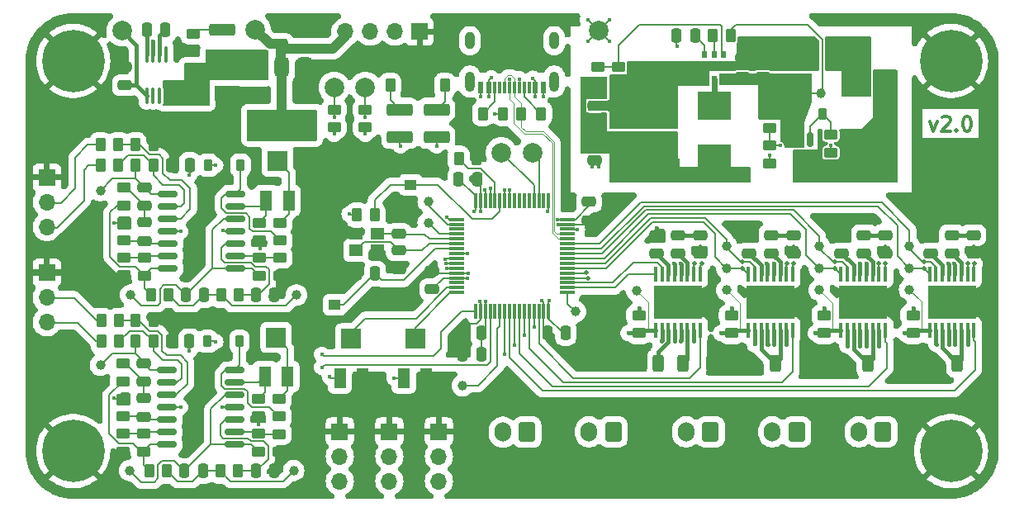
<source format=gbr>
%TF.GenerationSoftware,KiCad,Pcbnew,8.0.1*%
%TF.CreationDate,2024-05-02T18:59:49+02:00*%
%TF.ProjectId,OpenHand_v2,4f70656e-4861-46e6-945f-76322e6b6963,rev?*%
%TF.SameCoordinates,Original*%
%TF.FileFunction,Copper,L1,Top*%
%TF.FilePolarity,Positive*%
%FSLAX46Y46*%
G04 Gerber Fmt 4.6, Leading zero omitted, Abs format (unit mm)*
G04 Created by KiCad (PCBNEW 8.0.1) date 2024-05-02 18:59:49*
%MOMM*%
%LPD*%
G01*
G04 APERTURE LIST*
G04 Aperture macros list*
%AMRoundRect*
0 Rectangle with rounded corners*
0 $1 Rounding radius*
0 $2 $3 $4 $5 $6 $7 $8 $9 X,Y pos of 4 corners*
0 Add a 4 corners polygon primitive as box body*
4,1,4,$2,$3,$4,$5,$6,$7,$8,$9,$2,$3,0*
0 Add four circle primitives for the rounded corners*
1,1,$1+$1,$2,$3*
1,1,$1+$1,$4,$5*
1,1,$1+$1,$6,$7*
1,1,$1+$1,$8,$9*
0 Add four rect primitives between the rounded corners*
20,1,$1+$1,$2,$3,$4,$5,0*
20,1,$1+$1,$4,$5,$6,$7,0*
20,1,$1+$1,$6,$7,$8,$9,0*
20,1,$1+$1,$8,$9,$2,$3,0*%
G04 Aperture macros list end*
%ADD10C,0.300000*%
%TA.AperFunction,NonConductor*%
%ADD11C,0.300000*%
%TD*%
%TA.AperFunction,SMDPad,CuDef*%
%ADD12C,1.000000*%
%TD*%
%TA.AperFunction,SMDPad,CuDef*%
%ADD13RoundRect,0.250000X0.450000X-0.262500X0.450000X0.262500X-0.450000X0.262500X-0.450000X-0.262500X0*%
%TD*%
%TA.AperFunction,SMDPad,CuDef*%
%ADD14RoundRect,0.250000X0.250000X0.475000X-0.250000X0.475000X-0.250000X-0.475000X0.250000X-0.475000X0*%
%TD*%
%TA.AperFunction,ComponentPad*%
%ADD15C,0.800000*%
%TD*%
%TA.AperFunction,ComponentPad*%
%ADD16C,6.400000*%
%TD*%
%TA.AperFunction,SMDPad,CuDef*%
%ADD17RoundRect,0.250000X-0.475000X0.250000X-0.475000X-0.250000X0.475000X-0.250000X0.475000X0.250000X0*%
%TD*%
%TA.AperFunction,SMDPad,CuDef*%
%ADD18RoundRect,0.250000X-0.250000X-0.475000X0.250000X-0.475000X0.250000X0.475000X-0.250000X0.475000X0*%
%TD*%
%TA.AperFunction,SMDPad,CuDef*%
%ADD19RoundRect,0.250000X-0.450000X0.262500X-0.450000X-0.262500X0.450000X-0.262500X0.450000X0.262500X0*%
%TD*%
%TA.AperFunction,ComponentPad*%
%ADD20RoundRect,0.250000X0.600000X0.750000X-0.600000X0.750000X-0.600000X-0.750000X0.600000X-0.750000X0*%
%TD*%
%TA.AperFunction,ComponentPad*%
%ADD21O,1.700000X2.000000*%
%TD*%
%TA.AperFunction,SMDPad,CuDef*%
%ADD22RoundRect,0.250000X-0.312500X-0.625000X0.312500X-0.625000X0.312500X0.625000X-0.312500X0.625000X0*%
%TD*%
%TA.AperFunction,SMDPad,CuDef*%
%ADD23C,2.000000*%
%TD*%
%TA.AperFunction,SMDPad,CuDef*%
%ADD24RoundRect,0.100000X0.100000X-0.687500X0.100000X0.687500X-0.100000X0.687500X-0.100000X-0.687500X0*%
%TD*%
%TA.AperFunction,HeatsinkPad*%
%ADD25C,0.500000*%
%TD*%
%TA.AperFunction,HeatsinkPad*%
%ADD26R,5.000000X3.400000*%
%TD*%
%TA.AperFunction,SMDPad,CuDef*%
%ADD27RoundRect,0.250000X-0.262500X-0.450000X0.262500X-0.450000X0.262500X0.450000X-0.262500X0.450000X0*%
%TD*%
%TA.AperFunction,SMDPad,CuDef*%
%ADD28RoundRect,0.250000X-1.075000X0.375000X-1.075000X-0.375000X1.075000X-0.375000X1.075000X0.375000X0*%
%TD*%
%TA.AperFunction,SMDPad,CuDef*%
%ADD29R,1.500000X1.500000*%
%TD*%
%TA.AperFunction,SMDPad,CuDef*%
%ADD30R,1.300000X2.000000*%
%TD*%
%TA.AperFunction,SMDPad,CuDef*%
%ADD31R,2.000000X2.000000*%
%TD*%
%TA.AperFunction,ComponentPad*%
%ADD32R,1.700000X1.700000*%
%TD*%
%TA.AperFunction,ComponentPad*%
%ADD33O,1.700000X1.700000*%
%TD*%
%TA.AperFunction,SMDPad,CuDef*%
%ADD34RoundRect,0.250000X0.475000X-0.250000X0.475000X0.250000X-0.475000X0.250000X-0.475000X-0.250000X0*%
%TD*%
%TA.AperFunction,SMDPad,CuDef*%
%ADD35R,1.250000X1.000000*%
%TD*%
%TA.AperFunction,SMDPad,CuDef*%
%ADD36RoundRect,0.225000X-0.225000X-0.375000X0.225000X-0.375000X0.225000X0.375000X-0.225000X0.375000X0*%
%TD*%
%TA.AperFunction,SMDPad,CuDef*%
%ADD37RoundRect,0.250000X0.550000X-1.050000X0.550000X1.050000X-0.550000X1.050000X-0.550000X-1.050000X0*%
%TD*%
%TA.AperFunction,SMDPad,CuDef*%
%ADD38RoundRect,0.100000X-0.100000X0.712500X-0.100000X-0.712500X0.100000X-0.712500X0.100000X0.712500X0*%
%TD*%
%TA.AperFunction,SMDPad,CuDef*%
%ADD39RoundRect,0.150000X-0.837500X-0.150000X0.837500X-0.150000X0.837500X0.150000X-0.837500X0.150000X0*%
%TD*%
%TA.AperFunction,SMDPad,CuDef*%
%ADD40RoundRect,0.250000X0.262500X0.450000X-0.262500X0.450000X-0.262500X-0.450000X0.262500X-0.450000X0*%
%TD*%
%TA.AperFunction,ComponentPad*%
%ADD41RoundRect,0.250000X-0.600000X-0.750000X0.600000X-0.750000X0.600000X0.750000X-0.600000X0.750000X0*%
%TD*%
%TA.AperFunction,SMDPad,CuDef*%
%ADD42RoundRect,0.375000X-0.375000X0.625000X-0.375000X-0.625000X0.375000X-0.625000X0.375000X0.625000X0*%
%TD*%
%TA.AperFunction,SMDPad,CuDef*%
%ADD43RoundRect,0.500000X-1.400000X0.500000X-1.400000X-0.500000X1.400000X-0.500000X1.400000X0.500000X0*%
%TD*%
%TA.AperFunction,SMDPad,CuDef*%
%ADD44R,3.500000X2.950000*%
%TD*%
%TA.AperFunction,SMDPad,CuDef*%
%ADD45RoundRect,0.250000X0.550000X-1.500000X0.550000X1.500000X-0.550000X1.500000X-0.550000X-1.500000X0*%
%TD*%
%TA.AperFunction,SMDPad,CuDef*%
%ADD46RoundRect,0.250000X0.312500X0.625000X-0.312500X0.625000X-0.312500X-0.625000X0.312500X-0.625000X0*%
%TD*%
%TA.AperFunction,SMDPad,CuDef*%
%ADD47R,0.600000X1.240000*%
%TD*%
%TA.AperFunction,SMDPad,CuDef*%
%ADD48R,0.300000X1.240000*%
%TD*%
%TA.AperFunction,ComponentPad*%
%ADD49O,1.000000X2.100000*%
%TD*%
%TA.AperFunction,ComponentPad*%
%ADD50O,1.000000X1.800000*%
%TD*%
%TA.AperFunction,SMDPad,CuDef*%
%ADD51RoundRect,0.150000X-0.150000X0.587500X-0.150000X-0.587500X0.150000X-0.587500X0.150000X0.587500X0*%
%TD*%
%TA.AperFunction,SMDPad,CuDef*%
%ADD52R,1.400000X1.200000*%
%TD*%
%TA.AperFunction,SMDPad,CuDef*%
%ADD53R,0.549999X0.800001*%
%TD*%
%TA.AperFunction,SMDPad,CuDef*%
%ADD54RoundRect,0.250000X-1.050000X-0.550000X1.050000X-0.550000X1.050000X0.550000X-1.050000X0.550000X0*%
%TD*%
%TA.AperFunction,SMDPad,CuDef*%
%ADD55RoundRect,0.075000X-0.700000X-0.075000X0.700000X-0.075000X0.700000X0.075000X-0.700000X0.075000X0*%
%TD*%
%TA.AperFunction,SMDPad,CuDef*%
%ADD56RoundRect,0.075000X-0.075000X-0.700000X0.075000X-0.700000X0.075000X0.700000X-0.075000X0.700000X0*%
%TD*%
%TA.AperFunction,ViaPad*%
%ADD57C,0.400000*%
%TD*%
%TA.AperFunction,ViaPad*%
%ADD58C,0.500000*%
%TD*%
%TA.AperFunction,Conductor*%
%ADD59C,0.200000*%
%TD*%
%TA.AperFunction,Conductor*%
%ADD60C,0.400000*%
%TD*%
%TA.AperFunction,Conductor*%
%ADD61C,1.200000*%
%TD*%
%TA.AperFunction,Conductor*%
%ADD62C,0.600000*%
%TD*%
%TA.AperFunction,Conductor*%
%ADD63C,1.000000*%
%TD*%
%TA.AperFunction,Conductor*%
%ADD64C,0.100000*%
%TD*%
G04 APERTURE END LIST*
D10*
D11*
X192857143Y-111178328D02*
X193214286Y-112178328D01*
X193214286Y-112178328D02*
X193571429Y-111178328D01*
X194071429Y-110821185D02*
X194142857Y-110749757D01*
X194142857Y-110749757D02*
X194285715Y-110678328D01*
X194285715Y-110678328D02*
X194642857Y-110678328D01*
X194642857Y-110678328D02*
X194785715Y-110749757D01*
X194785715Y-110749757D02*
X194857143Y-110821185D01*
X194857143Y-110821185D02*
X194928572Y-110964042D01*
X194928572Y-110964042D02*
X194928572Y-111106900D01*
X194928572Y-111106900D02*
X194857143Y-111321185D01*
X194857143Y-111321185D02*
X194000000Y-112178328D01*
X194000000Y-112178328D02*
X194928572Y-112178328D01*
X195571428Y-112035471D02*
X195642857Y-112106900D01*
X195642857Y-112106900D02*
X195571428Y-112178328D01*
X195571428Y-112178328D02*
X195500000Y-112106900D01*
X195500000Y-112106900D02*
X195571428Y-112035471D01*
X195571428Y-112035471D02*
X195571428Y-112178328D01*
X196571429Y-110678328D02*
X196714286Y-110678328D01*
X196714286Y-110678328D02*
X196857143Y-110749757D01*
X196857143Y-110749757D02*
X196928572Y-110821185D01*
X196928572Y-110821185D02*
X197000000Y-110964042D01*
X197000000Y-110964042D02*
X197071429Y-111249757D01*
X197071429Y-111249757D02*
X197071429Y-111606900D01*
X197071429Y-111606900D02*
X197000000Y-111892614D01*
X197000000Y-111892614D02*
X196928572Y-112035471D01*
X196928572Y-112035471D02*
X196857143Y-112106900D01*
X196857143Y-112106900D02*
X196714286Y-112178328D01*
X196714286Y-112178328D02*
X196571429Y-112178328D01*
X196571429Y-112178328D02*
X196428572Y-112106900D01*
X196428572Y-112106900D02*
X196357143Y-112035471D01*
X196357143Y-112035471D02*
X196285714Y-111892614D01*
X196285714Y-111892614D02*
X196214286Y-111606900D01*
X196214286Y-111606900D02*
X196214286Y-111249757D01*
X196214286Y-111249757D02*
X196285714Y-110964042D01*
X196285714Y-110964042D02*
X196357143Y-110821185D01*
X196357143Y-110821185D02*
X196428572Y-110749757D01*
X196428572Y-110749757D02*
X196571429Y-110678328D01*
D12*
%TO.P,TP15,1,1*%
%TO.N,BAT_P*%
X182600000Y-116300000D03*
%TD*%
D13*
%TO.P,R46,1*%
%TO.N,MOTOR_02_EN*%
X182000000Y-132912500D03*
%TO.P,R46,2*%
%TO.N,+5V*%
X182000000Y-131087500D03*
%TD*%
D14*
%TO.P,C29,1*%
%TO.N,GND*%
X125650000Y-129000000D03*
%TO.P,C29,2*%
%TO.N,Net-(U5C-+)*%
X123750000Y-129000000D03*
%TD*%
D15*
%TO.P,H4,1,1*%
%TO.N,GND*%
X192600000Y-145000000D03*
X193302944Y-143302944D03*
X193302944Y-146697056D03*
X195000000Y-142600000D03*
D16*
X195000000Y-145000000D03*
D15*
X195000000Y-147400000D03*
X196697056Y-143302944D03*
X196697056Y-146697056D03*
X197400000Y-145000000D03*
%TD*%
D17*
%TO.P,C32,1*%
%TO.N,GND*%
X183800000Y-122850000D03*
%TO.P,C32,2*%
%TO.N,Net-(U8-VINT)*%
X183800000Y-124750000D03*
%TD*%
D12*
%TO.P,TP20,1,1*%
%TO.N,Net-(C23-Pad1)*%
X107800000Y-118300000D03*
%TD*%
D18*
%TO.P,C13,1*%
%TO.N,/PSU/PSU_SW*%
X166850000Y-102425000D03*
%TO.P,C13,2*%
%TO.N,/PSU/PSU_VBST*%
X168750000Y-102425000D03*
%TD*%
D19*
%TO.P,R20,1*%
%TO.N,Net-(C25-Pad2)*%
X110100000Y-136037500D03*
%TO.P,R20,2*%
%TO.N,Net-(R20-Pad2)*%
X110100000Y-137862500D03*
%TD*%
D12*
%TO.P,TP25,1,1*%
%TO.N,Net-(U6D-+)*%
X110800000Y-147000000D03*
%TD*%
D20*
%TO.P,J1,1,Pin_1*%
%TO.N,MOTOR_01_N*%
X170350000Y-143035000D03*
D21*
%TO.P,J1,2,Pin_2*%
%TO.N,MOTOR_01_P*%
X167850000Y-143035000D03*
%TD*%
D14*
%TO.P,C27,1*%
%TO.N,EMG_1_MIDPOINT*%
X118450000Y-129000000D03*
%TO.P,C27,2*%
%TO.N,Net-(U5D-+)*%
X116550000Y-129000000D03*
%TD*%
D17*
%TO.P,C5,1*%
%TO.N,+3V3*%
X157900000Y-119450001D03*
%TO.P,C5,2*%
%TO.N,GND*%
X157900000Y-121349999D03*
%TD*%
D12*
%TO.P,TP34,1,1*%
%TO.N,MOTOR_03_DIR*%
X190750000Y-126250000D03*
%TD*%
D14*
%TO.P,C20,1*%
%TO.N,Net-(U4-CAP+)*%
X114450000Y-101800000D03*
%TO.P,C20,2*%
%TO.N,Net-(U4-CAP-)*%
X112550000Y-101800000D03*
%TD*%
D22*
%TO.P,R48,1*%
%TO.N,GND*%
X183537500Y-136000000D03*
%TO.P,R48,2*%
%TO.N,Net-(U8-AISEN)*%
X186462500Y-136000000D03*
%TD*%
D23*
%TO.P,TP18,1,1*%
%TO.N,-5V*%
X110000000Y-101900000D03*
%TD*%
D17*
%TO.P,C35,1*%
%TO.N,+5V*%
X178900000Y-122850000D03*
%TO.P,C35,2*%
%TO.N,GND*%
X178900000Y-124750000D03*
%TD*%
D23*
%TO.P,TP17,1,1*%
%TO.N,+5V*%
X158850000Y-101850000D03*
%TD*%
D13*
%TO.P,R31,1*%
%TO.N,Net-(U6B-+)*%
X110100000Y-141450000D03*
%TO.P,R31,2*%
%TO.N,GND*%
X110100000Y-139625000D03*
%TD*%
D24*
%TO.P,U10,1,~{SLEEP}*%
%TO.N,HAPTIC_EN*%
X164725000Y-132612500D03*
%TO.P,U10,2,AOUT1*%
%TO.N,HAPTIC_01_P*%
X165375000Y-132612500D03*
%TO.P,U10,3,AISEN*%
%TO.N,Net-(U10-AISEN)*%
X166025000Y-132612500D03*
%TO.P,U10,4,AOUT2*%
%TO.N,HAPTIC_01_N*%
X166675000Y-132612500D03*
%TO.P,U10,5,BOUT2*%
%TO.N,HAPTIC_02_N*%
X167325000Y-132612500D03*
%TO.P,U10,6,BISEN*%
%TO.N,Net-(U10-BISEN)*%
X167975000Y-132612500D03*
%TO.P,U10,7,BOUT1*%
%TO.N,HAPTIC_02_P*%
X168625000Y-132612500D03*
%TO.P,U10,8,~{FAULT}*%
%TO.N,HAPTIC_FAULT*%
X169275000Y-132612500D03*
%TO.P,U10,9,BIN1*%
%TO.N,HAPTIC_02_DIR*%
X169275000Y-126887500D03*
%TO.P,U10,10,BIN2*%
%TO.N,HAPTIC_02_PWM*%
X168625000Y-126887500D03*
%TO.P,U10,11,VCP*%
%TO.N,Net-(U10-VCP)*%
X167975000Y-126887500D03*
%TO.P,U10,12,VM*%
%TO.N,+5V*%
X167325000Y-126887500D03*
%TO.P,U10,13,GND*%
%TO.N,GND*%
X166675000Y-126887500D03*
%TO.P,U10,14,VINT*%
%TO.N,Net-(U10-VINT)*%
X166025000Y-126887500D03*
%TO.P,U10,15,AIN2*%
%TO.N,HAPTIC_01_PWM*%
X165375000Y-126887500D03*
%TO.P,U10,16,AIN1*%
%TO.N,HAPTIC_01_DIR*%
X164725000Y-126887500D03*
D25*
%TO.P,U10,17,GND*%
%TO.N,GND*%
X165500000Y-130500000D03*
X167000000Y-130500000D03*
X168500000Y-130500000D03*
D26*
X167000000Y-129750000D03*
D25*
X165500000Y-129000000D03*
X167000000Y-129000000D03*
X168500000Y-129000000D03*
%TD*%
D13*
%TO.P,R45,1*%
%TO.N,MOTOR_01_EN*%
X172500000Y-132912500D03*
%TO.P,R45,2*%
%TO.N,+5V*%
X172500000Y-131087500D03*
%TD*%
D27*
%TO.P,R35,1*%
%TO.N,EMG_1_MIDPOINT*%
X120175000Y-129000000D03*
%TO.P,R35,2*%
%TO.N,Net-(U5C-+)*%
X122000000Y-129000000D03*
%TD*%
D23*
%TO.P,TP12,1,1*%
%TO.N,UC_SCL*%
X134957500Y-107705000D03*
%TD*%
D28*
%TO.P,D4,1,K*%
%TO.N,/PSU/PSU_LED_K*%
X120300000Y-101800000D03*
%TO.P,D4,2,A*%
%TO.N,+5V*%
X120300000Y-104600000D03*
%TD*%
D29*
%TO.P,TP6,1,1*%
%TO.N,GND*%
X108350000Y-129200000D03*
%TD*%
D30*
%TO.P,RV1,1,1*%
%TO.N,GND*%
X141200000Y-137500000D03*
D31*
%TO.P,RV1,2,2*%
%TO.N,TRIM_POT_01*%
X140050000Y-133500000D03*
D30*
%TO.P,RV1,3,3*%
%TO.N,+3V3*%
X138900000Y-137500000D03*
%TD*%
D19*
%TO.P,R40,1*%
%TO.N,Net-(U6D--)*%
X124000000Y-139637500D03*
%TO.P,R40,2*%
%TO.N,GND*%
X124000000Y-141462500D03*
%TD*%
D17*
%TO.P,C15,1*%
%TO.N,+5V*%
X158500000Y-113275000D03*
%TO.P,C15,2*%
%TO.N,GND*%
X158500000Y-115175000D03*
%TD*%
D19*
%TO.P,R41,1*%
%TO.N,Net-(U5C--)*%
X124100000Y-125187500D03*
%TO.P,R41,2*%
%TO.N,Net-(U5D-+)*%
X124100000Y-127012500D03*
%TD*%
D15*
%TO.P,H1,1,1*%
%TO.N,GND*%
X102600000Y-105000000D03*
X103302944Y-103302944D03*
X103302944Y-106697056D03*
X105000000Y-102600000D03*
D16*
X105000000Y-105000000D03*
D15*
X105000000Y-107400000D03*
X106697056Y-103302944D03*
X106697056Y-106697056D03*
X107400000Y-105000000D03*
%TD*%
D12*
%TO.P,TP23,1,1*%
%TO.N,EMG_2_MIDPOINT*%
X127600000Y-147000000D03*
%TD*%
%TO.P,TP1,1,1*%
%TO.N,Net-(U1-PA6)*%
X144900000Y-138300000D03*
%TD*%
D27*
%TO.P,R1,1*%
%TO.N,/USB_CC1*%
X152987500Y-110400000D03*
%TO.P,R1,2*%
%TO.N,GND*%
X154812500Y-110400000D03*
%TD*%
D29*
%TO.P,TP11,1,1*%
%TO.N,GND*%
X163500000Y-106000000D03*
%TD*%
D13*
%TO.P,R49,1*%
%TO.N,MOTOR_03_EN*%
X191100000Y-132912500D03*
%TO.P,R49,2*%
%TO.N,+5V*%
X191100000Y-131087500D03*
%TD*%
D17*
%TO.P,C37,1*%
%TO.N,GND*%
X192900000Y-122850000D03*
%TO.P,C37,2*%
%TO.N,Net-(U9-VINT)*%
X192900000Y-124750000D03*
%TD*%
D13*
%TO.P,R37,1*%
%TO.N,Net-(D6-A)*%
X126100000Y-141462500D03*
%TO.P,R37,2*%
%TO.N,Net-(R37-Pad2)*%
X126100000Y-139637500D03*
%TD*%
D14*
%TO.P,C30,1*%
%TO.N,GND*%
X125650000Y-147050000D03*
%TO.P,C30,2*%
%TO.N,Net-(U6C-+)*%
X123750000Y-147050000D03*
%TD*%
%TO.P,C4,1*%
%TO.N,+3V3*%
X155499998Y-132900000D03*
%TO.P,C4,2*%
%TO.N,GND*%
X153600000Y-132900000D03*
%TD*%
D32*
%TO.P,J13,1,Pin_1*%
%TO.N,GND*%
X142500000Y-143000000D03*
D33*
%TO.P,J13,2,Pin_2*%
%TO.N,HALL_SENS_03_S*%
X142500000Y-145540000D03*
%TO.P,J13,3,Pin_3*%
%TO.N,+3V3*%
X142500000Y-148080000D03*
%TD*%
D14*
%TO.P,C3,1*%
%TO.N,+3V3*%
X146850000Y-132899999D03*
%TO.P,C3,2*%
%TO.N,GND*%
X144950000Y-132900001D03*
%TD*%
D34*
%TO.P,C17,1*%
%TO.N,-5V*%
X110300000Y-107500000D03*
%TO.P,C17,2*%
%TO.N,GND*%
X110300000Y-105600000D03*
%TD*%
D35*
%TO.P,SW1,1,1*%
%TO.N,UC_RST*%
X131825000Y-130000000D03*
%TO.P,SW1,2,2*%
%TO.N,GND*%
X139575000Y-130000000D03*
%TD*%
D27*
%TO.P,R36,1*%
%TO.N,EMG_2_MIDPOINT*%
X120087500Y-147050000D03*
%TO.P,R36,2*%
%TO.N,Net-(U6C-+)*%
X121912500Y-147050000D03*
%TD*%
D18*
%TO.P,C2,1*%
%TO.N,+3V3*%
X144500002Y-117100000D03*
%TO.P,C2,2*%
%TO.N,GND*%
X146400000Y-117100000D03*
%TD*%
D34*
%TO.P,C18,1*%
%TO.N,+3V3*%
X126300000Y-103250000D03*
%TO.P,C18,2*%
%TO.N,GND*%
X126300000Y-101350000D03*
%TD*%
D23*
%TO.P,TP3,1,1*%
%TO.N,UC_RX*%
X148900000Y-114400000D03*
%TD*%
D36*
%TO.P,D3,1,K*%
%TO.N,+BATT*%
X178525000Y-110452500D03*
%TO.P,D3,2,A*%
%TO.N,/PSU/REVP_MOS_GATE*%
X181825000Y-110452500D03*
%TD*%
D34*
%TO.P,C6,1*%
%TO.N,+3V3*%
X141800000Y-128400000D03*
%TO.P,C6,2*%
%TO.N,GND*%
X141800000Y-126500000D03*
%TD*%
D13*
%TO.P,R11,1*%
%TO.N,GND*%
X176400000Y-115512500D03*
%TO.P,R11,2*%
%TO.N,/BATT_SENSE*%
X176400000Y-113687500D03*
%TD*%
D22*
%TO.P,R51,1*%
%TO.N,GND*%
X162075000Y-136000000D03*
%TO.P,R51,2*%
%TO.N,Net-(U10-AISEN)*%
X165000000Y-136000000D03*
%TD*%
D17*
%TO.P,C42,1*%
%TO.N,+5V*%
X169300000Y-122850000D03*
%TO.P,C42,2*%
%TO.N,GND*%
X169300000Y-124750000D03*
%TD*%
D20*
%TO.P,J7,1,Pin_1*%
%TO.N,HAPTIC_01_N*%
X151550000Y-143067500D03*
D21*
%TO.P,J7,2,Pin_2*%
%TO.N,HAPTIC_01_P*%
X149050000Y-143067500D03*
%TD*%
D37*
%TO.P,C10,1*%
%TO.N,+BATT*%
X179200000Y-107525000D03*
%TO.P,C10,2*%
%TO.N,GND*%
X179200000Y-103925000D03*
%TD*%
D34*
%TO.P,C12,1*%
%TO.N,+BATT*%
X173600000Y-106625000D03*
%TO.P,C12,2*%
%TO.N,GND*%
X173600000Y-104725000D03*
%TD*%
D13*
%TO.P,R38,1*%
%TO.N,Net-(D5-A)*%
X126200000Y-123412500D03*
%TO.P,R38,2*%
%TO.N,Net-(R38-Pad2)*%
X126200000Y-121587500D03*
%TD*%
D32*
%TO.P,J12,1,Pin_1*%
%TO.N,GND*%
X140530000Y-102000000D03*
D33*
%TO.P,J12,2,Pin_2*%
%TO.N,SWDIO*%
X137990000Y-102000000D03*
%TO.P,J12,3,Pin_3*%
%TO.N,SWCLK*%
X135450000Y-102000000D03*
%TO.P,J12,4,Pin_4*%
%TO.N,+3V3*%
X132910000Y-102000000D03*
%TD*%
D36*
%TO.P,D6,1,K*%
%TO.N,EMG_02_UC*%
X118750000Y-133750000D03*
%TO.P,D6,2,A*%
%TO.N,Net-(D6-A)*%
X122050000Y-133750000D03*
%TD*%
D19*
%TO.P,R15,1*%
%TO.N,/PSU/PSU_LED_K*%
X117300000Y-102187500D03*
%TO.P,R15,2*%
%TO.N,GND*%
X117300000Y-104012500D03*
%TD*%
D38*
%TO.P,U4,1,NC*%
%TO.N,unconnected-(U4-NC-Pad1)*%
X114500000Y-104337500D03*
%TO.P,U4,2,CAP+*%
%TO.N,Net-(U4-CAP+)*%
X113850000Y-104337500D03*
%TO.P,U4,3,GND*%
%TO.N,GND*%
X113200000Y-104337500D03*
%TO.P,U4,4,CAP-*%
%TO.N,Net-(U4-CAP-)*%
X112550000Y-104337500D03*
%TO.P,U4,5,VOUT*%
%TO.N,-5V*%
X112550000Y-108562500D03*
%TO.P,U4,6,LV*%
%TO.N,unconnected-(U4-LV-Pad6)*%
X113200000Y-108562500D03*
%TO.P,U4,7,OSC*%
%TO.N,unconnected-(U4-OSC-Pad7)*%
X113850000Y-108562500D03*
%TO.P,U4,8,V+*%
%TO.N,+5V*%
X114500000Y-108562500D03*
%TD*%
D39*
%TO.P,U5,1*%
%TO.N,Net-(C23-Pad1)*%
X114700000Y-118650000D03*
%TO.P,U5,2,-*%
%TO.N,Net-(U5A--)*%
X114700000Y-119920000D03*
%TO.P,U5,3,+*%
%TO.N,Net-(U5A-+)*%
X114700000Y-121190000D03*
%TO.P,U5,4,V+*%
%TO.N,+5V*%
X114700000Y-122460000D03*
%TO.P,U5,5,+*%
%TO.N,Net-(U5B-+)*%
X114700000Y-123730000D03*
%TO.P,U5,6,-*%
%TO.N,Net-(U5B--)*%
X114700000Y-125000000D03*
%TO.P,U5,7*%
%TO.N,Net-(R18-Pad2)*%
X114700000Y-126270000D03*
%TO.P,U5,8*%
%TO.N,Net-(U5D-+)*%
X121625000Y-126270000D03*
%TO.P,U5,9,-*%
%TO.N,Net-(U5C--)*%
X121625000Y-125000000D03*
%TO.P,U5,10,+*%
%TO.N,Net-(U5C-+)*%
X121625000Y-123730000D03*
%TO.P,U5,11,V-*%
%TO.N,-5V*%
X121625000Y-122460000D03*
%TO.P,U5,12,+*%
%TO.N,Net-(U5D-+)*%
X121625000Y-121190000D03*
%TO.P,U5,13,-*%
%TO.N,Net-(U5D--)*%
X121625000Y-119920000D03*
%TO.P,U5,14*%
%TO.N,Net-(D5-A)*%
X121625000Y-118650000D03*
%TD*%
D32*
%TO.P,J11,1,Pin_1*%
%TO.N,GND*%
X102300000Y-126700000D03*
D33*
%TO.P,J11,2,Pin_2*%
%TO.N,EMG_02_P*%
X102300000Y-129240000D03*
%TO.P,J11,3,Pin_3*%
%TO.N,EMG_02_N*%
X102300000Y-131780000D03*
%TD*%
D19*
%TO.P,R16,1*%
%TO.N,/PSU/PSU_VFB*%
X160900000Y-105587500D03*
%TO.P,R16,2*%
%TO.N,GND*%
X160900000Y-107412500D03*
%TD*%
D14*
%TO.P,C1,1*%
%TO.N,UC_RST*%
X135950000Y-126800000D03*
%TO.P,C1,2*%
%TO.N,GND*%
X134050000Y-126800000D03*
%TD*%
D40*
%TO.P,R9,1*%
%TO.N,GND*%
X146362501Y-115000000D03*
%TO.P,R9,2*%
%TO.N,/UC_BOOT*%
X144537501Y-115000000D03*
%TD*%
D27*
%TO.P,R6,1*%
%TO.N,+3V3*%
X134087500Y-120800000D03*
%TO.P,R6,2*%
%TO.N,BTN_01*%
X135912500Y-120800000D03*
%TD*%
D40*
%TO.P,R22,1*%
%TO.N,Net-(U6A-+)*%
X109712500Y-131600000D03*
%TO.P,R22,2*%
%TO.N,EMG_02_P*%
X107887500Y-131600000D03*
%TD*%
D17*
%TO.P,C31,1*%
%TO.N,GND*%
X174300000Y-122850000D03*
%TO.P,C31,2*%
%TO.N,Net-(U7-VINT)*%
X174300000Y-124750000D03*
%TD*%
D24*
%TO.P,U8,1,~{SLEEP}*%
%TO.N,MOTOR_02_EN*%
X183725000Y-132612500D03*
%TO.P,U8,2,AOUT1*%
%TO.N,MOTOR_02_P*%
X184375000Y-132612500D03*
%TO.P,U8,3,AISEN*%
%TO.N,Net-(U8-AISEN)*%
X185025000Y-132612500D03*
%TO.P,U8,4,AOUT2*%
%TO.N,MOTOR_02_N*%
X185675000Y-132612500D03*
%TO.P,U8,5,BOUT2*%
X186325000Y-132612500D03*
%TO.P,U8,6,BISEN*%
%TO.N,Net-(U8-AISEN)*%
X186975000Y-132612500D03*
%TO.P,U8,7,BOUT1*%
%TO.N,MOTOR_02_P*%
X187625000Y-132612500D03*
%TO.P,U8,8,~{FAULT}*%
%TO.N,MOTOR_02_FAULT*%
X188275000Y-132612500D03*
%TO.P,U8,9,BIN1*%
%TO.N,MOTOR_02_DIR*%
X188275000Y-126887500D03*
%TO.P,U8,10,BIN2*%
%TO.N,MOTOR_02_PWM*%
X187625000Y-126887500D03*
%TO.P,U8,11,VCP*%
%TO.N,Net-(U8-VCP)*%
X186975000Y-126887500D03*
%TO.P,U8,12,VM*%
%TO.N,+5V*%
X186325000Y-126887500D03*
%TO.P,U8,13,GND*%
%TO.N,GND*%
X185675000Y-126887500D03*
%TO.P,U8,14,VINT*%
%TO.N,Net-(U8-VINT)*%
X185025000Y-126887500D03*
%TO.P,U8,15,AIN2*%
%TO.N,MOTOR_02_PWM*%
X184375000Y-126887500D03*
%TO.P,U8,16,AIN1*%
%TO.N,MOTOR_02_DIR*%
X183725000Y-126887500D03*
D25*
%TO.P,U8,17,GND*%
%TO.N,GND*%
X184500000Y-130500000D03*
X186000000Y-130500000D03*
X187500000Y-130500000D03*
D26*
X186000000Y-129750000D03*
D25*
X184500000Y-129000000D03*
X186000000Y-129000000D03*
X187500000Y-129000000D03*
%TD*%
D17*
%TO.P,C25,1*%
%TO.N,Net-(C25-Pad1)*%
X112200000Y-136000000D03*
%TO.P,C25,2*%
%TO.N,Net-(C25-Pad2)*%
X112200000Y-137900000D03*
%TD*%
D14*
%TO.P,C28,1*%
%TO.N,EMG_2_MIDPOINT*%
X118300000Y-147050000D03*
%TO.P,C28,2*%
%TO.N,Net-(U6D-+)*%
X116400000Y-147050000D03*
%TD*%
D30*
%TO.P,RV3,1,1*%
%TO.N,Net-(R38-Pad2)*%
X127100000Y-119300000D03*
D31*
%TO.P,RV3,2,2*%
X125950000Y-115300000D03*
D30*
%TO.P,RV3,3,3*%
%TO.N,Net-(U5D--)*%
X124800000Y-119300000D03*
%TD*%
D14*
%TO.P,C22,1*%
%TO.N,+5V*%
X116900000Y-133750000D03*
%TO.P,C22,2*%
%TO.N,GND*%
X115000000Y-133750000D03*
%TD*%
D24*
%TO.P,U9,1,~{SLEEP}*%
%TO.N,MOTOR_03_EN*%
X192805000Y-132612500D03*
%TO.P,U9,2,AOUT1*%
%TO.N,MOTOR_03_P*%
X193455000Y-132612500D03*
%TO.P,U9,3,AISEN*%
%TO.N,Net-(U9-AISEN)*%
X194105000Y-132612500D03*
%TO.P,U9,4,AOUT2*%
%TO.N,MOTOR_03_N*%
X194755000Y-132612500D03*
%TO.P,U9,5,BOUT2*%
X195405000Y-132612500D03*
%TO.P,U9,6,BISEN*%
%TO.N,Net-(U9-AISEN)*%
X196055000Y-132612500D03*
%TO.P,U9,7,BOUT1*%
%TO.N,MOTOR_03_P*%
X196705000Y-132612500D03*
%TO.P,U9,8,~{FAULT}*%
%TO.N,MOTOR_03_FAULT*%
X197355000Y-132612500D03*
%TO.P,U9,9,BIN1*%
%TO.N,MOTOR_03_DIR*%
X197355000Y-126887500D03*
%TO.P,U9,10,BIN2*%
%TO.N,MOTOR_03_PWM*%
X196705000Y-126887500D03*
%TO.P,U9,11,VCP*%
%TO.N,Net-(U9-VCP)*%
X196055000Y-126887500D03*
%TO.P,U9,12,VM*%
%TO.N,+5V*%
X195405000Y-126887500D03*
%TO.P,U9,13,GND*%
%TO.N,GND*%
X194755000Y-126887500D03*
%TO.P,U9,14,VINT*%
%TO.N,Net-(U9-VINT)*%
X194105000Y-126887500D03*
%TO.P,U9,15,AIN2*%
%TO.N,MOTOR_03_PWM*%
X193455000Y-126887500D03*
%TO.P,U9,16,AIN1*%
%TO.N,MOTOR_03_DIR*%
X192805000Y-126887500D03*
D25*
%TO.P,U9,17,GND*%
%TO.N,GND*%
X193580000Y-130500000D03*
X195080000Y-130500000D03*
X196580000Y-130500000D03*
D26*
X195080000Y-129750000D03*
D25*
X193580000Y-129000000D03*
X195080000Y-129000000D03*
X196580000Y-129000000D03*
%TD*%
D17*
%TO.P,C34,1*%
%TO.N,+5V*%
X186100000Y-122850000D03*
%TO.P,C34,2*%
%TO.N,Net-(U8-VCP)*%
X186100000Y-124750000D03*
%TD*%
D40*
%TO.P,R2,1*%
%TO.N,/USB_CC2*%
X147012500Y-110400000D03*
%TO.P,R2,2*%
%TO.N,GND*%
X145187500Y-110400000D03*
%TD*%
D34*
%TO.P,C8,1*%
%TO.N,/HSE_IN*%
X138400000Y-122749999D03*
%TO.P,C8,2*%
%TO.N,GND*%
X138400000Y-120850001D03*
%TD*%
D13*
%TO.P,R28,1*%
%TO.N,Net-(U5B-+)*%
X110200000Y-123412500D03*
%TO.P,R28,2*%
%TO.N,GND*%
X110200000Y-121587500D03*
%TD*%
D19*
%TO.P,R34,1*%
%TO.N,Net-(U6B--)*%
X110100000Y-143237500D03*
%TO.P,R34,2*%
%TO.N,GND*%
X110100000Y-145062500D03*
%TD*%
D30*
%TO.P,RV2,1,1*%
%TO.N,GND*%
X134650000Y-137500000D03*
D31*
%TO.P,RV2,2,2*%
%TO.N,TRIM_POT_02*%
X133500000Y-133500000D03*
D30*
%TO.P,RV2,3,3*%
%TO.N,+3V3*%
X132350000Y-137500000D03*
%TD*%
D17*
%TO.P,C24,1*%
%TO.N,Net-(C23-Pad2)*%
X112300000Y-121550000D03*
%TO.P,C24,2*%
%TO.N,Net-(U5B-+)*%
X112300000Y-123450000D03*
%TD*%
D30*
%TO.P,RV4,1,1*%
%TO.N,Net-(R37-Pad2)*%
X126950000Y-137350000D03*
D31*
%TO.P,RV4,2,2*%
X125800000Y-133350000D03*
D30*
%TO.P,RV4,3,3*%
%TO.N,Net-(U6D--)*%
X124650000Y-137350000D03*
%TD*%
D32*
%TO.P,J4,1,Pin_1*%
%TO.N,GND*%
X132340000Y-143000000D03*
D33*
%TO.P,J4,2,Pin_2*%
%TO.N,HALL_SENS_01_S*%
X132340000Y-145540000D03*
%TO.P,J4,3,Pin_3*%
%TO.N,+3V3*%
X132340000Y-148080000D03*
%TD*%
D13*
%TO.P,R10,1*%
%TO.N,/BATT_SENSE*%
X176400000Y-111912500D03*
%TO.P,R10,2*%
%TO.N,+BATT*%
X176400000Y-110087500D03*
%TD*%
D22*
%TO.P,R52,1*%
%TO.N,GND*%
X192737500Y-136000000D03*
%TO.P,R52,2*%
%TO.N,Net-(U9-AISEN)*%
X195662500Y-136000000D03*
%TD*%
D17*
%TO.P,C26,1*%
%TO.N,Net-(C25-Pad2)*%
X112200000Y-139600000D03*
%TO.P,C26,2*%
%TO.N,Net-(U6B-+)*%
X112200000Y-141500000D03*
%TD*%
D27*
%TO.P,R26,1*%
%TO.N,Net-(R20-Pad2)*%
X112787500Y-147050000D03*
%TO.P,R26,2*%
%TO.N,EMG_2_MIDPOINT*%
X114612500Y-147050000D03*
%TD*%
D39*
%TO.P,U6,1*%
%TO.N,Net-(C25-Pad1)*%
X114637500Y-136700000D03*
%TO.P,U6,2,-*%
%TO.N,Net-(U6A--)*%
X114637500Y-137970000D03*
%TO.P,U6,3,+*%
%TO.N,Net-(U6A-+)*%
X114637500Y-139240000D03*
%TO.P,U6,4,V+*%
%TO.N,+5V*%
X114637500Y-140510000D03*
%TO.P,U6,5,+*%
%TO.N,Net-(U6B-+)*%
X114637500Y-141780000D03*
%TO.P,U6,6,-*%
%TO.N,Net-(U6B--)*%
X114637500Y-143050000D03*
%TO.P,U6,7*%
%TO.N,Net-(R20-Pad2)*%
X114637500Y-144320000D03*
%TO.P,U6,8*%
%TO.N,Net-(U6D-+)*%
X121562500Y-144320000D03*
%TO.P,U6,9,-*%
%TO.N,Net-(U6C--)*%
X121562500Y-143050000D03*
%TO.P,U6,10,+*%
%TO.N,Net-(U6C-+)*%
X121562500Y-141780000D03*
%TO.P,U6,11,V-*%
%TO.N,-5V*%
X121562500Y-140510000D03*
%TO.P,U6,12,+*%
%TO.N,Net-(U6D-+)*%
X121562500Y-139240000D03*
%TO.P,U6,13,-*%
%TO.N,Net-(U6D--)*%
X121562500Y-137970000D03*
%TO.P,U6,14*%
%TO.N,Net-(D6-A)*%
X121562500Y-136700000D03*
%TD*%
D41*
%TO.P,J3,1,Pin_1*%
%TO.N,GND*%
X185750000Y-107232500D03*
D21*
%TO.P,J3,2,Pin_2*%
%TO.N,BAT_P*%
X188250000Y-107232500D03*
%TD*%
D12*
%TO.P,TP31,1,1*%
%TO.N,MOTOR_02_PWM*%
X181500000Y-124000000D03*
%TD*%
%TO.P,TP24,1,1*%
%TO.N,Net-(U5D-+)*%
X110900000Y-129000000D03*
%TD*%
D19*
%TO.P,R39,1*%
%TO.N,Net-(U5D--)*%
X124100000Y-121587500D03*
%TO.P,R39,2*%
%TO.N,GND*%
X124100000Y-123412500D03*
%TD*%
D12*
%TO.P,TP35,1,1*%
%TO.N,MOTOR_03_PWM*%
X190750000Y-124000000D03*
%TD*%
D40*
%TO.P,R3,1*%
%TO.N,USB_D+*%
X150912500Y-110400000D03*
%TO.P,R3,2*%
%TO.N,+3V3*%
X149087500Y-110400000D03*
%TD*%
D34*
%TO.P,C16,1*%
%TO.N,+5V*%
X158500000Y-111525000D03*
%TO.P,C16,2*%
%TO.N,GND*%
X158500000Y-109625000D03*
%TD*%
D17*
%TO.P,C9,1*%
%TO.N,/HSE_OUT*%
X138400000Y-124450001D03*
%TO.P,C9,2*%
%TO.N,GND*%
X138400000Y-126349999D03*
%TD*%
D34*
%TO.P,C11,1*%
%TO.N,+BATT*%
X175700000Y-106625000D03*
%TO.P,C11,2*%
%TO.N,GND*%
X175700000Y-104725000D03*
%TD*%
D12*
%TO.P,TP33,1,1*%
%TO.N,HAPTIC_EN*%
X162800000Y-128600000D03*
%TD*%
%TO.P,TP30,1,1*%
%TO.N,MOTOR_01_PWM*%
X172000000Y-124000000D03*
%TD*%
D42*
%TO.P,U3,1,GND*%
%TO.N,GND*%
X128700000Y-105650000D03*
%TO.P,U3,2,VO*%
%TO.N,+3V3*%
X126400000Y-105650000D03*
D43*
X126400000Y-111950000D03*
D42*
%TO.P,U3,3,VI*%
%TO.N,+5V*%
X124100000Y-105650000D03*
%TD*%
D40*
%TO.P,R30,1*%
%TO.N,Net-(U6A--)*%
X113225000Y-133750000D03*
%TO.P,R30,2*%
%TO.N,Net-(C25-Pad1)*%
X111400000Y-133750000D03*
%TD*%
D44*
%TO.P,L1,1,1*%
%TO.N,/PSU/PSU_SW*%
X170700000Y-109575000D03*
%TO.P,L1,2,2*%
%TO.N,+5V*%
X170700000Y-115025000D03*
%TD*%
D45*
%TO.P,C14,1*%
%TO.N,+5V*%
X163300000Y-115100000D03*
%TO.P,C14,2*%
%TO.N,GND*%
X163300000Y-109500000D03*
%TD*%
D19*
%TO.P,R5,1*%
%TO.N,UC_SCL*%
X134957500Y-109992500D03*
%TO.P,R5,2*%
%TO.N,+3V3*%
X134957500Y-111817500D03*
%TD*%
D12*
%TO.P,TP32,1,1*%
%TO.N,MOTOR_03_EN*%
X190750000Y-128450000D03*
%TD*%
D19*
%TO.P,R29,1*%
%TO.N,Net-(U5B--)*%
X112300000Y-125175000D03*
%TO.P,R29,2*%
%TO.N,Net-(R18-Pad2)*%
X112300000Y-127000000D03*
%TD*%
D27*
%TO.P,R12,1*%
%TO.N,/PSU/PSU_EN*%
X170587500Y-102400000D03*
%TO.P,R12,2*%
%TO.N,+BATT*%
X172412500Y-102400000D03*
%TD*%
D40*
%TO.P,R27,1*%
%TO.N,Net-(U5A--)*%
X113225000Y-115700000D03*
%TO.P,R27,2*%
%TO.N,Net-(C23-Pad1)*%
X111400000Y-115700000D03*
%TD*%
D23*
%TO.P,TP13,1,1*%
%TO.N,UC_SDA*%
X131757500Y-107705000D03*
%TD*%
D19*
%TO.P,R33,1*%
%TO.N,Net-(U5B--)*%
X110200000Y-125162500D03*
%TO.P,R33,2*%
%TO.N,GND*%
X110200000Y-126987500D03*
%TD*%
D46*
%TO.P,R53,1*%
%TO.N,GND*%
X170462500Y-136000000D03*
%TO.P,R53,2*%
%TO.N,Net-(U10-BISEN)*%
X167537500Y-136000000D03*
%TD*%
D22*
%TO.P,R47,1*%
%TO.N,GND*%
X174037500Y-136000000D03*
%TO.P,R47,2*%
%TO.N,Net-(U7-AISEN)*%
X176962500Y-136000000D03*
%TD*%
D15*
%TO.P,H3,1,1*%
%TO.N,GND*%
X102600000Y-145000000D03*
X103302944Y-143302944D03*
X103302944Y-146697056D03*
X105000000Y-142600000D03*
D16*
X105000000Y-145000000D03*
D15*
X105000000Y-147400000D03*
X106697056Y-143302944D03*
X106697056Y-146697056D03*
X107400000Y-145000000D03*
%TD*%
D32*
%TO.P,J9,1,Pin_1*%
%TO.N,GND*%
X137420000Y-143000000D03*
D33*
%TO.P,J9,2,Pin_2*%
%TO.N,HALL_SENS_02_S*%
X137420000Y-145540000D03*
%TO.P,J9,3,Pin_3*%
%TO.N,+3V3*%
X137420000Y-148080000D03*
%TD*%
D23*
%TO.P,TP2,1,1*%
%TO.N,UC_TX*%
X152100000Y-114400000D03*
%TD*%
D40*
%TO.P,R23,1*%
%TO.N,Net-(U5A--)*%
X109612500Y-115700000D03*
%TO.P,R23,2*%
%TO.N,EMG_01_N*%
X107787500Y-115700000D03*
%TD*%
D47*
%TO.P,J5,A1,GND*%
%TO.N,GND*%
X153200000Y-107725000D03*
%TO.P,J5,A4,VBUS*%
%TO.N,+5V*%
X152400000Y-107725000D03*
D48*
%TO.P,J5,A5,CC1*%
%TO.N,/USB_CC1*%
X151250000Y-107725000D03*
%TO.P,J5,A6,D+*%
%TO.N,USB_D+*%
X150250000Y-107725000D03*
%TO.P,J5,A7,D-*%
%TO.N,USB_D-*%
X149750000Y-107725000D03*
%TO.P,J5,A8,SBU1*%
%TO.N,unconnected-(J5-SBU1-PadA8)*%
X148750000Y-107725000D03*
D47*
%TO.P,J5,A9,VBUS*%
%TO.N,+5V*%
X147600000Y-107725000D03*
%TO.P,J5,A12,GND*%
%TO.N,GND*%
X146800000Y-107725000D03*
%TO.P,J5,B1,GND*%
X146800000Y-107725000D03*
%TO.P,J5,B4,VBUS*%
%TO.N,+5V*%
X147600000Y-107725000D03*
D48*
%TO.P,J5,B5,CC2*%
%TO.N,/USB_CC2*%
X148250000Y-107725000D03*
%TO.P,J5,B6,D+*%
%TO.N,USB_D+*%
X149250000Y-107725000D03*
%TO.P,J5,B7,D-*%
%TO.N,USB_D-*%
X150750000Y-107725000D03*
%TO.P,J5,B8,SBU2*%
%TO.N,unconnected-(J5-SBU2-PadB8)*%
X151750000Y-107725000D03*
D47*
%TO.P,J5,B9,VBUS*%
%TO.N,+5V*%
X152400000Y-107725000D03*
%TO.P,J5,B12,GND*%
%TO.N,GND*%
X153200000Y-107725000D03*
D49*
%TO.P,J5,S1,SHIELD*%
%TO.N,unconnected-(J5-SHIELD-PadS1)_2*%
X154320000Y-107125000D03*
D50*
%TO.N,unconnected-(J5-SHIELD-PadS1)_0*%
X154320000Y-102925000D03*
D49*
%TO.N,unconnected-(J5-SHIELD-PadS1)_1*%
X145680000Y-107125000D03*
D50*
%TO.N,unconnected-(J5-SHIELD-PadS1)*%
X145680000Y-102925000D03*
%TD*%
D12*
%TO.P,TP27,1,1*%
%TO.N,MOTOR_02_EN*%
X181500000Y-128500000D03*
%TD*%
D28*
%TO.P,D1,1,K*%
%TO.N,/LED_1_K*%
X142250000Y-110000000D03*
%TO.P,D1,2,A*%
%TO.N,LED_1*%
X142250000Y-112800000D03*
%TD*%
D17*
%TO.P,C23,1*%
%TO.N,Net-(C23-Pad1)*%
X112300000Y-117950000D03*
%TO.P,C23,2*%
%TO.N,Net-(C23-Pad2)*%
X112300000Y-119850000D03*
%TD*%
D19*
%TO.P,R4,1*%
%TO.N,UC_SDA*%
X131757500Y-109992500D03*
%TO.P,R4,2*%
%TO.N,+3V3*%
X131757500Y-111817500D03*
%TD*%
D14*
%TO.P,C21,1*%
%TO.N,+5V*%
X116950000Y-115700000D03*
%TO.P,C21,2*%
%TO.N,GND*%
X115050000Y-115700000D03*
%TD*%
D40*
%TO.P,R19,1*%
%TO.N,GND*%
X113225000Y-131600000D03*
%TO.P,R19,2*%
%TO.N,Net-(U6A-+)*%
X111400000Y-131600000D03*
%TD*%
D35*
%TO.P,SW2,1,1*%
%TO.N,BTN_01*%
X139600000Y-117687500D03*
%TO.P,SW2,2,2*%
%TO.N,GND*%
X131850000Y-117687500D03*
%TD*%
D51*
%TO.P,Q1,1,G*%
%TO.N,/PSU/REVP_MOS_GATE*%
X180550000Y-113075000D03*
%TO.P,Q1,2,S*%
%TO.N,+BATT*%
X178650000Y-113075000D03*
%TO.P,Q1,3,D*%
%TO.N,BAT_P*%
X179600000Y-114950000D03*
%TD*%
D24*
%TO.P,U7,1,~{SLEEP}*%
%TO.N,MOTOR_01_EN*%
X174225000Y-132612500D03*
%TO.P,U7,2,AOUT1*%
%TO.N,MOTOR_01_P*%
X174875000Y-132612500D03*
%TO.P,U7,3,AISEN*%
%TO.N,Net-(U7-AISEN)*%
X175525000Y-132612500D03*
%TO.P,U7,4,AOUT2*%
%TO.N,MOTOR_01_N*%
X176175000Y-132612500D03*
%TO.P,U7,5,BOUT2*%
X176825000Y-132612500D03*
%TO.P,U7,6,BISEN*%
%TO.N,Net-(U7-AISEN)*%
X177475000Y-132612500D03*
%TO.P,U7,7,BOUT1*%
%TO.N,MOTOR_01_P*%
X178125000Y-132612500D03*
%TO.P,U7,8,~{FAULT}*%
%TO.N,MOTOR_01_FAULT*%
X178775000Y-132612500D03*
%TO.P,U7,9,BIN1*%
%TO.N,MOTOR_01_DIR*%
X178775000Y-126887500D03*
%TO.P,U7,10,BIN2*%
%TO.N,MOTOR_01_PWM*%
X178125000Y-126887500D03*
%TO.P,U7,11,VCP*%
%TO.N,Net-(U7-VCP)*%
X177475000Y-126887500D03*
%TO.P,U7,12,VM*%
%TO.N,+5V*%
X176825000Y-126887500D03*
%TO.P,U7,13,GND*%
%TO.N,GND*%
X176175000Y-126887500D03*
%TO.P,U7,14,VINT*%
%TO.N,Net-(U7-VINT)*%
X175525000Y-126887500D03*
%TO.P,U7,15,AIN2*%
%TO.N,MOTOR_01_PWM*%
X174875000Y-126887500D03*
%TO.P,U7,16,AIN1*%
%TO.N,MOTOR_01_DIR*%
X174225000Y-126887500D03*
D25*
%TO.P,U7,17,GND*%
%TO.N,GND*%
X175000000Y-130500000D03*
X176500000Y-130500000D03*
X178000000Y-130500000D03*
D26*
X176500000Y-129750000D03*
D25*
X175000000Y-129000000D03*
X176500000Y-129000000D03*
X178000000Y-129000000D03*
%TD*%
D19*
%TO.P,R42,1*%
%TO.N,Net-(U6C--)*%
X124000000Y-143237500D03*
%TO.P,R42,2*%
%TO.N,Net-(U6D-+)*%
X124000000Y-145062500D03*
%TD*%
%TO.P,R32,1*%
%TO.N,Net-(U6B--)*%
X112200000Y-143237500D03*
%TO.P,R32,2*%
%TO.N,Net-(R20-Pad2)*%
X112200000Y-145062500D03*
%TD*%
D40*
%TO.P,R17,1*%
%TO.N,GND*%
X113225000Y-113600000D03*
%TO.P,R17,2*%
%TO.N,Net-(U5A-+)*%
X111400000Y-113600000D03*
%TD*%
D20*
%TO.P,J2,1,Pin_1*%
%TO.N,MOTOR_02_N*%
X179200000Y-143035000D03*
D21*
%TO.P,J2,2,Pin_2*%
%TO.N,MOTOR_02_P*%
X176700000Y-143035000D03*
%TD*%
D12*
%TO.P,TP22,1,1*%
%TO.N,EMG_1_MIDPOINT*%
X127900000Y-129000000D03*
%TD*%
D32*
%TO.P,J8,1,Pin_1*%
%TO.N,GND*%
X102300000Y-116945000D03*
D33*
%TO.P,J8,2,Pin_2*%
%TO.N,EMG_01_P*%
X102300000Y-119485000D03*
%TO.P,J8,3,Pin_3*%
%TO.N,EMG_01_N*%
X102300000Y-122025000D03*
%TD*%
D20*
%TO.P,J6,1,Pin_1*%
%TO.N,MOTOR_03_N*%
X188050000Y-143035000D03*
D21*
%TO.P,J6,2,Pin_2*%
%TO.N,MOTOR_03_P*%
X185550000Y-143035000D03*
%TD*%
D12*
%TO.P,TP14,1,1*%
%TO.N,Net-(U1-PB12)*%
X156500000Y-130700000D03*
%TD*%
D29*
%TO.P,TP8,1,1*%
%TO.N,GND*%
X192850000Y-120400000D03*
%TD*%
D40*
%TO.P,R7,1*%
%TO.N,/LED_1_K*%
X143117500Y-107505000D03*
%TO.P,R7,2*%
%TO.N,GND*%
X141292500Y-107505000D03*
%TD*%
D15*
%TO.P,H2,1,1*%
%TO.N,GND*%
X192600000Y-105000000D03*
X193302944Y-103302944D03*
X193302944Y-106697056D03*
X195000000Y-102600000D03*
D16*
X195000000Y-105000000D03*
D15*
X195000000Y-107400000D03*
X196697056Y-103302944D03*
X196697056Y-106697056D03*
X197400000Y-105000000D03*
%TD*%
D29*
%TO.P,TP9,1,1*%
%TO.N,GND*%
X130450000Y-123600000D03*
%TD*%
D19*
%TO.P,R44,1*%
%TO.N,Net-(U6C--)*%
X126100000Y-143250000D03*
%TO.P,R44,2*%
%TO.N,GND*%
X126100000Y-145075000D03*
%TD*%
D12*
%TO.P,TP26,1,1*%
%TO.N,MOTOR_01_EN*%
X172000000Y-128500000D03*
%TD*%
D17*
%TO.P,C33,1*%
%TO.N,+5V*%
X176600000Y-122850000D03*
%TO.P,C33,2*%
%TO.N,Net-(U7-VCP)*%
X176600000Y-124750000D03*
%TD*%
D12*
%TO.P,TP5,1,1*%
%TO.N,Net-(U1-PC15)*%
X141400000Y-121600000D03*
%TD*%
D40*
%TO.P,R21,1*%
%TO.N,Net-(U5A-+)*%
X109612500Y-113600000D03*
%TO.P,R21,2*%
%TO.N,EMG_01_P*%
X107787500Y-113600000D03*
%TD*%
D27*
%TO.P,R24,1*%
%TO.N,Net-(R18-Pad2)*%
X112975000Y-129000000D03*
%TO.P,R24,2*%
%TO.N,EMG_1_MIDPOINT*%
X114800000Y-129000000D03*
%TD*%
D52*
%TO.P,Y1,1,1*%
%TO.N,/HSE_IN*%
X136200000Y-122700000D03*
%TO.P,Y1,2,2*%
%TO.N,GND*%
X134000000Y-122700000D03*
%TO.P,Y1,3,3*%
%TO.N,/HSE_OUT*%
X134000000Y-124400000D03*
%TO.P,Y1,4,4*%
%TO.N,GND*%
X136200000Y-124400000D03*
%TD*%
D19*
%TO.P,R43,1*%
%TO.N,Net-(U5C--)*%
X126200000Y-125187500D03*
%TO.P,R43,2*%
%TO.N,GND*%
X126200000Y-127012500D03*
%TD*%
D29*
%TO.P,TP10,1,1*%
%TO.N,GND*%
X158550000Y-135700000D03*
%TD*%
D17*
%TO.P,C36,1*%
%TO.N,+5V*%
X188300000Y-122850000D03*
%TO.P,C36,2*%
%TO.N,GND*%
X188300000Y-124750000D03*
%TD*%
D12*
%TO.P,TP29,1,1*%
%TO.N,MOTOR_02_DIR*%
X181500000Y-126250000D03*
%TD*%
D23*
%TO.P,TP19,1,1*%
%TO.N,+3V3*%
X123700000Y-101800000D03*
%TD*%
D28*
%TO.P,D2,1,K*%
%TO.N,/LED_2_K*%
X138500000Y-110000000D03*
%TO.P,D2,2,A*%
%TO.N,LED_2*%
X138500000Y-112800000D03*
%TD*%
D13*
%TO.P,R13,1*%
%TO.N,+5V*%
X158800000Y-107412500D03*
%TO.P,R13,2*%
%TO.N,/PSU/PSU_VFB*%
X158800000Y-105587500D03*
%TD*%
D17*
%TO.P,C40,1*%
%TO.N,+5V*%
X167050000Y-122850000D03*
%TO.P,C40,2*%
%TO.N,Net-(U10-VCP)*%
X167050000Y-124750000D03*
%TD*%
D12*
%TO.P,TP28,1,1*%
%TO.N,MOTOR_01_DIR*%
X172000000Y-126250000D03*
%TD*%
D36*
%TO.P,D5,1,K*%
%TO.N,EMG_01_UC*%
X118850000Y-115700000D03*
%TO.P,D5,2,A*%
%TO.N,Net-(D5-A)*%
X122150000Y-115700000D03*
%TD*%
D17*
%TO.P,C41,1*%
%TO.N,+5V*%
X197300000Y-122850000D03*
%TO.P,C41,2*%
%TO.N,GND*%
X197300000Y-124750000D03*
%TD*%
D19*
%TO.P,R18,1*%
%TO.N,Net-(C23-Pad2)*%
X110200000Y-117975000D03*
%TO.P,R18,2*%
%TO.N,Net-(R18-Pad2)*%
X110200000Y-119800000D03*
%TD*%
D17*
%TO.P,C39,1*%
%TO.N,+5V*%
X195100000Y-122850000D03*
%TO.P,C39,2*%
%TO.N,Net-(U9-VCP)*%
X195100000Y-124750000D03*
%TD*%
D40*
%TO.P,R25,1*%
%TO.N,Net-(U6A--)*%
X109712500Y-133750000D03*
%TO.P,R25,2*%
%TO.N,EMG_02_N*%
X107887500Y-133750000D03*
%TD*%
D53*
%TO.P,U2,1,GND*%
%TO.N,GND*%
X169749999Y-106900001D03*
%TO.P,U2,2,SW*%
%TO.N,/PSU/PSU_SW*%
X170700000Y-106900001D03*
%TO.P,U2,3,VIN*%
%TO.N,+BATT*%
X171649998Y-106900001D03*
%TO.P,U2,4,VFB*%
%TO.N,/PSU/PSU_VFB*%
X171649998Y-104350001D03*
%TO.P,U2,5,EN*%
%TO.N,/PSU/PSU_EN*%
X170700000Y-104350001D03*
%TO.P,U2,6,VBST*%
%TO.N,/PSU/PSU_VBST*%
X169749999Y-104350001D03*
%TD*%
D27*
%TO.P,R8,1*%
%TO.N,/LED_2_K*%
X137532500Y-107505000D03*
%TO.P,R8,2*%
%TO.N,GND*%
X139357500Y-107505000D03*
%TD*%
D13*
%TO.P,R14,1*%
%TO.N,GND*%
X182700000Y-114412500D03*
%TO.P,R14,2*%
%TO.N,/PSU/REVP_MOS_GATE*%
X182700000Y-112587500D03*
%TD*%
D12*
%TO.P,TP16,1,1*%
%TO.N,+BATT*%
X181700000Y-108300000D03*
%TD*%
D17*
%TO.P,C38,1*%
%TO.N,GND*%
X164800000Y-122850000D03*
%TO.P,C38,2*%
%TO.N,Net-(U10-VINT)*%
X164800000Y-124750000D03*
%TD*%
D54*
%TO.P,C19,1*%
%TO.N,+5V*%
X117200000Y-108300000D03*
%TO.P,C19,2*%
%TO.N,GND*%
X120800000Y-108300000D03*
%TD*%
D12*
%TO.P,TP4,1,1*%
%TO.N,Net-(U1-PC13)*%
X141400000Y-119400000D03*
%TD*%
D14*
%TO.P,C7,1*%
%TO.N,+3V3*%
X146850000Y-135100000D03*
%TO.P,C7,2*%
%TO.N,GND*%
X144950000Y-135100000D03*
%TD*%
D20*
%TO.P,J10,1,Pin_1*%
%TO.N,HAPTIC_02_N*%
X160400000Y-143035000D03*
D21*
%TO.P,J10,2,Pin_2*%
%TO.N,HAPTIC_02_P*%
X157900000Y-143035000D03*
%TD*%
D55*
%TO.P,U1,1,VBAT*%
%TO.N,+3V3*%
X144325000Y-121250001D03*
%TO.P,U1,2,PC13*%
%TO.N,Net-(U1-PC13)*%
X144325000Y-121750000D03*
%TO.P,U1,3,PC14*%
%TO.N,unconnected-(U1-PC14-Pad3)*%
X144325000Y-122250000D03*
%TO.P,U1,4,PC15*%
%TO.N,Net-(U1-PC15)*%
X144325000Y-122750000D03*
%TO.P,U1,5,PD0*%
%TO.N,/HSE_IN*%
X144325000Y-123250000D03*
%TO.P,U1,6,PD1*%
%TO.N,/HSE_OUT*%
X144325000Y-123750001D03*
%TO.P,U1,7,NRST*%
%TO.N,UC_RST*%
X144325000Y-124250000D03*
%TO.P,U1,8,PC0*%
%TO.N,/BATT_SENSE*%
X144325000Y-124750000D03*
%TO.P,U1,9,PC1*%
%TO.N,HALL_SENS_01_S*%
X144325000Y-125250000D03*
%TO.P,U1,10,PC2*%
%TO.N,HALL_SENS_02_S*%
X144325000Y-125750000D03*
%TO.P,U1,11,PC3*%
%TO.N,HALL_SENS_03_S*%
X144325000Y-126249999D03*
%TO.P,U1,12,VSSA*%
%TO.N,GND*%
X144325000Y-126750000D03*
%TO.P,U1,13,VDDA*%
%TO.N,+3V3*%
X144325000Y-127250000D03*
%TO.P,U1,14,PA0*%
%TO.N,unconnected-(U1-PA0-Pad14)*%
X144325000Y-127750000D03*
%TO.P,U1,15,PA1*%
%TO.N,TRIM_POT_02*%
X144325000Y-128250000D03*
%TO.P,U1,16,PA2*%
%TO.N,TRIM_POT_01*%
X144325000Y-128749999D03*
D56*
%TO.P,U1,17,PA3*%
%TO.N,EMG_01_UC*%
X146250001Y-130675000D03*
%TO.P,U1,18,VSS*%
%TO.N,GND*%
X146750000Y-130675000D03*
%TO.P,U1,19,VDD*%
%TO.N,+3V3*%
X147250000Y-130675000D03*
%TO.P,U1,20,PA4*%
%TO.N,EMG_02_UC*%
X147750000Y-130675000D03*
%TO.P,U1,21,PA5*%
%TO.N,unconnected-(U1-PA5-Pad21)*%
X148250000Y-130675000D03*
%TO.P,U1,22,PA6*%
%TO.N,Net-(U1-PA6)*%
X148750001Y-130675000D03*
%TO.P,U1,23,PA7*%
%TO.N,HAPTIC_EN*%
X149250000Y-130675000D03*
%TO.P,U1,24,PC4*%
%TO.N,MOTOR_03_FAULT*%
X149750000Y-130675000D03*
%TO.P,U1,25,PC5*%
%TO.N,MOTOR_01_EN*%
X150250000Y-130675000D03*
%TO.P,U1,26,PB0*%
%TO.N,MOTOR_02_FAULT*%
X150750000Y-130675000D03*
%TO.P,U1,27,PB1*%
%TO.N,MOTOR_02_EN*%
X151249999Y-130675000D03*
%TO.P,U1,28,PB2*%
%TO.N,MOTOR_01_FAULT*%
X151750000Y-130675000D03*
%TO.P,U1,29,PB10*%
%TO.N,MOTOR_03_EN*%
X152250000Y-130675000D03*
%TO.P,U1,30,PB11*%
%TO.N,HAPTIC_FAULT*%
X152750000Y-130675000D03*
%TO.P,U1,31,VSS*%
%TO.N,GND*%
X153250000Y-130675000D03*
%TO.P,U1,32,VDD*%
%TO.N,+3V3*%
X153749999Y-130675000D03*
D55*
%TO.P,U1,33,PB12*%
%TO.N,Net-(U1-PB12)*%
X155675000Y-128749999D03*
%TO.P,U1,34,PB13*%
%TO.N,HAPTIC_01_DIR*%
X155675000Y-128250000D03*
%TO.P,U1,35,PB14*%
%TO.N,HAPTIC_01_PWM*%
X155675000Y-127750000D03*
%TO.P,U1,36,PB15*%
%TO.N,HAPTIC_02_DIR*%
X155675000Y-127250000D03*
%TO.P,U1,37,PC6*%
%TO.N,HAPTIC_02_PWM*%
X155675000Y-126750000D03*
%TO.P,U1,38,PC7*%
%TO.N,MOTOR_01_DIR*%
X155675000Y-126249999D03*
%TO.P,U1,39,PC8*%
%TO.N,MOTOR_01_PWM*%
X155675000Y-125750000D03*
%TO.P,U1,40,PC9*%
%TO.N,MOTOR_02_DIR*%
X155675000Y-125250000D03*
%TO.P,U1,41,PA8*%
%TO.N,MOTOR_02_PWM*%
X155675000Y-124750000D03*
%TO.P,U1,42,PA9*%
%TO.N,MOTOR_03_DIR*%
X155675000Y-124250000D03*
%TO.P,U1,43,PA10*%
%TO.N,MOTOR_03_PWM*%
X155675000Y-123750001D03*
%TO.P,U1,44,PA11*%
%TO.N,USB_D-*%
X155675000Y-123250000D03*
%TO.P,U1,45,PA12*%
%TO.N,USB_D+*%
X155675000Y-122750000D03*
%TO.P,U1,46,PA13*%
%TO.N,SWDIO*%
X155675000Y-122250000D03*
%TO.P,U1,47,VSS*%
%TO.N,GND*%
X155675000Y-121750000D03*
%TO.P,U1,48,VDD*%
%TO.N,+3V3*%
X155675000Y-121250001D03*
D56*
%TO.P,U1,49,PA14*%
%TO.N,SWCLK*%
X153749999Y-119325000D03*
%TO.P,U1,50,PA15*%
%TO.N,unconnected-(U1-PA15-Pad50)*%
X153250000Y-119325000D03*
%TO.P,U1,51,PC10*%
%TO.N,UC_TX*%
X152750000Y-119325000D03*
%TO.P,U1,52,PC11*%
%TO.N,UC_RX*%
X152250000Y-119325000D03*
%TO.P,U1,53,PC12*%
%TO.N,unconnected-(U1-PC12-Pad53)*%
X151750000Y-119325000D03*
%TO.P,U1,54,PD2*%
%TO.N,unconnected-(U1-PD2-Pad54)*%
X151249999Y-119325000D03*
%TO.P,U1,55,PB3*%
%TO.N,unconnected-(U1-PB3-Pad55)*%
X150750000Y-119325000D03*
%TO.P,U1,56,PB4*%
%TO.N,unconnected-(U1-PB4-Pad56)*%
X150250000Y-119325000D03*
%TO.P,U1,57,PB5*%
%TO.N,LED_1*%
X149750000Y-119325000D03*
%TO.P,U1,58,PB6*%
%TO.N,LED_2*%
X149250000Y-119325000D03*
%TO.P,U1,59,PB7*%
%TO.N,BTN_01*%
X148750001Y-119325000D03*
%TO.P,U1,60,BOOT0*%
%TO.N,/UC_BOOT*%
X148250000Y-119325000D03*
%TO.P,U1,61,PB8*%
%TO.N,UC_SCL*%
X147750000Y-119325000D03*
%TO.P,U1,62,PB9*%
%TO.N,UC_SDA*%
X147250000Y-119325000D03*
%TO.P,U1,63,VSS*%
%TO.N,GND*%
X146750000Y-119325000D03*
%TO.P,U1,64,VDD*%
%TO.N,+3V3*%
X146250001Y-119325000D03*
%TD*%
D12*
%TO.P,TP21,1,1*%
%TO.N,Net-(C25-Pad1)*%
X107800000Y-136200000D03*
%TD*%
D29*
%TO.P,TP7,1,1*%
%TO.N,GND*%
X129250000Y-101800000D03*
%TD*%
D13*
%TO.P,R50,1*%
%TO.N,HAPTIC_EN*%
X163000000Y-132912500D03*
%TO.P,R50,2*%
%TO.N,+5V*%
X163000000Y-131087500D03*
%TD*%
D57*
%TO.N,MOTOR_01_N*%
X176200000Y-134100000D03*
X176825000Y-134100000D03*
%TO.N,+5V*%
X147600000Y-108650000D03*
X157750000Y-100750000D03*
X117800000Y-106600000D03*
X166400000Y-113100000D03*
X116000000Y-122500000D03*
X168200000Y-122850000D03*
X159950000Y-100750000D03*
X196200000Y-122850000D03*
X118600000Y-106600000D03*
X121000000Y-106600000D03*
X157750000Y-102950000D03*
X152150000Y-106800000D03*
X187200000Y-122850000D03*
X116000000Y-140500000D03*
X182000000Y-130300000D03*
X166400000Y-114700000D03*
X195300000Y-125800000D03*
X120200000Y-106600000D03*
X186300000Y-125800000D03*
X160600000Y-114000000D03*
X121800000Y-106600000D03*
X177750000Y-122850000D03*
X163000000Y-130300000D03*
X172500000Y-130300000D03*
X160600000Y-113200000D03*
X191100000Y-130300000D03*
X159950000Y-102950000D03*
X116900000Y-134700000D03*
X166400000Y-113900000D03*
X167300000Y-125800000D03*
X166400000Y-115500000D03*
X152400000Y-108650000D03*
X160600000Y-114800000D03*
X176800000Y-125800000D03*
X160600000Y-115600000D03*
X119400000Y-106600000D03*
X147850000Y-106750000D03*
X116900000Y-116700000D03*
X160600000Y-116400000D03*
%TO.N,-5V*%
X120300000Y-140500000D03*
X120400000Y-122400000D03*
X111500000Y-107500000D03*
%TO.N,/BATT_SENSE*%
X177500000Y-113700000D03*
X145400000Y-124750000D03*
%TO.N,GND*%
X134100000Y-125800000D03*
X173200000Y-136500000D03*
X173200000Y-135500000D03*
X146750000Y-120450000D03*
X114100000Y-131600000D03*
X161200000Y-136000000D03*
X140357500Y-107505000D03*
X136200000Y-125300000D03*
X116400000Y-104000000D03*
X137400000Y-126300000D03*
X146800000Y-108650000D03*
X110300000Y-104900000D03*
X126200000Y-127800000D03*
X155550000Y-110400000D03*
X144400000Y-110400000D03*
X173200000Y-136000000D03*
X126400000Y-147000000D03*
X176100000Y-125800000D03*
X114100000Y-113700000D03*
X166400000Y-110600000D03*
X166600000Y-125800000D03*
X133000000Y-122700000D03*
X158200000Y-115900000D03*
X160600000Y-108400000D03*
X115000000Y-132800000D03*
X161200000Y-135500000D03*
X154700000Y-121750000D03*
X191900000Y-136500000D03*
X126400000Y-129100000D03*
X137400000Y-120800000D03*
D58*
X169300000Y-124100000D03*
D57*
X109200000Y-139600000D03*
X160600000Y-111500000D03*
X182600000Y-136000000D03*
X183800000Y-122100000D03*
X194700000Y-125800000D03*
X182600000Y-135500000D03*
X185600000Y-125800000D03*
X127400000Y-101400000D03*
X124200000Y-124200000D03*
X115100000Y-114700000D03*
X109200000Y-145000000D03*
X171300000Y-136000000D03*
D58*
X178900000Y-124100000D03*
D57*
X174300000Y-122100000D03*
X191900000Y-136000000D03*
X166400000Y-108000000D03*
X192900000Y-122100000D03*
X164800000Y-122100000D03*
D58*
X197300000Y-124100000D03*
D57*
X146700000Y-129650000D03*
X171300000Y-135500000D03*
X166400000Y-109700000D03*
D58*
X188300000Y-124100000D03*
D57*
X166400000Y-108800000D03*
X132900000Y-117700000D03*
X166400000Y-111400000D03*
X145500000Y-126750000D03*
X135700000Y-137500000D03*
X171300000Y-136500000D03*
X176400000Y-114700000D03*
X113200000Y-103000000D03*
X191900000Y-135500000D03*
X160600000Y-109900000D03*
X142200000Y-137500000D03*
X161200000Y-136500000D03*
X153035000Y-129540000D03*
X109300000Y-127000000D03*
X126100000Y-145800000D03*
X182600000Y-136500000D03*
X160600000Y-109200000D03*
X109200000Y-121600000D03*
X124000000Y-142300000D03*
X153200000Y-108650000D03*
X160600000Y-110700000D03*
X182700000Y-113700000D03*
X158900000Y-115900000D03*
%TO.N,LED_1*%
X149750000Y-118250000D03*
X142257500Y-113705000D03*
%TO.N,LED_2*%
X149200000Y-118250000D03*
X138557500Y-113705000D03*
%TO.N,/PSU/PSU_SW*%
X166900000Y-103500000D03*
X170700000Y-107700000D03*
%TO.N,UC_SCL*%
X134957500Y-110805000D03*
X147750000Y-118050000D03*
%TO.N,UC_SDA*%
X147200000Y-118200000D03*
X131757500Y-110805000D03*
%TO.N,HALL_SENS_01_S*%
X143100000Y-125300000D03*
%TO.N,HALL_SENS_02_S*%
X143200000Y-125800000D03*
%TO.N,HALL_SENS_03_S*%
X143300000Y-126300000D03*
%TO.N,MOTOR_01_P*%
X174875000Y-134100000D03*
X178100000Y-134100000D03*
%TO.N,MOTOR_02_N*%
X185650000Y-134200000D03*
X186350000Y-134200000D03*
%TO.N,MOTOR_02_P*%
X187600000Y-134200000D03*
X184350000Y-134200000D03*
%TO.N,MOTOR_03_N*%
X194750000Y-134050000D03*
X195400000Y-134050000D03*
%TO.N,MOTOR_03_P*%
X193500000Y-134050000D03*
X196700000Y-134050000D03*
%TO.N,HAPTIC_01_N*%
X166650000Y-133700000D03*
%TO.N,HAPTIC_01_P*%
X165300000Y-133700000D03*
%TO.N,HAPTIC_02_N*%
X167300000Y-133700000D03*
%TO.N,+3V3*%
X125400000Y-110600000D03*
X131300000Y-137400000D03*
X123800000Y-112600000D03*
X131757500Y-112505000D03*
X133300000Y-120700000D03*
X145450000Y-127250000D03*
X147250000Y-129650000D03*
X123800000Y-111400000D03*
X154650000Y-121250000D03*
X129000000Y-111400000D03*
X148200000Y-110400000D03*
X143300000Y-121000000D03*
X123800000Y-112000000D03*
X146100000Y-120450000D03*
X126400000Y-110600000D03*
X153797000Y-129540000D03*
X129000000Y-112000000D03*
X127400000Y-110600000D03*
X134957500Y-112505000D03*
X129000000Y-112600000D03*
X137900000Y-137500000D03*
%TO.N,HAPTIC_02_P*%
X168650000Y-133700000D03*
%TO.N,USB_D-*%
X150750000Y-106850000D03*
X149750000Y-106850000D03*
%TO.N,EMG_02_UC*%
X130500000Y-136400000D03*
X119600000Y-133800000D03*
%TO.N,EMG_01_UC*%
X119600000Y-115700000D03*
X130500000Y-135100000D03*
%TO.N,MOTOR_01_EN*%
X150250000Y-134150000D03*
X171400000Y-132900000D03*
%TO.N,MOTOR_02_EN*%
X181100000Y-132900000D03*
X151250000Y-133100000D03*
%TO.N,MOTOR_03_EN*%
X190200000Y-132900000D03*
X152250000Y-132250000D03*
%TO.N,HAPTIC_EN*%
X149250000Y-135050000D03*
X161900000Y-132900000D03*
D58*
%TO.N,MOTOR_01_DIR*%
X178900000Y-125800000D03*
X173600000Y-126300000D03*
%TO.N,MOTOR_02_DIR*%
X188300000Y-125800000D03*
X183100000Y-126300000D03*
%TO.N,MOTOR_01_PWM*%
X178200000Y-125800000D03*
X173600000Y-125600000D03*
%TO.N,MOTOR_02_PWM*%
X187625000Y-125775000D03*
X183100000Y-125600000D03*
%TO.N,MOTOR_03_DIR*%
X197400000Y-125800000D03*
X192200000Y-126300000D03*
%TO.N,MOTOR_03_PWM*%
X196700000Y-125800000D03*
X192200000Y-125600000D03*
%TO.N,HAPTIC_02_DIR*%
X169500000Y-125800000D03*
X157800000Y-127300000D03*
%TO.N,HAPTIC_02_PWM*%
X157600000Y-126700000D03*
X168700000Y-125800000D03*
D57*
%TO.N,SWCLK*%
X153600000Y-120400000D03*
%TO.N,SWDIO*%
X156700000Y-122300000D03*
%TD*%
D59*
%TO.N,Net-(U5B-+)*%
X112580000Y-123730000D02*
X112300000Y-123450000D01*
X114700000Y-123730000D02*
X112580000Y-123730000D01*
X110237500Y-123450000D02*
X110200000Y-123412500D01*
X112300000Y-123450000D02*
X110237500Y-123450000D01*
%TO.N,Net-(U5D-+)*%
X119280000Y-126270000D02*
X116550000Y-129000000D01*
X121625000Y-126270000D02*
X123357500Y-126270000D01*
X121625000Y-126270000D02*
X119280000Y-126270000D01*
X121625000Y-121190000D02*
X120410000Y-121190000D01*
X113900000Y-128400000D02*
X114300000Y-128000000D01*
X119280000Y-122320000D02*
X119280000Y-126270000D01*
X110900000Y-129000000D02*
X112000000Y-130100000D01*
X123357500Y-126270000D02*
X124100000Y-127012500D01*
X120410000Y-121190000D02*
X119280000Y-122320000D01*
X114300000Y-128000000D02*
X115550000Y-128000000D01*
X113630824Y-130100000D02*
X113900000Y-129830824D01*
X115550000Y-128000000D02*
X116550000Y-129000000D01*
X112000000Y-130100000D02*
X113630824Y-130100000D01*
X113900000Y-129830824D02*
X113900000Y-128400000D01*
%TO.N,Net-(U5C-+)*%
X120200000Y-125300000D02*
X120543324Y-125643324D01*
X121625000Y-123730000D02*
X120637501Y-123730000D01*
X122000000Y-129000000D02*
X123750000Y-129000000D01*
X120200000Y-124167501D02*
X120200000Y-125300000D01*
X120543324Y-125643324D02*
X123200000Y-125643324D01*
X124000000Y-129000000D02*
X123750000Y-129000000D01*
X125100000Y-126400000D02*
X125100000Y-127900000D01*
X123656676Y-126100000D02*
X124800000Y-126100000D01*
X124800000Y-126100000D02*
X125100000Y-126400000D01*
X125100000Y-127900000D02*
X124000000Y-129000000D01*
X120637501Y-123730000D02*
X120200000Y-124167501D01*
X123200000Y-125643324D02*
X123656676Y-126100000D01*
D60*
%TO.N,Net-(U7-VINT)*%
X175525000Y-125975000D02*
X174300000Y-124750000D01*
X175525000Y-126887500D02*
X175525000Y-125975000D01*
%TO.N,Net-(U8-VINT)*%
X185025000Y-126887500D02*
X185025000Y-125975000D01*
X185025000Y-125975000D02*
X183800000Y-124750000D01*
%TO.N,Net-(U7-VCP)*%
X177475000Y-125625000D02*
X176600000Y-124750000D01*
X177475000Y-126887500D02*
X177475000Y-125625000D01*
%TO.N,Net-(U8-VCP)*%
X186975000Y-126887500D02*
X186975000Y-125625000D01*
X186975000Y-125625000D02*
X186100000Y-124750000D01*
%TO.N,Net-(U9-VINT)*%
X194105000Y-125955000D02*
X192900000Y-124750000D01*
X194105000Y-126887500D02*
X194105000Y-125955000D01*
%TO.N,Net-(U9-VCP)*%
X196055000Y-126887500D02*
X196055000Y-125705000D01*
X196055000Y-125705000D02*
X195100000Y-124750000D01*
D59*
%TO.N,/USB_CC2*%
X148250000Y-107725000D02*
X148250000Y-109162500D01*
X148250000Y-109162500D02*
X147012500Y-110400000D01*
D60*
%TO.N,MOTOR_01_N*%
X176825000Y-134025000D02*
X176825000Y-132612500D01*
X176175000Y-134075000D02*
X176200000Y-134100000D01*
X176175000Y-132612500D02*
X176175000Y-134075000D01*
D59*
%TO.N,/USB_CC1*%
X151250000Y-107725000D02*
X151250000Y-108662500D01*
X151250000Y-108662500D02*
X152987500Y-110400000D01*
%TO.N,UC_RST*%
X138900000Y-127500000D02*
X142150000Y-124250000D01*
X136650000Y-127500000D02*
X138900000Y-127500000D01*
X131825000Y-130000000D02*
X132750000Y-130000000D01*
X132750000Y-130000000D02*
X135950000Y-126800000D01*
X142150000Y-124250000D02*
X144325000Y-124250000D01*
X135950000Y-126800000D02*
X136650000Y-127500000D01*
D60*
%TO.N,+5V*%
X167325000Y-125825000D02*
X167300000Y-125800000D01*
D59*
X115960000Y-122460000D02*
X116000000Y-122500000D01*
X158850000Y-101850000D02*
X159950000Y-100750000D01*
D60*
X167325000Y-126887500D02*
X167325000Y-125825000D01*
X168200000Y-122850000D02*
X167050000Y-122850000D01*
X195100000Y-122850000D02*
X196200000Y-122850000D01*
D59*
X152400000Y-107725000D02*
X152400000Y-107050000D01*
X147600000Y-107725000D02*
X147600000Y-108650000D01*
D60*
X172500000Y-131087500D02*
X172500000Y-130300000D01*
X186325000Y-126887500D02*
X186325000Y-125825000D01*
D59*
X116900000Y-133750000D02*
X116900000Y-134700000D01*
D60*
X186100000Y-122850000D02*
X187200000Y-122850000D01*
X169300000Y-122850000D02*
X168200000Y-122850000D01*
X186325000Y-125825000D02*
X186300000Y-125800000D01*
X177750000Y-122850000D02*
X178900000Y-122850000D01*
X195405000Y-125905000D02*
X195300000Y-125800000D01*
X191100000Y-130300000D02*
X191100000Y-131087500D01*
D59*
X152400000Y-107050000D02*
X152150000Y-106800000D01*
X152400000Y-107725000D02*
X152400000Y-108650000D01*
D60*
X176600000Y-122850000D02*
X177750000Y-122850000D01*
X195405000Y-126887500D02*
X195405000Y-125905000D01*
X196200000Y-122850000D02*
X197300000Y-122850000D01*
X182000000Y-131087500D02*
X182000000Y-130300000D01*
D59*
X116950000Y-116650000D02*
X116900000Y-116700000D01*
D60*
X176825000Y-126887500D02*
X176825000Y-125825000D01*
D59*
X147600000Y-107000000D02*
X147850000Y-106750000D01*
X115990000Y-140510000D02*
X116000000Y-140500000D01*
X116950000Y-115700000D02*
X116950000Y-116650000D01*
X158850000Y-101850000D02*
X157750000Y-100750000D01*
X158850000Y-101850000D02*
X159950000Y-102950000D01*
X114637500Y-140510000D02*
X115990000Y-140510000D01*
X147600000Y-107725000D02*
X147600000Y-107000000D01*
D60*
X176825000Y-125825000D02*
X176800000Y-125800000D01*
X163000000Y-131087500D02*
X163000000Y-130300000D01*
D59*
X158850000Y-101850000D02*
X157750000Y-102950000D01*
X114700000Y-122460000D02*
X115960000Y-122460000D01*
D60*
X187200000Y-122850000D02*
X188300000Y-122850000D01*
%TO.N,-5V*%
X110000000Y-101900000D02*
X111487500Y-103387500D01*
X111500000Y-107500000D02*
X111500000Y-107512500D01*
D59*
X121562500Y-140510000D02*
X120310000Y-140510000D01*
D60*
X111487500Y-103387500D02*
X111487500Y-107500000D01*
D59*
X121625000Y-122460000D02*
X120460000Y-122460000D01*
D60*
X111487500Y-107500000D02*
X111500000Y-107500000D01*
X110300000Y-107500000D02*
X111487500Y-107500000D01*
X111500000Y-107512500D02*
X112550000Y-108562500D01*
X111487500Y-107500000D02*
X111487500Y-107500000D01*
D59*
X120310000Y-140510000D02*
X120300000Y-140500000D01*
X120460000Y-122460000D02*
X120400000Y-122400000D01*
%TO.N,/BATT_SENSE*%
X177500000Y-113700000D02*
X177487500Y-113687500D01*
X176400000Y-111912500D02*
X176400000Y-113687500D01*
X177487500Y-113687500D02*
X176400000Y-113687500D01*
X145400000Y-124750000D02*
X144325000Y-124750000D01*
%TO.N,Net-(U6B-+)*%
X111800000Y-141500000D02*
X111750000Y-141450000D01*
X114637500Y-141780000D02*
X112480000Y-141780000D01*
X111750000Y-141450000D02*
X110100000Y-141450000D01*
X112200000Y-141500000D02*
X111800000Y-141500000D01*
X112480000Y-141780000D02*
X112200000Y-141500000D01*
%TO.N,EMG_2_MIDPOINT*%
X115662500Y-148100000D02*
X117250000Y-148100000D01*
X126500000Y-148100000D02*
X121137500Y-148100000D01*
X127700000Y-147000000D02*
X127900000Y-147200000D01*
X114612500Y-147050000D02*
X115662500Y-148100000D01*
X121137500Y-148100000D02*
X120087500Y-147050000D01*
X127600000Y-147000000D02*
X126500000Y-148100000D01*
X117250000Y-148100000D02*
X118300000Y-147050000D01*
X120087500Y-147050000D02*
X118300000Y-147050000D01*
%TO.N,EMG_1_MIDPOINT*%
X121275000Y-130100000D02*
X120175000Y-129000000D01*
X127900000Y-129000000D02*
X126800000Y-130100000D01*
X126800000Y-130100000D02*
X121275000Y-130100000D01*
X118450000Y-129000000D02*
X120175000Y-129000000D01*
X114800000Y-129000000D02*
X115900000Y-130100000D01*
X115900000Y-130100000D02*
X117350000Y-130100000D01*
X117350000Y-130100000D02*
X118450000Y-129000000D01*
%TO.N,Net-(U6D-+)*%
X119130000Y-144320000D02*
X116400000Y-147050000D01*
X112000000Y-148200000D02*
X110800000Y-147000000D01*
X121562500Y-144320000D02*
X123257500Y-144320000D01*
X123257500Y-144320000D02*
X124000000Y-145062500D01*
X121562500Y-139240000D02*
X120575001Y-139240000D01*
X115350000Y-146000000D02*
X114100000Y-146000000D01*
X113700000Y-146400000D02*
X113700000Y-147800000D01*
X113300000Y-148200000D02*
X112000000Y-148200000D01*
X119130000Y-140685001D02*
X119130000Y-144320000D01*
X120575001Y-139240000D02*
X119130000Y-140685001D01*
X121562500Y-144320000D02*
X119130000Y-144320000D01*
X113700000Y-147800000D02*
X113300000Y-148200000D01*
X114100000Y-146000000D02*
X113700000Y-146400000D01*
X116400000Y-147050000D02*
X115350000Y-146000000D01*
%TO.N,Net-(U6C-+)*%
X124500000Y-144000000D02*
X125000000Y-144500000D01*
X121562500Y-141780000D02*
X120575001Y-141780000D01*
X120100000Y-142255001D02*
X120100000Y-143400000D01*
X120400000Y-143700000D02*
X122900000Y-143700000D01*
X120100000Y-143400000D02*
X120400000Y-143700000D01*
X125000000Y-145800000D02*
X123750000Y-147050000D01*
X122900000Y-143700000D02*
X123200000Y-144000000D01*
X123200000Y-144000000D02*
X124500000Y-144000000D01*
X125000000Y-144500000D02*
X125000000Y-145800000D01*
X123750000Y-147050000D02*
X121912500Y-147050000D01*
X120575001Y-141780000D02*
X120100000Y-142255001D01*
%TO.N,Net-(U5A-+)*%
X114200000Y-115000000D02*
X114200000Y-116500000D01*
X116010000Y-121190000D02*
X114700000Y-121190000D01*
X114900000Y-117200000D02*
X116100000Y-117200000D01*
X117000000Y-118100000D02*
X117000000Y-120200000D01*
X114200000Y-116500000D02*
X114900000Y-117200000D01*
X111800000Y-113600000D02*
X112800000Y-114600000D01*
X112800000Y-114600000D02*
X113800000Y-114600000D01*
X111400000Y-113600000D02*
X111800000Y-113600000D01*
X113800000Y-114600000D02*
X114200000Y-115000000D01*
X117000000Y-120200000D02*
X116010000Y-121190000D01*
X109612500Y-113600000D02*
X111400000Y-113600000D01*
X116100000Y-117200000D02*
X117000000Y-118100000D01*
D60*
%TO.N,GND*%
X166675000Y-125875000D02*
X166600000Y-125800000D01*
D59*
X145187500Y-110400000D02*
X144400000Y-110400000D01*
D60*
X166675000Y-126887500D02*
X166675000Y-125875000D01*
D59*
X110200000Y-121587500D02*
X109212500Y-121587500D01*
D60*
X183800000Y-122850000D02*
X183800000Y-122100000D01*
D59*
X126100000Y-145075000D02*
X126100000Y-145800000D01*
X141800000Y-126500000D02*
X142050000Y-126750000D01*
X158500000Y-115175000D02*
X158500000Y-115600000D01*
X153250000Y-129755000D02*
X153035000Y-129540000D01*
X146750000Y-119325000D02*
X146750000Y-120450000D01*
X115100000Y-114700000D02*
X115100000Y-115650000D01*
X153250000Y-132550000D02*
X153600000Y-132900000D01*
X146750000Y-130675000D02*
X146750000Y-131550000D01*
X139357500Y-107505000D02*
X140357500Y-107505000D01*
X131850000Y-117687500D02*
X132887500Y-117687500D01*
X116412500Y-104012500D02*
X116400000Y-104000000D01*
X109212500Y-121587500D02*
X109200000Y-121600000D01*
X153200000Y-107725000D02*
X153200000Y-108650000D01*
X110200000Y-126987500D02*
X109312500Y-126987500D01*
D61*
X170462500Y-136000000D02*
X171300000Y-136000000D01*
D59*
X144950000Y-132900001D02*
X144950000Y-135100000D01*
X153250000Y-130675000D02*
X153250000Y-132550000D01*
D60*
X185675000Y-125875000D02*
X185600000Y-125800000D01*
D59*
X146750000Y-131550000D02*
X146350000Y-131950000D01*
X110100000Y-145062500D02*
X109262500Y-145062500D01*
X158500000Y-115175000D02*
X158500000Y-115500000D01*
D60*
X185675000Y-126887500D02*
X185675000Y-125875000D01*
D59*
X188300000Y-124750000D02*
X188300000Y-124100000D01*
D61*
X162075000Y-136000000D02*
X161200000Y-136000000D01*
D60*
X176175000Y-125875000D02*
X176100000Y-125800000D01*
D59*
X182700000Y-114412500D02*
X182700000Y-113700000D01*
D60*
X176175000Y-126887500D02*
X176175000Y-125875000D01*
D59*
X113225000Y-131600000D02*
X114100000Y-131600000D01*
D61*
X192737500Y-136000000D02*
X191900000Y-136000000D01*
D59*
X115100000Y-115650000D02*
X115050000Y-115700000D01*
X115000000Y-133750000D02*
X115000000Y-132800000D01*
D61*
X183537500Y-136000000D02*
X182600000Y-136000000D01*
D59*
X126350000Y-147050000D02*
X126400000Y-147000000D01*
X138400000Y-120850001D02*
X137450001Y-120850001D01*
X124100000Y-123412500D02*
X124100000Y-124100000D01*
X157499999Y-121750000D02*
X155675000Y-121750000D01*
X114000000Y-113600000D02*
X114100000Y-113700000D01*
X109200000Y-139600000D02*
X109225000Y-139625000D01*
D60*
X127350000Y-101350000D02*
X127400000Y-101400000D01*
D59*
X144950000Y-132650000D02*
X144950000Y-132900001D01*
X158500000Y-115500000D02*
X158900000Y-115900000D01*
X134050000Y-125850000D02*
X134100000Y-125800000D01*
X178900000Y-124750000D02*
X178900000Y-124100000D01*
X137450001Y-120850001D02*
X137400000Y-120800000D01*
X169300000Y-124750000D02*
X169300000Y-124100000D01*
D60*
X113200000Y-104337500D02*
X113200000Y-103000000D01*
D59*
X153250000Y-130675000D02*
X153250000Y-129755000D01*
X137449999Y-126349999D02*
X137400000Y-126300000D01*
X197300000Y-124750000D02*
X197300000Y-124100000D01*
X109312500Y-126987500D02*
X109300000Y-127000000D01*
X142050000Y-126750000D02*
X144325000Y-126750000D01*
X146750000Y-130675000D02*
X146750000Y-129700000D01*
X109225000Y-139625000D02*
X110100000Y-139625000D01*
X124000000Y-141462500D02*
X124000000Y-142300000D01*
X134000000Y-122700000D02*
X133000000Y-122700000D01*
X126200000Y-127012500D02*
X126200000Y-127800000D01*
D60*
X174300000Y-122850000D02*
X174300000Y-122100000D01*
D59*
X144325000Y-126750000D02*
X145500000Y-126750000D01*
X146750000Y-117450000D02*
X146750000Y-119325000D01*
X146350000Y-131950000D02*
X145650000Y-131950000D01*
X117300000Y-104012500D02*
X116412500Y-104012500D01*
X154812500Y-110400000D02*
X155550000Y-110400000D01*
D60*
X194755000Y-125855000D02*
X194700000Y-125800000D01*
D59*
X146750000Y-129700000D02*
X146700000Y-129650000D01*
X176400000Y-115512500D02*
X176400000Y-114700000D01*
X138400000Y-126349999D02*
X137449999Y-126349999D01*
X141200000Y-137500000D02*
X142200000Y-137500000D01*
X146800000Y-107725000D02*
X146800000Y-108600000D01*
X158500000Y-115600000D02*
X158200000Y-115900000D01*
X136200000Y-124400000D02*
X136200000Y-125300000D01*
X113225000Y-113600000D02*
X114000000Y-113600000D01*
D60*
X110300000Y-105600000D02*
X110300000Y-104900000D01*
D59*
X134050000Y-126800000D02*
X134050000Y-125850000D01*
D60*
X164800000Y-122100000D02*
X164800000Y-122850000D01*
D61*
X174037500Y-136000000D02*
X173200000Y-136000000D01*
D59*
X134650000Y-137500000D02*
X135700000Y-137500000D01*
X157900000Y-121349999D02*
X157499999Y-121750000D01*
D60*
X194755000Y-126887500D02*
X194755000Y-125855000D01*
D59*
X124100000Y-124100000D02*
X124200000Y-124200000D01*
X125650000Y-147050000D02*
X126350000Y-147050000D01*
X125650000Y-129000000D02*
X126300000Y-129000000D01*
X126300000Y-129000000D02*
X126400000Y-129100000D01*
X132887500Y-117687500D02*
X132900000Y-117700000D01*
X140357500Y-107505000D02*
X141292500Y-107505000D01*
D60*
X192900000Y-122850000D02*
X192900000Y-122100000D01*
D59*
X146400000Y-117100000D02*
X146750000Y-117450000D01*
X155675000Y-121750000D02*
X154700000Y-121750000D01*
X109262500Y-145062500D02*
X109200000Y-145000000D01*
X145650000Y-131950000D02*
X144950000Y-132650000D01*
D60*
X126300000Y-101350000D02*
X127350000Y-101350000D01*
%TO.N,Net-(U10-VINT)*%
X166025000Y-125975000D02*
X164800000Y-124750000D01*
X166025000Y-126887500D02*
X166025000Y-125975000D01*
%TO.N,Net-(U10-VCP)*%
X167975000Y-125675000D02*
X167050000Y-124750000D01*
X167975000Y-126887500D02*
X167975000Y-125675000D01*
D59*
%TO.N,Net-(U5A--)*%
X112225000Y-114700000D02*
X110612500Y-114700000D01*
X113225000Y-115700000D02*
X112225000Y-114700000D01*
X114200000Y-117700000D02*
X113225000Y-116725000D01*
X115900000Y-117700000D02*
X114200000Y-117700000D01*
X113225000Y-116725000D02*
X113225000Y-115700000D01*
X116080000Y-119920000D02*
X116400000Y-119600000D01*
X116400000Y-118200000D02*
X115900000Y-117700000D01*
X116400000Y-119600000D02*
X116400000Y-118200000D01*
X114700000Y-119920000D02*
X116080000Y-119920000D01*
X110612500Y-114700000D02*
X109612500Y-115700000D01*
%TO.N,Net-(U5B--)*%
X114700000Y-125000000D02*
X112475000Y-125000000D01*
X110200000Y-125162500D02*
X112287500Y-125162500D01*
X112287500Y-125162500D02*
X112300000Y-125175000D01*
X112475000Y-125000000D02*
X112300000Y-125175000D01*
%TO.N,/HSE_IN*%
X138450001Y-122800000D02*
X138400000Y-122749999D01*
X144325000Y-123250000D02*
X141500000Y-123250000D01*
X141500000Y-123250000D02*
X141050000Y-122800000D01*
X136200000Y-122700000D02*
X138350001Y-122700000D01*
X138350001Y-122700000D02*
X138400000Y-122749999D01*
X141050000Y-122800000D02*
X138450001Y-122800000D01*
%TO.N,Net-(U5D--)*%
X121625000Y-119920000D02*
X124180000Y-119920000D01*
X124800000Y-119300000D02*
X124800000Y-120887500D01*
X124800000Y-120887500D02*
X124100000Y-121587500D01*
X124180000Y-119920000D02*
X124800000Y-119300000D01*
%TO.N,/HSE_OUT*%
X137549999Y-123600000D02*
X134800000Y-123600000D01*
X140799999Y-124450001D02*
X138400000Y-124450001D01*
X144325000Y-123750001D02*
X141499999Y-123750001D01*
X138400000Y-124450001D02*
X137549999Y-123600000D01*
X141499999Y-123750001D02*
X140799999Y-124450001D01*
X134800000Y-123600000D02*
X134000000Y-124400000D01*
%TO.N,LED_1*%
X142250000Y-112800000D02*
X142250000Y-113697500D01*
X149750000Y-118250000D02*
X149750000Y-119325000D01*
X142250000Y-113697500D02*
X142257500Y-113705000D01*
%TO.N,+BATT*%
X181800000Y-108200000D02*
X181700000Y-108300000D01*
X179975000Y-108300000D02*
X179200000Y-107525000D01*
X172412500Y-101787500D02*
X172900000Y-101300000D01*
X181800000Y-102800000D02*
X181800000Y-108200000D01*
X172900000Y-101300000D02*
X180300000Y-101300000D01*
X172412500Y-102400000D02*
X172412500Y-101787500D01*
X181700000Y-108300000D02*
X179975000Y-108300000D01*
X180300000Y-101300000D02*
X181800000Y-102800000D01*
%TO.N,LED_2*%
X149200000Y-118250000D02*
X149250000Y-118300000D01*
X138500000Y-113647500D02*
X138557500Y-113705000D01*
X138500000Y-112800000D02*
X138500000Y-113647500D01*
X149250000Y-118300000D02*
X149250000Y-119325000D01*
%TO.N,Net-(D5-A)*%
X120200000Y-120100000D02*
X120700000Y-120600000D01*
X122150000Y-118125000D02*
X121625000Y-118650000D01*
X123400000Y-122500000D02*
X125287500Y-122500000D01*
X123100000Y-122200000D02*
X123400000Y-122500000D01*
X121625000Y-118650000D02*
X120637501Y-118650000D01*
X120700000Y-120600000D02*
X122700000Y-120600000D01*
X120200000Y-119087501D02*
X120200000Y-120100000D01*
X122150000Y-115700000D02*
X122150000Y-118125000D01*
X123100000Y-121000000D02*
X123100000Y-122200000D01*
X120637501Y-118650000D02*
X120200000Y-119087501D01*
X125287500Y-122500000D02*
X126200000Y-123412500D01*
X122700000Y-120600000D02*
X123100000Y-121000000D01*
%TO.N,Net-(U5C--)*%
X124100000Y-125187500D02*
X126200000Y-125187500D01*
X121625000Y-125000000D02*
X123912500Y-125000000D01*
X123912500Y-125000000D02*
X124100000Y-125187500D01*
D60*
%TO.N,Net-(U7-AISEN)*%
X176962500Y-136000000D02*
X177475000Y-135487500D01*
X175525000Y-134562500D02*
X176962500Y-136000000D01*
X177475000Y-135487500D02*
X177475000Y-132612500D01*
X175525000Y-132612500D02*
X175525000Y-134562500D01*
%TO.N,Net-(U8-AISEN)*%
X186462500Y-136000000D02*
X186975000Y-135487500D01*
X185025000Y-134562500D02*
X185025000Y-132612500D01*
X186462500Y-136000000D02*
X185025000Y-134562500D01*
X186975000Y-135487500D02*
X186975000Y-132612500D01*
%TO.N,Net-(U9-AISEN)*%
X194105000Y-132612500D02*
X194105000Y-134442500D01*
X196055000Y-135607500D02*
X196055000Y-132612500D01*
X194105000Y-134442500D02*
X195662500Y-136000000D01*
X195662500Y-136000000D02*
X196055000Y-135607500D01*
%TO.N,Net-(U10-BISEN)*%
X167537500Y-136000000D02*
X167975000Y-135562500D01*
X167975000Y-135562500D02*
X167975000Y-132612500D01*
D59*
%TO.N,/PSU/PSU_VBST*%
X169749999Y-104350001D02*
X169749999Y-103424999D01*
X169749999Y-103424999D02*
X168750000Y-102425000D01*
%TO.N,/PSU/PSU_SW*%
X166850000Y-103450000D02*
X166900000Y-103500000D01*
X166850000Y-102425000D02*
X166850000Y-103450000D01*
D62*
X170700000Y-107700000D02*
X170700000Y-106900001D01*
X170700000Y-107700000D02*
X170700000Y-109575000D01*
D60*
%TO.N,Net-(U4-CAP+)*%
X113850000Y-104337500D02*
X113850000Y-102400000D01*
X113850000Y-102400000D02*
X114450000Y-101800000D01*
%TO.N,Net-(U4-CAP-)*%
X112550000Y-104337500D02*
X112550000Y-101800000D01*
D59*
%TO.N,Net-(C23-Pad1)*%
X107800000Y-118300000D02*
X109050000Y-117050000D01*
X109050000Y-117050000D02*
X111400000Y-117050000D01*
X111400000Y-117050000D02*
X111400000Y-115700000D01*
X112300000Y-117950000D02*
X111400000Y-117050000D01*
X113000000Y-118650000D02*
X112300000Y-117950000D01*
X114700000Y-118650000D02*
X113000000Y-118650000D01*
%TO.N,Net-(C23-Pad2)*%
X110425000Y-117975000D02*
X112300000Y-119850000D01*
X110200000Y-117975000D02*
X110425000Y-117975000D01*
X112300000Y-119850000D02*
X112300000Y-121550000D01*
%TO.N,Net-(C25-Pad2)*%
X112200000Y-137900000D02*
X112200000Y-139600000D01*
X110337500Y-136037500D02*
X112200000Y-137900000D01*
X110100000Y-136037500D02*
X110337500Y-136037500D01*
%TO.N,Net-(C25-Pad1)*%
X109000000Y-135000000D02*
X111400000Y-135000000D01*
X112200000Y-135800000D02*
X111400000Y-135000000D01*
X112200000Y-136000000D02*
X112200000Y-135800000D01*
X112900000Y-136700000D02*
X112200000Y-136000000D01*
X111400000Y-135000000D02*
X111400000Y-133750000D01*
X114637500Y-136700000D02*
X112900000Y-136700000D01*
X107800000Y-136200000D02*
X109000000Y-135000000D01*
%TO.N,/LED_1_K*%
X143117500Y-109132500D02*
X143117500Y-107505000D01*
X142250000Y-110000000D02*
X143117500Y-109132500D01*
%TO.N,/LED_2_K*%
X138500000Y-110000000D02*
X137532500Y-109032500D01*
X137532500Y-109032500D02*
X137532500Y-107505000D01*
%TO.N,Net-(U6A-+)*%
X116000000Y-135200000D02*
X116700000Y-135900000D01*
X112800000Y-132700000D02*
X113700000Y-132700000D01*
X114100000Y-134700000D02*
X114600000Y-135200000D01*
X109712500Y-131600000D02*
X111400000Y-131600000D01*
X113700000Y-132700000D02*
X114100000Y-133100000D01*
X114100000Y-133100000D02*
X114100000Y-134700000D01*
X114600000Y-135200000D02*
X116000000Y-135200000D01*
X116700000Y-138100000D02*
X115560000Y-139240000D01*
X116700000Y-135900000D02*
X116700000Y-138100000D01*
X111700000Y-131600000D02*
X112800000Y-132700000D01*
X115560000Y-139240000D02*
X114637500Y-139240000D01*
X111400000Y-131600000D02*
X111700000Y-131600000D01*
%TO.N,Net-(U6A--)*%
X114637500Y-137970000D02*
X115624999Y-137970000D01*
X113225000Y-133750000D02*
X112175000Y-132700000D01*
X110762500Y-132700000D02*
X109712500Y-133750000D01*
X113225000Y-134725000D02*
X113225000Y-133750000D01*
X112175000Y-132700000D02*
X110762500Y-132700000D01*
X115700000Y-135700000D02*
X114200000Y-135700000D01*
X116100000Y-137494999D02*
X116100000Y-136100000D01*
X114200000Y-135700000D02*
X113225000Y-134725000D01*
X116100000Y-136100000D02*
X115700000Y-135700000D01*
X115624999Y-137970000D02*
X116100000Y-137494999D01*
%TO.N,Net-(U6B--)*%
X110100000Y-143237500D02*
X112200000Y-143237500D01*
X114637500Y-143050000D02*
X112387500Y-143050000D01*
X112387500Y-143050000D02*
X112200000Y-143237500D01*
%TO.N,Net-(U6D--)*%
X124030000Y-137970000D02*
X124650000Y-137350000D01*
X124650000Y-137350000D02*
X124650000Y-138987500D01*
X121562500Y-137970000D02*
X124030000Y-137970000D01*
X124650000Y-138987500D02*
X124000000Y-139637500D01*
%TO.N,Net-(U6C--)*%
X124000000Y-143237500D02*
X123737500Y-143237500D01*
X124012500Y-143250000D02*
X124000000Y-143237500D01*
X123550000Y-143050000D02*
X121562500Y-143050000D01*
X126100000Y-143250000D02*
X124012500Y-143250000D01*
X123737500Y-143237500D02*
X123550000Y-143050000D01*
%TO.N,UC_SCL*%
X134957500Y-109992500D02*
X134957500Y-110805000D01*
X134957500Y-107705000D02*
X134957500Y-109992500D01*
X147750000Y-118050000D02*
X147750000Y-119325000D01*
%TO.N,UC_SDA*%
X147200000Y-118200000D02*
X147250000Y-118250000D01*
X131757500Y-109992500D02*
X131757500Y-110805000D01*
X147250000Y-118250000D02*
X147250000Y-119325000D01*
X131757500Y-107705000D02*
X131757500Y-109992500D01*
D60*
%TO.N,Net-(U10-AISEN)*%
X166025000Y-133775000D02*
X166025000Y-132612500D01*
X165000000Y-136000000D02*
X165000000Y-134800000D01*
X165000000Y-134800000D02*
X166025000Y-133775000D01*
D59*
%TO.N,UC_RX*%
X152250000Y-117750000D02*
X148900000Y-114400000D01*
X152250000Y-119325000D02*
X152250000Y-117750000D01*
%TO.N,UC_TX*%
X152100000Y-114400000D02*
X152750000Y-115050000D01*
X152750000Y-115050000D02*
X152750000Y-119325000D01*
%TO.N,HALL_SENS_01_S*%
X144325000Y-125250000D02*
X143150000Y-125250000D01*
X143150000Y-125250000D02*
X143100000Y-125300000D01*
%TO.N,HALL_SENS_02_S*%
X143250000Y-125750000D02*
X143200000Y-125800000D01*
X144325000Y-125750000D02*
X143250000Y-125750000D01*
%TO.N,HALL_SENS_03_S*%
X144325000Y-126249999D02*
X143350001Y-126249999D01*
X143350001Y-126249999D02*
X143300000Y-126300000D01*
D60*
%TO.N,MOTOR_01_P*%
X174875000Y-133975000D02*
X174875000Y-132612500D01*
X178125000Y-134075000D02*
X178100000Y-134100000D01*
X178125000Y-132612500D02*
X178125000Y-134075000D01*
%TO.N,MOTOR_02_N*%
X185675000Y-134175000D02*
X185650000Y-134200000D01*
X186325000Y-132612500D02*
X186325000Y-134175000D01*
X185675000Y-132612500D02*
X185675000Y-134175000D01*
X186325000Y-134175000D02*
X186350000Y-134200000D01*
%TO.N,MOTOR_02_P*%
X184375000Y-134175000D02*
X184350000Y-134200000D01*
X187625000Y-134175000D02*
X187625000Y-132612500D01*
X187600000Y-134200000D02*
X187625000Y-134175000D01*
X184375000Y-132612500D02*
X184375000Y-134175000D01*
%TO.N,MOTOR_03_N*%
X195405000Y-134045000D02*
X195400000Y-134050000D01*
X194755000Y-134045000D02*
X194750000Y-134050000D01*
X194755000Y-132612500D02*
X194755000Y-134045000D01*
X195405000Y-132612500D02*
X195405000Y-134045000D01*
%TO.N,MOTOR_03_P*%
X193500000Y-134050000D02*
X193455000Y-134005000D01*
X196705000Y-134045000D02*
X196700000Y-134050000D01*
X193455000Y-134005000D02*
X193455000Y-132612500D01*
X196705000Y-132612500D02*
X196705000Y-134045000D01*
%TO.N,HAPTIC_01_N*%
X166675000Y-132612500D02*
X166675000Y-133675000D01*
X166675000Y-133675000D02*
X166650000Y-133700000D01*
%TO.N,HAPTIC_01_P*%
X165375000Y-133625000D02*
X165300000Y-133700000D01*
X165375000Y-132612500D02*
X165375000Y-133625000D01*
D59*
%TO.N,EMG_01_N*%
X106100000Y-119300000D02*
X103300000Y-122100000D01*
X103300000Y-122100000D02*
X102500000Y-122100000D01*
X107787500Y-115700000D02*
X106600000Y-115700000D01*
X106600000Y-115700000D02*
X106100000Y-116200000D01*
X106100000Y-116200000D02*
X106100000Y-119300000D01*
%TO.N,EMG_01_P*%
X103740000Y-119560000D02*
X102500000Y-119560000D01*
X105200000Y-118100000D02*
X103740000Y-119560000D01*
X107787500Y-113600000D02*
X106500000Y-113600000D01*
X106500000Y-113600000D02*
X105200000Y-114900000D01*
X105200000Y-114900000D02*
X105200000Y-118100000D01*
D60*
%TO.N,HAPTIC_02_N*%
X167325000Y-132612500D02*
X167325000Y-133675000D01*
X167325000Y-133675000D02*
X167300000Y-133700000D01*
D59*
%TO.N,Net-(D6-A)*%
X122600000Y-138600000D02*
X122900000Y-138900000D01*
X120500000Y-138600000D02*
X122600000Y-138600000D01*
X121562500Y-136700000D02*
X120575001Y-136700000D01*
X122900000Y-140100000D02*
X123300000Y-140500000D01*
X122050000Y-133750000D02*
X122050000Y-136212500D01*
X125137500Y-140500000D02*
X126100000Y-141462500D01*
X122050000Y-136212500D02*
X121562500Y-136700000D01*
X120200000Y-138300000D02*
X120500000Y-138600000D01*
X120575001Y-136700000D02*
X120200000Y-137075001D01*
X123300000Y-140500000D02*
X125137500Y-140500000D01*
X120200000Y-137075001D02*
X120200000Y-138300000D01*
X122900000Y-138900000D02*
X122900000Y-140100000D01*
%TO.N,/PSU/REVP_MOS_GATE*%
X181825000Y-110452500D02*
X182700000Y-111327500D01*
X180550000Y-113075000D02*
X180550000Y-111727500D01*
X180550000Y-111727500D02*
X181825000Y-110452500D01*
X182700000Y-111327500D02*
X182700000Y-112587500D01*
D63*
%TO.N,+3V3*%
X126400000Y-105650000D02*
X126400000Y-111950000D01*
D59*
X153749999Y-131437499D02*
X155212500Y-132900000D01*
X131400000Y-137500000D02*
X131300000Y-137400000D01*
X138900000Y-137500000D02*
X137900000Y-137500000D01*
X134957500Y-111817500D02*
X134957500Y-112505000D01*
X147250000Y-130675000D02*
X147250000Y-129650000D01*
X154650000Y-121250000D02*
X154650001Y-121250001D01*
X157900000Y-119850000D02*
X157900000Y-119450001D01*
X133400000Y-120800000D02*
X133300000Y-120700000D01*
X146250001Y-118849999D02*
X146250001Y-119325000D01*
X153749999Y-130675000D02*
X153749999Y-131437499D01*
X132350000Y-137500000D02*
X131400000Y-137500000D01*
X131757500Y-111817500D02*
X131757500Y-112505000D01*
X147250000Y-132499999D02*
X146850000Y-132899999D01*
X143550001Y-121250001D02*
X143300000Y-121000000D01*
X149087500Y-110400000D02*
X148200000Y-110400000D01*
X156499999Y-121250001D02*
X157900000Y-119850000D01*
D63*
X126300000Y-103250000D02*
X126300000Y-105550000D01*
D59*
X142950000Y-127250000D02*
X141800000Y-128400000D01*
D63*
X126300000Y-103250000D02*
X126800000Y-103750000D01*
D59*
X147250000Y-130675000D02*
X147250000Y-132499999D01*
X155675000Y-121250001D02*
X156499999Y-121250001D01*
X155212500Y-132900000D02*
X155499998Y-132900000D01*
D63*
X132910000Y-102440000D02*
X132910000Y-102250000D01*
X131600000Y-103750000D02*
X132910000Y-102440000D01*
D59*
X144325000Y-127250000D02*
X145450000Y-127250000D01*
X153749999Y-130675000D02*
X153749999Y-129587001D01*
X146250001Y-120299999D02*
X146250001Y-119325000D01*
D63*
X126300000Y-105550000D02*
X126400000Y-105650000D01*
X126300000Y-103250000D02*
X125150000Y-103250000D01*
D59*
X153749999Y-129587001D02*
X153797000Y-129540000D01*
D63*
X125150000Y-103250000D02*
X123700000Y-101800000D01*
D59*
X144325000Y-121250001D02*
X143550001Y-121250001D01*
D63*
X126800000Y-103750000D02*
X131600000Y-103750000D01*
D59*
X146100000Y-120450000D02*
X146250001Y-120299999D01*
X146850000Y-132899999D02*
X146850000Y-135100000D01*
X154650001Y-121250001D02*
X155675000Y-121250001D01*
X134087500Y-120800000D02*
X133400000Y-120800000D01*
X144500002Y-117100000D02*
X146250001Y-118849999D01*
X144325000Y-127250000D02*
X142950000Y-127250000D01*
%TO.N,/PSU/PSU_LED_K*%
X117687500Y-101800000D02*
X117300000Y-102187500D01*
X120300000Y-101800000D02*
X117687500Y-101800000D01*
%TO.N,/UC_BOOT*%
X148250000Y-117450000D02*
X146800000Y-116000000D01*
X146800000Y-116000000D02*
X145537501Y-116000000D01*
X148250000Y-119325000D02*
X148250000Y-117450000D01*
X145537501Y-116000000D02*
X144537501Y-115000000D01*
D60*
%TO.N,HAPTIC_02_P*%
X168625000Y-132612500D02*
X168625000Y-133675000D01*
X168625000Y-133675000D02*
X168650000Y-133700000D01*
D59*
%TO.N,EMG_02_N*%
X105455000Y-131855000D02*
X102500000Y-131855000D01*
X107350000Y-133750000D02*
X105455000Y-131855000D01*
X107887500Y-133750000D02*
X107350000Y-133750000D01*
%TO.N,EMG_02_P*%
X107400000Y-131600000D02*
X105100000Y-129300000D01*
X105100000Y-129300000D02*
X102515000Y-129300000D01*
X102515000Y-129300000D02*
X102500000Y-129315000D01*
X107887500Y-131600000D02*
X107400000Y-131600000D01*
D64*
%TO.N,USB_D-*%
X150150000Y-111350000D02*
X151250000Y-112450000D01*
X153117158Y-112450000D02*
X154100000Y-113432842D01*
X149750000Y-107725000D02*
X149750000Y-106850000D01*
X154100000Y-122600000D02*
X154750000Y-123250000D01*
X151250000Y-112450000D02*
X153117158Y-112450000D01*
X150150000Y-109332843D02*
X150150000Y-111350000D01*
X150750000Y-106850000D02*
X150750000Y-107725000D01*
X154750000Y-123250000D02*
X155675000Y-123250000D01*
X149750000Y-107725000D02*
X149750000Y-108932843D01*
X149750000Y-108932843D02*
X150150000Y-109332843D01*
X154100000Y-113432842D02*
X154100000Y-122600000D01*
%TO.N,USB_D+*%
X149950000Y-106500000D02*
X149550000Y-106500000D01*
X154600000Y-122750000D02*
X155675000Y-122750000D01*
X154300000Y-122450000D02*
X154600000Y-122750000D01*
X150250000Y-108655001D02*
X150912500Y-109317502D01*
X150250000Y-107725000D02*
X150250000Y-108655001D01*
X150250000Y-106800000D02*
X149950000Y-106500000D01*
X154300000Y-113350000D02*
X154300000Y-122450000D01*
X150912500Y-111762500D02*
X151400000Y-112250000D01*
X150912500Y-109317502D02*
X150912500Y-111762500D01*
X150250000Y-107725000D02*
X150250000Y-106800000D01*
X153200000Y-112250000D02*
X154300000Y-113350000D01*
X149550000Y-106500000D02*
X149250000Y-106800000D01*
X151400000Y-112250000D02*
X153200000Y-112250000D01*
X149250000Y-106800000D02*
X149250000Y-107725000D01*
D59*
%TO.N,/PSU/PSU_EN*%
X170700000Y-104350001D02*
X170700000Y-102512500D01*
X170700000Y-102512500D02*
X170587500Y-102400000D01*
%TO.N,/PSU/PSU_VFB*%
X160900000Y-105587500D02*
X160900000Y-103400000D01*
X163000000Y-101300000D02*
X171300000Y-101300000D01*
X171500000Y-104200003D02*
X171649998Y-104350001D01*
X171300000Y-101300000D02*
X171500000Y-101500000D01*
X171500000Y-101500000D02*
X171500000Y-104200003D01*
X160900000Y-103400000D02*
X163000000Y-101300000D01*
X158800000Y-105587500D02*
X160900000Y-105587500D01*
%TO.N,Net-(R18-Pad2)*%
X108800000Y-125118324D02*
X108800000Y-120500000D01*
X109500000Y-119800000D02*
X110200000Y-119800000D01*
X111400000Y-126100000D02*
X109781676Y-126100000D01*
X112300000Y-127000000D02*
X111400000Y-126100000D01*
X114700000Y-126270000D02*
X113030000Y-126270000D01*
X112300000Y-128325000D02*
X112975000Y-129000000D01*
X113030000Y-126270000D02*
X112300000Y-127000000D01*
X112300000Y-127000000D02*
X112300000Y-128325000D01*
X108800000Y-120500000D02*
X109500000Y-119800000D01*
X109781676Y-126100000D02*
X108800000Y-125118324D01*
%TO.N,Net-(R20-Pad2)*%
X109706676Y-144200000D02*
X108706676Y-143200000D01*
X114637500Y-144320000D02*
X112942500Y-144320000D01*
X111962500Y-145062500D02*
X111100000Y-144200000D01*
X108700000Y-143200000D02*
X108700000Y-139262500D01*
X112200000Y-145062500D02*
X112200000Y-146462500D01*
X108700000Y-139262500D02*
X110100000Y-137862500D01*
X108706676Y-143200000D02*
X108700000Y-143200000D01*
X112200000Y-146462500D02*
X112787500Y-147050000D01*
X112942500Y-144320000D02*
X112200000Y-145062500D01*
X112200000Y-145062500D02*
X111962500Y-145062500D01*
X111100000Y-144200000D02*
X109706676Y-144200000D01*
%TO.N,Net-(R37-Pad2)*%
X126950000Y-138787500D02*
X126100000Y-139637500D01*
X126950000Y-137350000D02*
X126950000Y-138787500D01*
X126950000Y-137350000D02*
X126950000Y-134500000D01*
X126950000Y-134500000D02*
X125800000Y-133350000D01*
%TO.N,TRIM_POT_01*%
X143650001Y-128749999D02*
X140050000Y-132350000D01*
X140050000Y-132350000D02*
X140050000Y-133500000D01*
X144325000Y-128749999D02*
X143650001Y-128749999D01*
%TO.N,TRIM_POT_02*%
X133500000Y-133100000D02*
X133500000Y-133500000D01*
X133500000Y-132850000D02*
X133500000Y-133500000D01*
X143318324Y-128250000D02*
X140168324Y-131400000D01*
X140168324Y-131400000D02*
X134950000Y-131400000D01*
X134950000Y-131400000D02*
X133500000Y-132850000D01*
X144325000Y-128250000D02*
X143318324Y-128250000D01*
%TO.N,BTN_01*%
X137512500Y-117687500D02*
X139600000Y-117687500D01*
X139600000Y-117687500D02*
X142387500Y-117687500D01*
X148750001Y-120449999D02*
X148750001Y-119325000D01*
X135912500Y-119287500D02*
X137512500Y-117687500D01*
X148000000Y-121200000D02*
X148750001Y-120449999D01*
X145900000Y-121200000D02*
X148000000Y-121200000D01*
X142387500Y-117687500D02*
X145900000Y-121200000D01*
X135912500Y-120800000D02*
X135912500Y-119287500D01*
%TO.N,EMG_02_UC*%
X130500000Y-136400000D02*
X130756000Y-136144000D01*
X130756000Y-136144000D02*
X147456000Y-136144000D01*
X147456000Y-136144000D02*
X147750000Y-135850000D01*
X147750000Y-135850000D02*
X147750000Y-130675000D01*
X119550000Y-133750000D02*
X119600000Y-133800000D01*
X118750000Y-133750000D02*
X119550000Y-133750000D01*
%TO.N,EMG_01_UC*%
X142700000Y-134525000D02*
X142700000Y-132800000D01*
X118850000Y-115700000D02*
X119600000Y-115700000D01*
X130655000Y-135255000D02*
X141970000Y-135255000D01*
X130500000Y-135100000D02*
X130655000Y-135255000D01*
X142700000Y-132800000D02*
X144825000Y-130675000D01*
X141970000Y-135255000D02*
X142700000Y-134525000D01*
X144825000Y-130675000D02*
X146250001Y-130675000D01*
D64*
%TO.N,MOTOR_01_EN*%
X173350000Y-132512500D02*
X173450000Y-132612500D01*
D60*
X172500000Y-132912500D02*
X171412500Y-132912500D01*
D59*
X150250000Y-134150000D02*
X150250000Y-130675000D01*
D64*
X172000000Y-128500000D02*
X173350000Y-129850000D01*
D60*
X172800000Y-132612500D02*
X172500000Y-132912500D01*
D64*
X173350000Y-129850000D02*
X173350000Y-132512500D01*
D60*
X173450000Y-132612500D02*
X172800000Y-132612500D01*
X171412500Y-132912500D02*
X171400000Y-132900000D01*
X174225000Y-132612500D02*
X173450000Y-132612500D01*
%TO.N,MOTOR_02_EN*%
X183725000Y-132612500D02*
X183000000Y-132612500D01*
X182000000Y-132912500D02*
X181112500Y-132912500D01*
D64*
X182850000Y-129850000D02*
X182850000Y-132462500D01*
X182850000Y-132462500D02*
X183000000Y-132612500D01*
D60*
X183000000Y-132612500D02*
X182300000Y-132612500D01*
D59*
X151249999Y-133099999D02*
X151249999Y-130675000D01*
X151250000Y-133100000D02*
X151249999Y-133099999D01*
D60*
X182300000Y-132612500D02*
X182000000Y-132912500D01*
X181112500Y-132912500D02*
X181100000Y-132900000D01*
D64*
X181500000Y-128500000D02*
X182850000Y-129850000D01*
D60*
%TO.N,MOTOR_03_EN*%
X192000000Y-132612500D02*
X191400000Y-132612500D01*
D59*
X152250000Y-132250000D02*
X152250000Y-130675000D01*
D64*
X190750000Y-128450000D02*
X192000000Y-129700000D01*
D60*
X192805000Y-132612500D02*
X192000000Y-132612500D01*
X190212500Y-132912500D02*
X190200000Y-132900000D01*
X191400000Y-132612500D02*
X191100000Y-132912500D01*
D64*
X192000000Y-129700000D02*
X192000000Y-132612500D01*
D60*
X191100000Y-132912500D02*
X190212500Y-132912500D01*
%TO.N,HAPTIC_EN*%
X161912500Y-132912500D02*
X161900000Y-132900000D01*
X163000000Y-132912500D02*
X161912500Y-132912500D01*
D59*
X149250000Y-135050000D02*
X149250000Y-130675000D01*
D60*
X163300000Y-132612500D02*
X163000000Y-132912500D01*
X164725000Y-132612500D02*
X163950000Y-132612500D01*
D64*
X163950000Y-129750000D02*
X163950000Y-132612500D01*
X162800000Y-128600000D02*
X163950000Y-129750000D01*
D60*
X163950000Y-132612500D02*
X163300000Y-132612500D01*
D59*
%TO.N,MOTOR_01_FAULT*%
X151750000Y-132650000D02*
X151750000Y-130675000D01*
X151750000Y-132650000D02*
X151750000Y-134450000D01*
X177700000Y-137950000D02*
X178775000Y-136875000D01*
X178775000Y-136875000D02*
X178775000Y-132612500D01*
X151750000Y-134450000D02*
X155250000Y-137950000D01*
X155250000Y-137950000D02*
X177700000Y-137950000D01*
%TO.N,MOTOR_02_FAULT*%
X188400000Y-136500000D02*
X188400000Y-133900000D01*
X186550000Y-138350000D02*
X188400000Y-136500000D01*
X150750000Y-133650000D02*
X150750000Y-130675000D01*
X154100000Y-138350000D02*
X186550000Y-138350000D01*
X150750000Y-135000000D02*
X154100000Y-138350000D01*
X188275000Y-133775000D02*
X188400000Y-133900000D01*
X150750000Y-133650000D02*
X150750000Y-135000000D01*
X188275000Y-132612500D02*
X188275000Y-133775000D01*
%TO.N,MOTOR_01_DIR*%
X164400000Y-121500000D02*
X169609162Y-121500000D01*
X159650001Y-126249999D02*
X164400000Y-121500000D01*
X173600000Y-126300000D02*
X173600000Y-126262500D01*
X170800000Y-122690838D02*
X170800000Y-125100000D01*
X178775000Y-125925000D02*
X178775000Y-126887500D01*
X174225000Y-126887500D02*
X173637500Y-126300000D01*
X155675000Y-126249999D02*
X159650001Y-126249999D01*
X170800000Y-125100000D02*
X171950000Y-126250000D01*
X169609162Y-121500000D02*
X170800000Y-122690838D01*
X173637500Y-126300000D02*
X173600000Y-126300000D01*
X173600000Y-126262500D02*
X173587500Y-126250000D01*
X178900000Y-125800000D02*
X178775000Y-125925000D01*
X171950000Y-126250000D02*
X172000000Y-126250000D01*
X173587500Y-126250000D02*
X172000000Y-126250000D01*
%TO.N,MOTOR_02_DIR*%
X181500000Y-126250000D02*
X183087500Y-126250000D01*
X178500000Y-120700000D02*
X180100000Y-122300000D01*
X188275000Y-125825000D02*
X188300000Y-125800000D01*
X159450000Y-125250000D02*
X164000000Y-120700000D01*
X183100000Y-126262500D02*
X183100000Y-126300000D01*
X181450000Y-126250000D02*
X181500000Y-126250000D01*
X164000000Y-120700000D02*
X178500000Y-120700000D01*
X180100000Y-122300000D02*
X180100000Y-124900000D01*
X183137500Y-126300000D02*
X183725000Y-126887500D01*
X183100000Y-126300000D02*
X183137500Y-126300000D01*
X188275000Y-126887500D02*
X188275000Y-125825000D01*
X183087500Y-126250000D02*
X183100000Y-126262500D01*
X180100000Y-124900000D02*
X181450000Y-126250000D01*
X155675000Y-125250000D02*
X159450000Y-125250000D01*
%TO.N,MOTOR_01_PWM*%
X173600000Y-125600000D02*
X173450000Y-125600000D01*
X174875000Y-126100001D02*
X174374999Y-125600000D01*
X174875000Y-126887500D02*
X174875000Y-126100001D01*
X178125000Y-126887500D02*
X178125000Y-125875000D01*
X169800000Y-121100000D02*
X172000000Y-123300000D01*
X172000000Y-123300000D02*
X172000000Y-124000000D01*
X178125000Y-125875000D02*
X178200000Y-125800000D01*
X155675000Y-125750000D02*
X159525736Y-125750000D01*
X172000000Y-124150000D02*
X172000000Y-124000000D01*
X164175736Y-121100000D02*
X169800000Y-121100000D01*
X159525736Y-125750000D02*
X164175736Y-121100000D01*
X174374999Y-125600000D02*
X173600000Y-125600000D01*
X173450000Y-125600000D02*
X172000000Y-124150000D01*
%TO.N,MOTOR_02_PWM*%
X181500000Y-124200000D02*
X181500000Y-124000000D01*
X184375000Y-126100001D02*
X183874999Y-125600000D01*
X183874999Y-125600000D02*
X183100000Y-125600000D01*
X159250000Y-124750000D02*
X163700000Y-120300000D01*
X187625000Y-125775000D02*
X187625000Y-126887500D01*
X178825000Y-120300000D02*
X181500000Y-122975000D01*
X155675000Y-124750000D02*
X159250000Y-124750000D01*
X163700000Y-120300000D02*
X178825000Y-120300000D01*
X184375000Y-126887500D02*
X184375000Y-126100001D01*
X183100000Y-125600000D02*
X182900000Y-125600000D01*
X182900000Y-125600000D02*
X181500000Y-124200000D01*
X181500000Y-122975000D02*
X181500000Y-124000000D01*
%TO.N,MOTOR_03_FAULT*%
X195350000Y-138800000D02*
X197500000Y-136650000D01*
X153100000Y-138800000D02*
X195350000Y-138800000D01*
X197355000Y-132612500D02*
X197355000Y-133655000D01*
X149750000Y-134650000D02*
X149750000Y-130675000D01*
X149750000Y-134650000D02*
X149750000Y-135450000D01*
X149750000Y-135450000D02*
X153100000Y-138800000D01*
X197500000Y-136650000D02*
X197500000Y-133800000D01*
X197355000Y-133655000D02*
X197500000Y-133800000D01*
%TO.N,HAPTIC_FAULT*%
X152750000Y-131900000D02*
X152750000Y-130675000D01*
X156300000Y-137550000D02*
X168200000Y-137550000D01*
X168200000Y-137550000D02*
X169300000Y-136450000D01*
X152750000Y-131900000D02*
X152750000Y-134000000D01*
X169300000Y-136450000D02*
X169300000Y-132637500D01*
X169300000Y-132637500D02*
X169275000Y-132612500D01*
X152750000Y-134000000D02*
X156300000Y-137550000D01*
%TO.N,MOTOR_03_DIR*%
X189500000Y-125000000D02*
X190750000Y-126250000D01*
X159150000Y-124250000D02*
X163500000Y-119900000D01*
X155675000Y-124250000D02*
X159150000Y-124250000D01*
X197355000Y-126887500D02*
X197355000Y-125845000D01*
X192200000Y-126300000D02*
X192200000Y-126282500D01*
X189500000Y-121900000D02*
X189500000Y-125000000D01*
X163500000Y-119900000D02*
X187500000Y-119900000D01*
X187500000Y-119900000D02*
X189500000Y-121900000D01*
X197355000Y-125845000D02*
X197400000Y-125800000D01*
X192167500Y-126250000D02*
X190750000Y-126250000D01*
X192217500Y-126300000D02*
X192200000Y-126300000D01*
X192200000Y-126282500D02*
X192167500Y-126250000D01*
X192805000Y-126887500D02*
X192217500Y-126300000D01*
%TO.N,HAPTIC_01_DIR*%
X164725000Y-126887500D02*
X161912500Y-126887500D01*
X161912500Y-126887500D02*
X160550000Y-128250000D01*
X160550000Y-128250000D02*
X155675000Y-128250000D01*
%TO.N,MOTOR_03_PWM*%
X190750000Y-122350000D02*
X190750000Y-124000000D01*
X196705000Y-125805000D02*
X196705000Y-126887500D01*
X193455000Y-126887500D02*
X193455000Y-126100001D01*
X192954999Y-125600000D02*
X192200000Y-125600000D01*
X192200000Y-125600000D02*
X192100000Y-125600000D01*
X155675000Y-123750001D02*
X158949999Y-123750001D01*
X163200000Y-119500000D02*
X187900000Y-119500000D01*
X196700000Y-125800000D02*
X196705000Y-125805000D01*
X193455000Y-126100001D02*
X192954999Y-125600000D01*
X187900000Y-119500000D02*
X190750000Y-122350000D01*
X190750000Y-124250000D02*
X190750000Y-124000000D01*
X192100000Y-125600000D02*
X190750000Y-124250000D01*
X158949999Y-123750001D02*
X163200000Y-119500000D01*
%TO.N,HAPTIC_01_PWM*%
X162400000Y-125700000D02*
X164900000Y-125700000D01*
X160350000Y-127750000D02*
X162400000Y-125700000D01*
X164900000Y-125700000D02*
X165375000Y-126175000D01*
X165375000Y-126175000D02*
X165375000Y-126887500D01*
X155675000Y-127750000D02*
X160350000Y-127750000D01*
%TO.N,HAPTIC_02_DIR*%
X157750000Y-127250000D02*
X157800000Y-127300000D01*
X169500000Y-125800000D02*
X169275000Y-126025000D01*
X169275000Y-126025000D02*
X169275000Y-126887500D01*
X155675000Y-127250000D02*
X157750000Y-127250000D01*
%TO.N,HAPTIC_02_PWM*%
X155675000Y-126750000D02*
X157550000Y-126750000D01*
X168700000Y-125800000D02*
X168625000Y-125875000D01*
X157550000Y-126750000D02*
X157600000Y-126700000D01*
X168625000Y-125875000D02*
X168625000Y-126887500D01*
%TO.N,Net-(R38-Pad2)*%
X127100000Y-119300000D02*
X127100000Y-116450000D01*
X127100000Y-120687500D02*
X126200000Y-121587500D01*
X127100000Y-119300000D02*
X127100000Y-120687500D01*
X127100000Y-116450000D02*
X125950000Y-115300000D01*
%TO.N,SWCLK*%
X153749999Y-120250001D02*
X153600000Y-120400000D01*
X153749999Y-119325000D02*
X153749999Y-120250001D01*
%TO.N,SWDIO*%
X155725000Y-122300000D02*
X155675000Y-122250000D01*
X156700000Y-122300000D02*
X155725000Y-122300000D01*
%TO.N,Net-(U1-PC13)*%
X141400000Y-119800000D02*
X141400000Y-119400000D01*
X144325000Y-121750000D02*
X143350000Y-121750000D01*
X143350000Y-121750000D02*
X141400000Y-119800000D01*
%TO.N,Net-(U1-PC15)*%
X144325000Y-122750000D02*
X142550000Y-122750000D01*
X142550000Y-122750000D02*
X141400000Y-121600000D01*
%TO.N,Net-(U1-PA6)*%
X148500000Y-136300000D02*
X146500000Y-138300000D01*
X148750001Y-132199999D02*
X148500000Y-132450000D01*
X146500000Y-138300000D02*
X144900000Y-138300000D01*
X148500000Y-132450000D02*
X148500000Y-136300000D01*
X148750001Y-130675000D02*
X148750001Y-132199999D01*
%TO.N,Net-(U1-PB12)*%
X156500000Y-130700000D02*
X155675000Y-129875000D01*
X155675000Y-129875000D02*
X155675000Y-128749999D01*
%TD*%
%TA.AperFunction,Conductor*%
%TO.N,GND*%
G36*
X108940079Y-100120691D02*
G01*
X109033503Y-100178536D01*
X109099722Y-100266224D01*
X109129793Y-100371912D01*
X109119654Y-100481325D01*
X109070675Y-100579688D01*
X109026253Y-100626861D01*
X108864779Y-100764772D01*
X108864772Y-100764779D01*
X108701168Y-100956334D01*
X108701163Y-100956342D01*
X108569537Y-101171134D01*
X108569534Y-101171141D01*
X108473128Y-101403884D01*
X108414316Y-101648857D01*
X108414315Y-101648860D01*
X108394551Y-101899995D01*
X108394551Y-101900004D01*
X108414315Y-102151139D01*
X108414316Y-102151142D01*
X108414316Y-102151145D01*
X108414317Y-102151148D01*
X108455324Y-102321956D01*
X108460905Y-102431693D01*
X108426467Y-102536039D01*
X108356661Y-102620899D01*
X108260913Y-102674811D01*
X108152156Y-102690495D01*
X108045077Y-102665831D01*
X107954139Y-102604152D01*
X107928143Y-102574773D01*
X107893825Y-102530438D01*
X107893824Y-102530438D01*
X106324006Y-104100255D01*
X106220412Y-103957670D01*
X106042330Y-103779588D01*
X105899742Y-103675991D01*
X106223061Y-103352672D01*
X106447056Y-103352672D01*
X106485116Y-103444558D01*
X106555442Y-103514884D01*
X106647328Y-103552944D01*
X106746784Y-103552944D01*
X106838670Y-103514884D01*
X106908996Y-103444558D01*
X106947056Y-103352672D01*
X106947056Y-103253216D01*
X106908996Y-103161330D01*
X106838670Y-103091004D01*
X106746784Y-103052944D01*
X106647328Y-103052944D01*
X106555442Y-103091004D01*
X106485116Y-103161330D01*
X106447056Y-103253216D01*
X106447056Y-103352672D01*
X106223061Y-103352672D01*
X107466499Y-102109235D01*
X107328986Y-101991185D01*
X107012654Y-101771011D01*
X107012642Y-101771004D01*
X106675651Y-101583959D01*
X106675642Y-101583955D01*
X106321471Y-101431968D01*
X106321454Y-101431962D01*
X105953704Y-101316579D01*
X105953690Y-101316575D01*
X105576176Y-101238994D01*
X105192713Y-101200000D01*
X104807286Y-101200000D01*
X104423824Y-101238994D01*
X104423822Y-101238994D01*
X104046309Y-101316575D01*
X104046295Y-101316579D01*
X103678545Y-101431962D01*
X103678528Y-101431968D01*
X103324357Y-101583955D01*
X103324348Y-101583959D01*
X102987357Y-101771004D01*
X102987345Y-101771011D01*
X102671013Y-101991185D01*
X102533500Y-102109236D01*
X104100256Y-103675992D01*
X103957670Y-103779588D01*
X103779588Y-103957670D01*
X103675992Y-104100256D01*
X102928408Y-103352672D01*
X103052944Y-103352672D01*
X103091004Y-103444558D01*
X103161330Y-103514884D01*
X103253216Y-103552944D01*
X103352672Y-103552944D01*
X103444558Y-103514884D01*
X103514884Y-103444558D01*
X103552944Y-103352672D01*
X103552944Y-103253216D01*
X103514884Y-103161330D01*
X103444558Y-103091004D01*
X103352672Y-103052944D01*
X103253216Y-103052944D01*
X103161330Y-103091004D01*
X103091004Y-103161330D01*
X103052944Y-103253216D01*
X103052944Y-103352672D01*
X102928408Y-103352672D01*
X102106173Y-102530437D01*
X101877093Y-102826385D01*
X101877093Y-102826386D01*
X101673211Y-103153484D01*
X101503472Y-103499521D01*
X101369609Y-103860962D01*
X101369609Y-103860964D01*
X101273003Y-104234078D01*
X101272999Y-104234096D01*
X101214638Y-104615063D01*
X101214638Y-104615068D01*
X101195116Y-104999996D01*
X101195116Y-105000003D01*
X101214638Y-105384931D01*
X101214638Y-105384936D01*
X101272999Y-105765903D01*
X101273003Y-105765921D01*
X101369609Y-106139035D01*
X101369609Y-106139037D01*
X101503472Y-106500478D01*
X101673211Y-106846515D01*
X101877090Y-107173608D01*
X102106173Y-107469560D01*
X102828949Y-106746784D01*
X103052944Y-106746784D01*
X103091004Y-106838670D01*
X103161330Y-106908996D01*
X103253216Y-106947056D01*
X103352672Y-106947056D01*
X103444558Y-106908996D01*
X103514884Y-106838670D01*
X103552944Y-106746784D01*
X103552944Y-106647328D01*
X103514884Y-106555442D01*
X103444558Y-106485116D01*
X103352672Y-106447056D01*
X103253216Y-106447056D01*
X103161330Y-106485116D01*
X103091004Y-106555442D01*
X103052944Y-106647328D01*
X103052944Y-106746784D01*
X102828949Y-106746784D01*
X103675991Y-105899741D01*
X103779588Y-106042330D01*
X103957670Y-106220412D01*
X104100256Y-106324007D01*
X102533499Y-107890763D01*
X102671001Y-108008805D01*
X102671013Y-108008814D01*
X102987345Y-108228988D01*
X102987357Y-108228995D01*
X103324348Y-108416040D01*
X103324357Y-108416044D01*
X103678528Y-108568031D01*
X103678545Y-108568037D01*
X104046295Y-108683420D01*
X104046309Y-108683424D01*
X104423823Y-108761005D01*
X104807286Y-108799999D01*
X104807296Y-108800000D01*
X105192704Y-108800000D01*
X105192713Y-108799999D01*
X105576175Y-108761005D01*
X105576177Y-108761005D01*
X105953690Y-108683424D01*
X105953704Y-108683420D01*
X106321454Y-108568037D01*
X106321471Y-108568031D01*
X106675642Y-108416044D01*
X106675651Y-108416040D01*
X107012642Y-108228995D01*
X107012654Y-108228988D01*
X107328986Y-108008814D01*
X107466499Y-107890763D01*
X106322520Y-106746784D01*
X106447056Y-106746784D01*
X106485116Y-106838670D01*
X106555442Y-106908996D01*
X106647328Y-106947056D01*
X106746784Y-106947056D01*
X106838670Y-106908996D01*
X106908996Y-106838670D01*
X106947056Y-106746784D01*
X106947056Y-106647328D01*
X106908996Y-106555442D01*
X106838670Y-106485116D01*
X106746784Y-106447056D01*
X106647328Y-106447056D01*
X106555442Y-106485116D01*
X106485116Y-106555442D01*
X106447056Y-106647328D01*
X106447056Y-106746784D01*
X106322520Y-106746784D01*
X105899743Y-106324007D01*
X106042330Y-106220412D01*
X106220412Y-106042330D01*
X106324007Y-105899743D01*
X107893824Y-107469560D01*
X107893825Y-107469560D01*
X108122909Y-107173608D01*
X108326788Y-106846515D01*
X108496527Y-106500478D01*
X108630390Y-106139037D01*
X108630390Y-106139035D01*
X108726996Y-105765921D01*
X108727000Y-105765903D01*
X108785361Y-105384936D01*
X108785361Y-105384931D01*
X108804884Y-105000003D01*
X108804884Y-104999996D01*
X108785361Y-104615068D01*
X108785361Y-104615063D01*
X108727000Y-104234096D01*
X108726996Y-104234078D01*
X108630390Y-103860964D01*
X108630390Y-103860962D01*
X108496528Y-103499525D01*
X108475717Y-103457098D01*
X108446277Y-103351233D01*
X108457068Y-103241882D01*
X108506632Y-103143813D01*
X108588276Y-103070271D01*
X108690973Y-103031189D01*
X108800853Y-103031844D01*
X108903077Y-103072148D01*
X108938346Y-103098059D01*
X109012427Y-103161330D01*
X109056341Y-103198836D01*
X109166866Y-103266566D01*
X109255189Y-103320691D01*
X109271141Y-103330466D01*
X109503889Y-103426873D01*
X109748852Y-103485683D01*
X109748858Y-103485683D01*
X109748860Y-103485684D01*
X109999996Y-103505449D01*
X110000000Y-103505449D01*
X110000004Y-103505449D01*
X110251141Y-103485684D01*
X110251143Y-103485683D01*
X110251148Y-103485683D01*
X110251585Y-103485577D01*
X110251920Y-103485560D01*
X110262747Y-103483846D01*
X110262929Y-103485000D01*
X110361324Y-103479995D01*
X110465671Y-103514431D01*
X110532813Y-103564891D01*
X110599425Y-103631503D01*
X110661523Y-103722156D01*
X110686681Y-103829119D01*
X110687000Y-103842928D01*
X110687000Y-106100500D01*
X110666809Y-106208511D01*
X110608964Y-106301935D01*
X110521276Y-106368154D01*
X110415588Y-106398225D01*
X110388000Y-106399500D01*
X109751046Y-106399500D01*
X109709505Y-106402317D01*
X109709499Y-106402318D01*
X109529983Y-106446961D01*
X109529979Y-106446963D01*
X109364248Y-106529157D01*
X109364244Y-106529159D01*
X109220060Y-106645060D01*
X109104159Y-106789244D01*
X109104157Y-106789248D01*
X109021963Y-106954979D01*
X109021961Y-106954983D01*
X108984398Y-107106030D01*
X108977317Y-107134505D01*
X108974666Y-107173608D01*
X108974500Y-107176051D01*
X108974500Y-107823948D01*
X108977317Y-107865494D01*
X108977318Y-107865500D01*
X109021961Y-108045016D01*
X109021962Y-108045019D01*
X109021963Y-108045021D01*
X109059898Y-108121510D01*
X109104157Y-108210751D01*
X109104159Y-108210755D01*
X109132268Y-108245723D01*
X109220060Y-108354940D01*
X109296071Y-108416040D01*
X109364244Y-108470840D01*
X109364245Y-108470840D01*
X109364247Y-108470842D01*
X109529979Y-108553037D01*
X109709505Y-108597683D01*
X109751046Y-108600500D01*
X109751051Y-108600500D01*
X110848949Y-108600500D01*
X110848954Y-108600500D01*
X110890495Y-108597683D01*
X111070021Y-108553037D01*
X111103847Y-108536260D01*
X111209578Y-108506357D01*
X111318975Y-108516668D01*
X111417260Y-108565802D01*
X111448122Y-108592700D01*
X111661925Y-108806503D01*
X111724023Y-108897156D01*
X111749181Y-109004119D01*
X111749500Y-109017928D01*
X111749500Y-109331616D01*
X111755914Y-109402197D01*
X111766129Y-109434979D01*
X111806522Y-109564606D01*
X111894528Y-109710185D01*
X112014815Y-109830472D01*
X112160394Y-109918478D01*
X112322804Y-109969086D01*
X112393384Y-109975500D01*
X112393388Y-109975500D01*
X112706612Y-109975500D01*
X112706616Y-109975500D01*
X112777196Y-109969086D01*
X112786043Y-109966328D01*
X112895170Y-109953470D01*
X112963955Y-109966328D01*
X112972804Y-109969086D01*
X113043384Y-109975500D01*
X113043388Y-109975500D01*
X113356612Y-109975500D01*
X113356616Y-109975500D01*
X113427196Y-109969086D01*
X113436043Y-109966328D01*
X113545170Y-109953470D01*
X113613955Y-109966328D01*
X113622804Y-109969086D01*
X113693384Y-109975500D01*
X113693389Y-109975500D01*
X113699957Y-109975798D01*
X113806944Y-110000858D01*
X113874036Y-110041680D01*
X113943100Y-110097337D01*
X113943102Y-110097338D01*
X114087655Y-110161287D01*
X114119039Y-110170502D01*
X114154662Y-110180963D01*
X114154692Y-110180971D01*
X114154694Y-110180972D01*
X114168573Y-110184868D01*
X114291186Y-110201010D01*
X114325287Y-110205500D01*
X114325288Y-110205500D01*
X118875996Y-110205500D01*
X118876000Y-110205500D01*
X119004713Y-110191661D01*
X119056224Y-110180455D01*
X119192081Y-110133434D01*
X119324030Y-110046400D01*
X119376834Y-110000645D01*
X119398154Y-109981263D01*
X119497338Y-109858186D01*
X119561287Y-109713633D01*
X119580972Y-109646594D01*
X119584868Y-109632715D01*
X119603612Y-109490341D01*
X119605500Y-109476001D01*
X119605500Y-107904500D01*
X119625691Y-107796489D01*
X119683536Y-107703065D01*
X119771224Y-107636846D01*
X119876912Y-107606775D01*
X119904500Y-107605500D01*
X124875996Y-107605500D01*
X124876000Y-107605500D01*
X124929541Y-107599743D01*
X124968535Y-107595551D01*
X125078086Y-107604078D01*
X125177158Y-107651605D01*
X125252372Y-107731711D01*
X125293569Y-107833578D01*
X125299500Y-107892837D01*
X125299500Y-109095500D01*
X125279309Y-109203511D01*
X125221464Y-109296935D01*
X125133776Y-109363154D01*
X125028088Y-109393225D01*
X125000500Y-109394500D01*
X122923997Y-109394500D01*
X122795284Y-109408339D01*
X122743780Y-109419543D01*
X122677899Y-109442345D01*
X122607919Y-109466566D01*
X122607917Y-109466567D01*
X122607916Y-109466567D01*
X122475971Y-109553599D01*
X122475961Y-109553607D01*
X122423165Y-109599355D01*
X122401850Y-109618732D01*
X122401846Y-109618736D01*
X122342773Y-109692040D01*
X122325380Y-109713624D01*
X122302660Y-109741817D01*
X122238718Y-109886353D01*
X122238710Y-109886375D01*
X122219036Y-109953374D01*
X122215132Y-109967282D01*
X122194500Y-110123998D01*
X122194500Y-113076002D01*
X122208339Y-113204715D01*
X122219543Y-113256219D01*
X122222505Y-113264776D01*
X122266566Y-113392081D01*
X122353600Y-113524030D01*
X122399355Y-113576834D01*
X122418737Y-113598154D01*
X122541814Y-113697338D01*
X122686367Y-113761287D01*
X122703678Y-113766370D01*
X122753374Y-113780963D01*
X122753404Y-113780971D01*
X122753406Y-113780972D01*
X122767285Y-113784868D01*
X122889898Y-113801010D01*
X122923999Y-113805500D01*
X122924000Y-113805500D01*
X124068476Y-113805500D01*
X124176487Y-113825691D01*
X124269911Y-113883536D01*
X124336130Y-113971224D01*
X124366201Y-114076912D01*
X124364918Y-114143526D01*
X124360482Y-114177225D01*
X124349500Y-114260636D01*
X124349500Y-116339357D01*
X124364955Y-116456761D01*
X124382659Y-116499500D01*
X124425464Y-116602841D01*
X124425466Y-116602844D01*
X124425468Y-116602847D01*
X124521716Y-116728280D01*
X124521719Y-116728283D01*
X124642847Y-116821228D01*
X124647159Y-116824536D01*
X124647161Y-116824537D01*
X124647163Y-116824538D01*
X124793233Y-116885042D01*
X124793238Y-116885044D01*
X124910639Y-116900500D01*
X126100501Y-116900499D01*
X126208511Y-116920690D01*
X126301935Y-116978535D01*
X126368154Y-117066223D01*
X126398224Y-117171911D01*
X126399500Y-117199499D01*
X126399500Y-117471155D01*
X126379309Y-117579166D01*
X126321464Y-117672590D01*
X126233776Y-117738809D01*
X126214925Y-117747394D01*
X126147161Y-117775463D01*
X126147150Y-117775469D01*
X126132015Y-117787083D01*
X126034032Y-117836816D01*
X125924699Y-117847795D01*
X125818784Y-117818537D01*
X125767985Y-117787083D01*
X125752849Y-117775469D01*
X125752836Y-117775461D01*
X125606766Y-117714957D01*
X125606763Y-117714956D01*
X125489363Y-117699500D01*
X124110637Y-117699500D01*
X124110631Y-117699501D01*
X123993241Y-117714954D01*
X123909839Y-117749501D01*
X123847159Y-117775464D01*
X123847157Y-117775465D01*
X123847152Y-117775468D01*
X123721719Y-117871716D01*
X123721716Y-117871719D01*
X123625468Y-117997152D01*
X123625465Y-117997157D01*
X123625464Y-117997159D01*
X123625464Y-117997160D01*
X123625463Y-117997162D01*
X123611654Y-118030499D01*
X123551665Y-118122561D01*
X123462470Y-118186736D01*
X123356116Y-118214357D01*
X123246966Y-118201692D01*
X123149762Y-118150454D01*
X123080932Y-118073043D01*
X123055212Y-118031344D01*
X122938075Y-117914207D01*
X122875977Y-117823554D01*
X122850819Y-117716591D01*
X122850500Y-117702782D01*
X122850500Y-116895192D01*
X122870691Y-116787181D01*
X122928536Y-116693757D01*
X122962126Y-116662191D01*
X122962153Y-116662163D01*
X122962159Y-116662159D01*
X123074653Y-116522210D01*
X123154433Y-116361349D01*
X123197766Y-116187100D01*
X123200500Y-116146784D01*
X123200500Y-115253216D01*
X123197766Y-115212900D01*
X123154433Y-115038651D01*
X123074653Y-114877790D01*
X122962159Y-114737841D01*
X122954657Y-114731811D01*
X122916471Y-114701116D01*
X122822210Y-114625347D01*
X122661349Y-114545567D01*
X122661347Y-114545566D01*
X122661346Y-114545566D01*
X122487101Y-114502234D01*
X122487102Y-114502234D01*
X122473661Y-114501322D01*
X122446784Y-114499500D01*
X121853216Y-114499500D01*
X121830178Y-114501062D01*
X121812897Y-114502234D01*
X121638653Y-114545566D01*
X121477790Y-114625347D01*
X121337841Y-114737840D01*
X121337840Y-114737841D01*
X121225347Y-114877790D01*
X121145566Y-115038653D01*
X121102234Y-115212897D01*
X121102234Y-115212900D01*
X121099500Y-115253216D01*
X121099500Y-116146784D01*
X121099938Y-116153245D01*
X121102234Y-116187102D01*
X121145566Y-116361346D01*
X121145567Y-116361349D01*
X121225347Y-116522210D01*
X121290160Y-116602841D01*
X121337840Y-116662158D01*
X121349305Y-116673623D01*
X121348423Y-116674504D01*
X121409360Y-116745552D01*
X121445937Y-116849168D01*
X121449500Y-116895192D01*
X121449500Y-117450500D01*
X121429309Y-117558511D01*
X121371464Y-117651935D01*
X121283776Y-117718154D01*
X121178088Y-117748225D01*
X121150501Y-117749500D01*
X120737487Y-117749500D01*
X120634706Y-117760000D01*
X120468162Y-117815187D01*
X120318845Y-117907287D01*
X120318844Y-117907287D01*
X120194786Y-118031345D01*
X120099316Y-118186128D01*
X120056257Y-118240586D01*
X119655886Y-118640957D01*
X119655883Y-118640961D01*
X119579228Y-118755683D01*
X119579222Y-118755695D01*
X119526421Y-118883169D01*
X119526420Y-118883172D01*
X119526420Y-118883173D01*
X119500022Y-119015886D01*
X119499500Y-119018508D01*
X119499500Y-120031006D01*
X119499500Y-120168994D01*
X119504561Y-120194435D01*
X119526420Y-120304330D01*
X119579222Y-120431805D01*
X119579228Y-120431817D01*
X119655883Y-120546539D01*
X119665207Y-120557901D01*
X119662614Y-120560028D01*
X119710016Y-120629228D01*
X119735174Y-120736191D01*
X119719993Y-120845020D01*
X119666524Y-120941015D01*
X119647918Y-120961425D01*
X118735886Y-121873456D01*
X118735883Y-121873460D01*
X118659228Y-121988182D01*
X118659222Y-121988194D01*
X118606421Y-122115668D01*
X118606420Y-122115671D01*
X118606420Y-122115672D01*
X118589484Y-122200819D01*
X118584957Y-122223576D01*
X118584956Y-122223581D01*
X118579500Y-122251007D01*
X118579500Y-125855992D01*
X118559309Y-125964003D01*
X118501464Y-126057427D01*
X118491925Y-126067417D01*
X116972417Y-127586925D01*
X116881764Y-127649023D01*
X116774801Y-127674181D01*
X116760992Y-127674500D01*
X116339007Y-127674500D01*
X116230996Y-127654309D01*
X116137572Y-127596464D01*
X116127582Y-127586925D01*
X115990877Y-127450220D01*
X115928779Y-127359567D01*
X115903621Y-127252604D01*
X115918802Y-127143775D01*
X115972271Y-127047780D01*
X115994700Y-127025884D01*
X115993842Y-127025026D01*
X116055457Y-126963411D01*
X116130212Y-126888656D01*
X116222314Y-126739334D01*
X116231397Y-126711925D01*
X116257161Y-126634174D01*
X116277499Y-126572797D01*
X116288000Y-126470009D01*
X116287999Y-126069992D01*
X116287999Y-126069987D01*
X116280286Y-125994491D01*
X116277499Y-125967203D01*
X116222314Y-125800666D01*
X116216948Y-125791967D01*
X116177431Y-125689438D01*
X116177618Y-125579556D01*
X116216949Y-125478032D01*
X116218210Y-125475988D01*
X116222314Y-125469334D01*
X116224206Y-125463626D01*
X116252051Y-125379593D01*
X116277499Y-125302797D01*
X116288000Y-125200009D01*
X116287999Y-124799992D01*
X116287999Y-124799987D01*
X116277499Y-124697206D01*
X116277499Y-124697203D01*
X116222314Y-124530666D01*
X116216948Y-124521967D01*
X116177431Y-124419438D01*
X116177618Y-124309556D01*
X116216949Y-124208032D01*
X116218832Y-124204979D01*
X116222314Y-124199334D01*
X116277499Y-124032797D01*
X116288000Y-123930009D01*
X116287999Y-123529992D01*
X116287999Y-123529987D01*
X116281382Y-123465213D01*
X116290492Y-123355709D01*
X116338543Y-123256891D01*
X116419048Y-123182103D01*
X116419095Y-123182073D01*
X116502262Y-123129816D01*
X116629816Y-123002262D01*
X116725789Y-122849522D01*
X116785368Y-122679255D01*
X116805565Y-122500000D01*
X116785368Y-122320745D01*
X116725789Y-122150478D01*
X116725788Y-122150476D01*
X116725787Y-122150474D01*
X116644724Y-122021464D01*
X116629816Y-121997738D01*
X116622792Y-121990714D01*
X116560694Y-121900061D01*
X116535536Y-121793098D01*
X116550717Y-121684269D01*
X116604186Y-121588274D01*
X116622783Y-121567873D01*
X117544113Y-120646543D01*
X117544552Y-120645887D01*
X117544721Y-120645635D01*
X117620773Y-120531814D01*
X117620773Y-120531813D01*
X117620775Y-120531811D01*
X117654869Y-120449500D01*
X117673580Y-120404329D01*
X117680609Y-120368992D01*
X117700500Y-120268993D01*
X117700500Y-118031007D01*
X117675891Y-117907288D01*
X117674590Y-117900748D01*
X117674589Y-117900743D01*
X117673580Y-117895671D01*
X117651148Y-117841515D01*
X117620775Y-117768189D01*
X117544114Y-117653457D01*
X117522792Y-117632135D01*
X117460694Y-117541482D01*
X117435536Y-117434519D01*
X117450717Y-117325690D01*
X117504186Y-117229695D01*
X117522787Y-117209290D01*
X117529816Y-117202262D01*
X117625789Y-117049522D01*
X117658683Y-116955514D01*
X117713413Y-116860237D01*
X117753571Y-116821231D01*
X117804940Y-116779940D01*
X117804941Y-116779937D01*
X117807325Y-116778022D01*
X117904160Y-116726088D01*
X118013216Y-116712642D01*
X118119766Y-116739500D01*
X118163655Y-116766674D01*
X118164135Y-116765925D01*
X118177785Y-116774650D01*
X118177788Y-116774651D01*
X118177790Y-116774653D01*
X118338651Y-116854433D01*
X118512900Y-116897766D01*
X118553216Y-116900500D01*
X118553220Y-116900500D01*
X119146780Y-116900500D01*
X119146784Y-116900500D01*
X119187100Y-116897766D01*
X119361349Y-116854433D01*
X119522210Y-116774653D01*
X119662159Y-116662159D01*
X119760480Y-116539841D01*
X119843886Y-116468306D01*
X119894764Y-116444949D01*
X119949522Y-116425789D01*
X120102262Y-116329816D01*
X120229816Y-116202262D01*
X120325789Y-116049522D01*
X120385368Y-115879255D01*
X120405565Y-115700000D01*
X120385368Y-115520745D01*
X120325789Y-115350478D01*
X120325788Y-115350476D01*
X120325787Y-115350474D01*
X120229817Y-115197740D01*
X120229816Y-115197738D01*
X120102262Y-115070184D01*
X120052078Y-115038651D01*
X119949525Y-114974212D01*
X119949518Y-114974209D01*
X119894768Y-114955051D01*
X119799487Y-114900319D01*
X119760479Y-114860157D01*
X119683385Y-114764248D01*
X119662159Y-114737841D01*
X119654657Y-114731811D01*
X119616471Y-114701116D01*
X119522210Y-114625347D01*
X119361349Y-114545567D01*
X119361347Y-114545566D01*
X119361346Y-114545566D01*
X119187101Y-114502234D01*
X119187102Y-114502234D01*
X119173661Y-114501322D01*
X119146784Y-114499500D01*
X118553216Y-114499500D01*
X118530178Y-114501062D01*
X118512897Y-114502234D01*
X118338653Y-114545566D01*
X118177785Y-114625349D01*
X118164135Y-114634075D01*
X118162933Y-114632195D01*
X118085122Y-114673919D01*
X117976065Y-114687356D01*
X117869517Y-114660489D01*
X117807325Y-114621977D01*
X117660760Y-114504163D01*
X117660755Y-114504159D01*
X117660753Y-114504158D01*
X117495021Y-114421963D01*
X117495019Y-114421962D01*
X117495016Y-114421961D01*
X117315500Y-114377318D01*
X117315497Y-114377317D01*
X117315495Y-114377317D01*
X117273954Y-114374500D01*
X116626046Y-114374500D01*
X116584505Y-114377317D01*
X116584499Y-114377318D01*
X116404983Y-114421961D01*
X116404979Y-114421963D01*
X116239248Y-114504157D01*
X116239244Y-114504159D01*
X116095060Y-114620060D01*
X115979159Y-114764244D01*
X115979157Y-114764248D01*
X115896963Y-114929979D01*
X115896961Y-114929983D01*
X115852318Y-115109499D01*
X115852317Y-115109505D01*
X115849604Y-115149522D01*
X115849500Y-115151051D01*
X115849500Y-116200500D01*
X115829309Y-116308511D01*
X115771464Y-116401935D01*
X115683776Y-116468154D01*
X115578088Y-116498225D01*
X115550500Y-116499500D01*
X115314006Y-116499500D01*
X115205995Y-116479309D01*
X115112571Y-116421464D01*
X115102580Y-116411924D01*
X114988074Y-116297417D01*
X114925976Y-116206764D01*
X114900819Y-116099801D01*
X114900500Y-116085993D01*
X114900500Y-114931012D01*
X114900500Y-114931007D01*
X114880313Y-114829525D01*
X114875302Y-114804327D01*
X114875302Y-114804326D01*
X114873580Y-114795671D01*
X114860564Y-114764248D01*
X114847128Y-114731811D01*
X114820775Y-114668189D01*
X114744114Y-114553458D01*
X114646542Y-114455886D01*
X114246543Y-114055886D01*
X114244502Y-114054522D01*
X114131817Y-113979228D01*
X114131805Y-113979222D01*
X114004328Y-113926420D01*
X114004331Y-113926420D01*
X113936661Y-113912960D01*
X113868994Y-113899500D01*
X113868993Y-113899500D01*
X113868991Y-113899500D01*
X113214007Y-113899500D01*
X113105996Y-113879309D01*
X113012572Y-113821464D01*
X113002582Y-113811925D01*
X112600575Y-113409918D01*
X112538477Y-113319265D01*
X112513319Y-113212302D01*
X112513000Y-113198493D01*
X112513000Y-113076051D01*
X112512963Y-113075501D01*
X112510183Y-113034505D01*
X112465537Y-112854979D01*
X112383342Y-112689247D01*
X112267440Y-112545060D01*
X112173088Y-112469217D01*
X112123255Y-112429159D01*
X112123251Y-112429157D01*
X112024013Y-112379940D01*
X111957521Y-112346963D01*
X111957519Y-112346962D01*
X111957516Y-112346961D01*
X111778000Y-112302318D01*
X111777997Y-112302317D01*
X111777995Y-112302317D01*
X111736454Y-112299500D01*
X111063546Y-112299500D01*
X111022005Y-112302317D01*
X111021999Y-112302318D01*
X110842483Y-112346961D01*
X110842479Y-112346963D01*
X110676739Y-112429162D01*
X110667272Y-112435213D01*
X110565388Y-112476368D01*
X110455517Y-112477940D01*
X110352498Y-112439715D01*
X110345228Y-112435213D01*
X110335760Y-112429162D01*
X110335754Y-112429159D01*
X110335753Y-112429158D01*
X110170021Y-112346963D01*
X110170019Y-112346962D01*
X110170016Y-112346961D01*
X109990500Y-112302318D01*
X109990497Y-112302317D01*
X109990495Y-112302317D01*
X109948954Y-112299500D01*
X109276046Y-112299500D01*
X109234505Y-112302317D01*
X109234499Y-112302318D01*
X109054983Y-112346961D01*
X109054979Y-112346963D01*
X108889248Y-112429157D01*
X108889238Y-112429163D01*
X108887320Y-112430706D01*
X108884250Y-112432352D01*
X108875583Y-112437892D01*
X108875158Y-112437227D01*
X108790484Y-112482636D01*
X108681427Y-112496079D01*
X108574878Y-112469217D01*
X108512680Y-112430706D01*
X108510761Y-112429163D01*
X108510751Y-112429157D01*
X108411513Y-112379940D01*
X108345021Y-112346963D01*
X108345019Y-112346962D01*
X108345016Y-112346961D01*
X108165500Y-112302318D01*
X108165497Y-112302317D01*
X108165495Y-112302317D01*
X108123954Y-112299500D01*
X107451046Y-112299500D01*
X107409505Y-112302317D01*
X107409499Y-112302318D01*
X107229983Y-112346961D01*
X107229979Y-112346963D01*
X107064248Y-112429157D01*
X107064244Y-112429159D01*
X106920060Y-112545060D01*
X106804159Y-112689244D01*
X106804155Y-112689251D01*
X106782286Y-112733348D01*
X106716208Y-112821142D01*
X106622877Y-112879136D01*
X106514898Y-112899500D01*
X106431006Y-112899500D01*
X106363339Y-112912960D01*
X106295669Y-112926420D01*
X106168194Y-112979222D01*
X106168182Y-112979228D01*
X106053460Y-113055883D01*
X106053456Y-113055886D01*
X104655886Y-114453456D01*
X104655883Y-114453460D01*
X104579228Y-114568182D01*
X104579222Y-114568194D01*
X104526421Y-114695668D01*
X104526421Y-114695669D01*
X104526420Y-114695672D01*
X104504807Y-114804328D01*
X104504807Y-114804330D01*
X104499500Y-114831007D01*
X104499500Y-117685992D01*
X104479309Y-117794003D01*
X104421464Y-117887427D01*
X104411925Y-117897417D01*
X104260425Y-118048917D01*
X104169772Y-118111015D01*
X104062809Y-118136173D01*
X103953980Y-118120992D01*
X103857985Y-118067523D01*
X103787787Y-117982987D01*
X103752867Y-117878801D01*
X103750000Y-117837492D01*
X103750000Y-117245000D01*
X102704144Y-117245000D01*
X102765925Y-117137993D01*
X102800000Y-117010826D01*
X102800000Y-116879174D01*
X102765925Y-116752007D01*
X102704144Y-116645000D01*
X103749999Y-116645000D01*
X103749999Y-116055675D01*
X103734555Y-115938370D01*
X103674097Y-115792408D01*
X103577926Y-115667076D01*
X103577923Y-115667073D01*
X103452590Y-115570901D01*
X103452586Y-115570899D01*
X103306633Y-115510444D01*
X103306634Y-115510444D01*
X103189325Y-115495000D01*
X102600000Y-115495000D01*
X102600000Y-116540855D01*
X102492993Y-116479075D01*
X102365826Y-116445000D01*
X102234174Y-116445000D01*
X102107007Y-116479075D01*
X102000000Y-116540855D01*
X102000000Y-115495000D01*
X101410675Y-115495000D01*
X101410675Y-115495001D01*
X101293370Y-115510443D01*
X101293370Y-115510444D01*
X101147408Y-115570902D01*
X101022076Y-115667073D01*
X101022073Y-115667076D01*
X100925901Y-115792409D01*
X100925899Y-115792413D01*
X100865444Y-115938366D01*
X100850000Y-116055674D01*
X100850000Y-116645000D01*
X101895856Y-116645000D01*
X101834075Y-116752007D01*
X101800000Y-116879174D01*
X101800000Y-117010826D01*
X101834075Y-117137993D01*
X101895856Y-117245000D01*
X100850001Y-117245000D01*
X100850001Y-117834324D01*
X100865444Y-117951629D01*
X100925902Y-118097591D01*
X101022073Y-118222923D01*
X101048541Y-118243233D01*
X101121940Y-118325005D01*
X101160844Y-118427770D01*
X101159997Y-118537649D01*
X101119515Y-118639802D01*
X101116833Y-118643981D01*
X101019950Y-118792272D01*
X101019949Y-118792273D01*
X100923391Y-119012405D01*
X100864379Y-119245438D01*
X100864379Y-119245439D01*
X100844529Y-119485000D01*
X100864379Y-119724560D01*
X100864379Y-119724561D01*
X100904066Y-119881284D01*
X100918309Y-119937528D01*
X100923391Y-119957594D01*
X101019948Y-120177723D01*
X101019950Y-120177726D01*
X101019951Y-120177728D01*
X101044062Y-120214632D01*
X101151424Y-120378963D01*
X101151433Y-120378974D01*
X101311168Y-120552494D01*
X101369467Y-120645635D01*
X101390182Y-120753547D01*
X101370517Y-120861655D01*
X101313126Y-120955359D01*
X101311168Y-120957506D01*
X101151433Y-121131025D01*
X101151424Y-121131036D01*
X101019948Y-121332276D01*
X100923391Y-121552405D01*
X100864379Y-121785438D01*
X100864379Y-121785439D01*
X100844529Y-122025000D01*
X100864379Y-122264560D01*
X100864379Y-122264561D01*
X100878607Y-122320745D01*
X100918746Y-122479254D01*
X100923391Y-122497594D01*
X101019948Y-122717723D01*
X101019950Y-122717726D01*
X101019951Y-122717728D01*
X101040557Y-122749268D01*
X101151424Y-122918963D01*
X101151428Y-122918968D01*
X101301341Y-123081818D01*
X101314236Y-123095825D01*
X101503933Y-123243472D01*
X101503936Y-123243473D01*
X101503938Y-123243475D01*
X101715344Y-123357882D01*
X101942703Y-123435934D01*
X102179805Y-123475500D01*
X102179808Y-123475500D01*
X102420195Y-123475500D01*
X102598020Y-123445825D01*
X102657297Y-123435934D01*
X102884656Y-123357882D01*
X103096067Y-123243472D01*
X103285764Y-123095825D01*
X103448571Y-122918969D01*
X103455653Y-122908129D01*
X103507580Y-122828649D01*
X103583559Y-122749268D01*
X103619658Y-122729193D01*
X103618859Y-122727698D01*
X103631807Y-122720776D01*
X103631811Y-122720775D01*
X103746543Y-122644114D01*
X106644114Y-119746543D01*
X106720775Y-119631811D01*
X106773580Y-119504328D01*
X106786077Y-119441497D01*
X106826952Y-119339503D01*
X106901912Y-119259160D01*
X107000834Y-119211320D01*
X107110357Y-119202446D01*
X107215690Y-119233735D01*
X107236733Y-119245616D01*
X107307363Y-119289348D01*
X107497544Y-119363024D01*
X107698024Y-119400500D01*
X107901976Y-119400500D01*
X108102456Y-119363024D01*
X108158272Y-119341400D01*
X108266277Y-119321210D01*
X108374289Y-119341400D01*
X108467713Y-119399244D01*
X108533933Y-119486931D01*
X108564005Y-119592618D01*
X108553868Y-119702032D01*
X108504890Y-119800395D01*
X108477707Y-119831634D01*
X108255886Y-120053456D01*
X108255883Y-120053460D01*
X108179228Y-120168182D01*
X108179222Y-120168194D01*
X108126421Y-120295668D01*
X108126421Y-120295669D01*
X108126420Y-120295672D01*
X108104807Y-120404329D01*
X108099500Y-120431007D01*
X108099500Y-125049330D01*
X108099500Y-125187318D01*
X108102434Y-125202066D01*
X108126420Y-125322654D01*
X108179222Y-125450129D01*
X108179228Y-125450141D01*
X108255883Y-125564863D01*
X108255886Y-125564867D01*
X109335132Y-126644113D01*
X109335136Y-126644116D01*
X109449858Y-126720771D01*
X109449862Y-126720773D01*
X109449865Y-126720775D01*
X109577346Y-126773579D01*
X109577347Y-126773579D01*
X109577348Y-126773580D01*
X109712683Y-126800500D01*
X109850670Y-126800500D01*
X110700500Y-126800500D01*
X110808511Y-126820691D01*
X110901935Y-126878536D01*
X110968154Y-126966224D01*
X110998225Y-127071912D01*
X110999500Y-127099500D01*
X110999500Y-127336454D01*
X111002317Y-127377994D01*
X111002318Y-127378003D01*
X111040628Y-127532051D01*
X111047101Y-127641742D01*
X111013512Y-127746365D01*
X110944397Y-127831788D01*
X110849090Y-127886476D01*
X110805408Y-127898119D01*
X110597544Y-127936976D01*
X110407364Y-128010651D01*
X110407361Y-128010652D01*
X110233959Y-128118018D01*
X110083237Y-128255419D01*
X110083229Y-128255427D01*
X109960329Y-128418174D01*
X109869418Y-128600749D01*
X109869417Y-128600751D01*
X109813603Y-128796914D01*
X109794785Y-129000000D01*
X109813603Y-129203085D01*
X109869417Y-129399248D01*
X109869418Y-129399250D01*
X109960329Y-129581825D01*
X110083229Y-129744572D01*
X110083237Y-129744580D01*
X110121582Y-129779536D01*
X110187801Y-129867224D01*
X110217871Y-129972911D01*
X110207733Y-130082325D01*
X110158754Y-130180687D01*
X110077551Y-130254715D01*
X109975088Y-130294409D01*
X109920147Y-130299500D01*
X109376046Y-130299500D01*
X109334505Y-130302317D01*
X109334499Y-130302318D01*
X109154983Y-130346961D01*
X109154979Y-130346963D01*
X108989248Y-130429157D01*
X108989238Y-130429163D01*
X108987320Y-130430706D01*
X108984250Y-130432352D01*
X108975583Y-130437892D01*
X108975158Y-130437227D01*
X108890484Y-130482636D01*
X108781427Y-130496079D01*
X108674878Y-130469217D01*
X108612680Y-130430706D01*
X108610761Y-130429163D01*
X108610751Y-130429157D01*
X108573606Y-130410735D01*
X108445021Y-130346963D01*
X108445019Y-130346962D01*
X108445016Y-130346961D01*
X108265500Y-130302318D01*
X108265497Y-130302317D01*
X108265495Y-130302317D01*
X108223954Y-130299500D01*
X107551046Y-130299500D01*
X107509505Y-130302317D01*
X107509496Y-130302318D01*
X107339979Y-130344475D01*
X107230288Y-130350948D01*
X107125665Y-130317359D01*
X107056395Y-130265738D01*
X105546543Y-128755886D01*
X105546539Y-128755883D01*
X105431817Y-128679228D01*
X105431805Y-128679222D01*
X105304328Y-128626420D01*
X105304331Y-128626420D01*
X105236661Y-128612960D01*
X105168994Y-128599500D01*
X105168993Y-128599500D01*
X105168991Y-128599500D01*
X103775982Y-128599500D01*
X103667971Y-128579309D01*
X103574547Y-128521464D01*
X103525670Y-128464039D01*
X103483167Y-128398984D01*
X103440993Y-128297517D01*
X103438321Y-128187667D01*
X103475511Y-128084270D01*
X103547542Y-128001290D01*
X103551461Y-127998231D01*
X103577926Y-127977923D01*
X103674098Y-127852590D01*
X103674100Y-127852586D01*
X103734555Y-127706633D01*
X103750000Y-127589325D01*
X103750000Y-127000000D01*
X102704144Y-127000000D01*
X102765925Y-126892993D01*
X102800000Y-126765826D01*
X102800000Y-126634174D01*
X102765925Y-126507007D01*
X102704144Y-126400000D01*
X103749999Y-126400000D01*
X103749999Y-125810675D01*
X103734555Y-125693370D01*
X103674097Y-125547408D01*
X103577926Y-125422076D01*
X103577923Y-125422073D01*
X103452590Y-125325901D01*
X103452586Y-125325899D01*
X103306633Y-125265444D01*
X103306634Y-125265444D01*
X103189325Y-125250000D01*
X102600000Y-125250000D01*
X102600000Y-126295855D01*
X102492993Y-126234075D01*
X102365826Y-126200000D01*
X102234174Y-126200000D01*
X102107007Y-126234075D01*
X102000000Y-126295855D01*
X102000000Y-125250000D01*
X101410675Y-125250000D01*
X101410675Y-125250001D01*
X101293370Y-125265443D01*
X101293370Y-125265444D01*
X101147408Y-125325902D01*
X101022076Y-125422073D01*
X101022073Y-125422076D01*
X100925901Y-125547409D01*
X100925899Y-125547413D01*
X100865444Y-125693366D01*
X100850000Y-125810674D01*
X100850000Y-126400000D01*
X101895856Y-126400000D01*
X101834075Y-126507007D01*
X101800000Y-126634174D01*
X101800000Y-126765826D01*
X101834075Y-126892993D01*
X101895856Y-127000000D01*
X100850001Y-127000000D01*
X100850001Y-127589324D01*
X100865444Y-127706629D01*
X100925902Y-127852591D01*
X101022073Y-127977923D01*
X101048541Y-127998233D01*
X101121940Y-128080005D01*
X101160844Y-128182770D01*
X101159997Y-128292649D01*
X101119515Y-128394802D01*
X101116833Y-128398981D01*
X101019950Y-128547272D01*
X101019949Y-128547273D01*
X100923391Y-128767405D01*
X100864379Y-129000438D01*
X100864379Y-129000439D01*
X100844529Y-129240000D01*
X100864379Y-129479560D01*
X100864379Y-129479561D01*
X100894740Y-129599452D01*
X100917328Y-129688654D01*
X100923391Y-129712594D01*
X101019948Y-129932723D01*
X101019950Y-129932726D01*
X101019951Y-129932728D01*
X101040827Y-129964681D01*
X101151424Y-130133963D01*
X101151433Y-130133974D01*
X101311168Y-130307494D01*
X101369467Y-130400635D01*
X101390182Y-130508547D01*
X101370517Y-130616655D01*
X101313126Y-130710359D01*
X101311168Y-130712506D01*
X101151433Y-130886025D01*
X101151424Y-130886036D01*
X101019948Y-131087276D01*
X100923391Y-131307405D01*
X100864379Y-131540438D01*
X100864379Y-131540439D01*
X100844529Y-131780000D01*
X100864379Y-132019560D01*
X100864379Y-132019561D01*
X100898901Y-132155886D01*
X100917764Y-132230376D01*
X100923391Y-132252594D01*
X101019948Y-132472723D01*
X101151424Y-132673963D01*
X101151428Y-132673968D01*
X101314233Y-132850822D01*
X101314241Y-132850829D01*
X101377415Y-132899999D01*
X101503933Y-132998472D01*
X101503936Y-132998473D01*
X101503938Y-132998475D01*
X101715344Y-133112882D01*
X101942703Y-133190934D01*
X102179805Y-133230500D01*
X102179808Y-133230500D01*
X102420195Y-133230500D01*
X102605754Y-133199535D01*
X102657297Y-133190934D01*
X102884656Y-133112882D01*
X103096067Y-132998472D01*
X103285764Y-132850825D01*
X103448571Y-132673969D01*
X103448574Y-132673963D01*
X103448577Y-132673961D01*
X103451005Y-132670843D01*
X103453400Y-132668722D01*
X103456946Y-132664871D01*
X103457340Y-132665234D01*
X103533282Y-132598011D01*
X103636314Y-132559819D01*
X103686952Y-132555500D01*
X105040993Y-132555500D01*
X105149004Y-132575691D01*
X105242428Y-132633536D01*
X105252418Y-132643075D01*
X106687283Y-134077940D01*
X106749381Y-134168593D01*
X106774173Y-134269133D01*
X106777317Y-134315495D01*
X106777318Y-134315500D01*
X106821961Y-134495016D01*
X106821962Y-134495019D01*
X106821963Y-134495021D01*
X106875148Y-134602259D01*
X106904157Y-134660751D01*
X106904159Y-134660755D01*
X106945479Y-134712158D01*
X107020060Y-134804940D01*
X107084590Y-134856811D01*
X107107526Y-134875248D01*
X107179061Y-134958656D01*
X107215635Y-135062272D01*
X107212309Y-135172104D01*
X107169531Y-135273318D01*
X107121633Y-135329254D01*
X106983242Y-135455413D01*
X106983229Y-135455427D01*
X106860329Y-135618174D01*
X106769418Y-135800749D01*
X106769417Y-135800751D01*
X106713603Y-135996914D01*
X106694785Y-136200000D01*
X106713603Y-136403085D01*
X106769417Y-136599248D01*
X106769418Y-136599250D01*
X106860329Y-136781825D01*
X106983229Y-136944572D01*
X106983237Y-136944580D01*
X107133959Y-137081981D01*
X107265085Y-137163171D01*
X107307363Y-137189348D01*
X107497544Y-137263024D01*
X107698024Y-137300500D01*
X107901976Y-137300500D01*
X108102456Y-137263024D01*
X108292637Y-137189348D01*
X108356883Y-137149568D01*
X108459341Y-137109876D01*
X108569223Y-137109876D01*
X108671686Y-137149570D01*
X108752890Y-137223597D01*
X108801869Y-137321959D01*
X108812008Y-137431372D01*
X108804447Y-137475938D01*
X108802318Y-137484499D01*
X108802317Y-137484505D01*
X108799500Y-137526051D01*
X108799500Y-138048493D01*
X108779309Y-138156504D01*
X108721464Y-138249928D01*
X108711925Y-138259918D01*
X108155886Y-138815956D01*
X108155883Y-138815960D01*
X108079228Y-138930682D01*
X108079222Y-138930694D01*
X108026421Y-139058168D01*
X108026420Y-139058171D01*
X108026420Y-139058172D01*
X108018001Y-139100500D01*
X108001795Y-139181973D01*
X108001792Y-139181988D01*
X107999500Y-139193507D01*
X107999500Y-141916054D01*
X107979309Y-142024065D01*
X107921464Y-142117489D01*
X107833776Y-142183708D01*
X107728088Y-142213779D01*
X107618675Y-142203640D01*
X107520312Y-142154661D01*
X107505739Y-142142922D01*
X107328998Y-141991194D01*
X107328986Y-141991185D01*
X107012654Y-141771011D01*
X107012642Y-141771004D01*
X106675651Y-141583959D01*
X106675642Y-141583955D01*
X106321471Y-141431968D01*
X106321454Y-141431962D01*
X105953704Y-141316579D01*
X105953690Y-141316575D01*
X105576176Y-141238994D01*
X105192713Y-141200000D01*
X104807286Y-141200000D01*
X104423824Y-141238994D01*
X104423822Y-141238994D01*
X104046309Y-141316575D01*
X104046295Y-141316579D01*
X103678545Y-141431962D01*
X103678528Y-141431968D01*
X103324357Y-141583955D01*
X103324348Y-141583959D01*
X102987357Y-141771004D01*
X102987345Y-141771011D01*
X102671013Y-141991185D01*
X102533500Y-142109236D01*
X104100256Y-143675992D01*
X103957670Y-143779588D01*
X103779588Y-143957670D01*
X103675992Y-144100256D01*
X102928408Y-143352672D01*
X103052944Y-143352672D01*
X103091004Y-143444558D01*
X103161330Y-143514884D01*
X103253216Y-143552944D01*
X103352672Y-143552944D01*
X103444558Y-143514884D01*
X103514884Y-143444558D01*
X103552944Y-143352672D01*
X103552944Y-143253216D01*
X103514884Y-143161330D01*
X103444558Y-143091004D01*
X103352672Y-143052944D01*
X103253216Y-143052944D01*
X103161330Y-143091004D01*
X103091004Y-143161330D01*
X103052944Y-143253216D01*
X103052944Y-143352672D01*
X102928408Y-143352672D01*
X102106173Y-142530437D01*
X101877093Y-142826385D01*
X101877093Y-142826386D01*
X101673211Y-143153484D01*
X101503472Y-143499521D01*
X101369609Y-143860962D01*
X101369609Y-143860964D01*
X101273003Y-144234078D01*
X101272999Y-144234096D01*
X101214638Y-144615063D01*
X101214638Y-144615068D01*
X101195116Y-144999996D01*
X101195116Y-145000003D01*
X101214638Y-145384931D01*
X101214638Y-145384936D01*
X101272999Y-145765903D01*
X101273003Y-145765921D01*
X101369609Y-146139035D01*
X101369609Y-146139037D01*
X101503472Y-146500478D01*
X101673211Y-146846515D01*
X101877090Y-147173608D01*
X102106173Y-147469560D01*
X102828949Y-146746784D01*
X103052944Y-146746784D01*
X103091004Y-146838670D01*
X103161330Y-146908996D01*
X103253216Y-146947056D01*
X103352672Y-146947056D01*
X103444558Y-146908996D01*
X103514884Y-146838670D01*
X103552944Y-146746784D01*
X103552944Y-146647328D01*
X103514884Y-146555442D01*
X103444558Y-146485116D01*
X103352672Y-146447056D01*
X103253216Y-146447056D01*
X103161330Y-146485116D01*
X103091004Y-146555442D01*
X103052944Y-146647328D01*
X103052944Y-146746784D01*
X102828949Y-146746784D01*
X103675991Y-145899741D01*
X103779588Y-146042330D01*
X103957670Y-146220412D01*
X104100256Y-146324007D01*
X102533499Y-147890763D01*
X102671001Y-148008805D01*
X102671013Y-148008814D01*
X102987345Y-148228988D01*
X102987357Y-148228995D01*
X103324348Y-148416040D01*
X103324357Y-148416044D01*
X103678528Y-148568031D01*
X103678545Y-148568037D01*
X104046295Y-148683420D01*
X104046309Y-148683424D01*
X104423823Y-148761005D01*
X104807286Y-148799999D01*
X104807296Y-148800000D01*
X105192704Y-148800000D01*
X105192713Y-148799999D01*
X105576175Y-148761005D01*
X105576177Y-148761005D01*
X105953690Y-148683424D01*
X105953704Y-148683420D01*
X106321454Y-148568037D01*
X106321471Y-148568031D01*
X106675642Y-148416044D01*
X106675651Y-148416040D01*
X107012642Y-148228995D01*
X107012654Y-148228988D01*
X107328986Y-148008814D01*
X107466499Y-147890763D01*
X106322520Y-146746784D01*
X106447056Y-146746784D01*
X106485116Y-146838670D01*
X106555442Y-146908996D01*
X106647328Y-146947056D01*
X106746784Y-146947056D01*
X106838670Y-146908996D01*
X106908996Y-146838670D01*
X106947056Y-146746784D01*
X106947056Y-146647328D01*
X106908996Y-146555442D01*
X106838670Y-146485116D01*
X106746784Y-146447056D01*
X106647328Y-146447056D01*
X106555442Y-146485116D01*
X106485116Y-146555442D01*
X106447056Y-146647328D01*
X106447056Y-146746784D01*
X106322520Y-146746784D01*
X105899743Y-146324007D01*
X106042330Y-146220412D01*
X106220412Y-146042330D01*
X106324007Y-145899743D01*
X107893824Y-147469560D01*
X107893825Y-147469560D01*
X108122909Y-147173608D01*
X108326788Y-146846515D01*
X108496527Y-146500478D01*
X108630390Y-146139037D01*
X108630390Y-146139035D01*
X108726996Y-145765921D01*
X108727000Y-145765903D01*
X108785361Y-145384936D01*
X108785361Y-145384931D01*
X108804884Y-145000003D01*
X108804884Y-144999315D01*
X108804931Y-144999058D01*
X108805268Y-144992432D01*
X108806162Y-144992477D01*
X108825075Y-144891304D01*
X108882920Y-144797880D01*
X108970608Y-144731661D01*
X109076296Y-144701590D01*
X109185709Y-144711729D01*
X109269995Y-144750704D01*
X109374865Y-144820775D01*
X109502346Y-144873579D01*
X109502347Y-144873579D01*
X109502348Y-144873580D01*
X109637682Y-144900500D01*
X109637683Y-144900500D01*
X110600500Y-144900500D01*
X110708511Y-144920691D01*
X110801935Y-144978536D01*
X110868154Y-145066224D01*
X110898225Y-145171912D01*
X110899500Y-145199500D01*
X110899500Y-145398954D01*
X110901403Y-145427020D01*
X110902317Y-145440494D01*
X110902317Y-145440498D01*
X110925776Y-145534830D01*
X110932248Y-145644521D01*
X110898658Y-145749143D01*
X110829542Y-145834567D01*
X110734235Y-145889254D01*
X110690554Y-145900896D01*
X110497545Y-145936975D01*
X110307364Y-146010651D01*
X110307361Y-146010652D01*
X110133959Y-146118018D01*
X109983237Y-146255419D01*
X109983229Y-146255427D01*
X109860329Y-146418174D01*
X109769418Y-146600749D01*
X109769417Y-146600751D01*
X109713603Y-146796914D01*
X109694785Y-147000000D01*
X109713603Y-147203085D01*
X109769417Y-147399248D01*
X109769418Y-147399250D01*
X109860329Y-147581825D01*
X109983229Y-147744572D01*
X109983236Y-147744579D01*
X110133959Y-147881981D01*
X110307363Y-147989348D01*
X110497544Y-148063024D01*
X110698024Y-148100500D01*
X110785993Y-148100500D01*
X110894004Y-148120691D01*
X110987428Y-148178536D01*
X110997418Y-148188075D01*
X111553457Y-148744114D01*
X111668189Y-148820775D01*
X111795671Y-148873580D01*
X111795673Y-148873580D01*
X111795675Y-148873581D01*
X111821872Y-148878791D01*
X111822591Y-148878934D01*
X111931007Y-148900500D01*
X111931009Y-148900500D01*
X113368990Y-148900500D01*
X113368994Y-148900500D01*
X113504328Y-148873580D01*
X113631811Y-148820775D01*
X113746543Y-148744114D01*
X114052811Y-148437843D01*
X114143459Y-148375748D01*
X114250423Y-148350590D01*
X114274370Y-148350443D01*
X114276041Y-148350499D01*
X114276046Y-148350500D01*
X114798493Y-148350500D01*
X114906504Y-148370691D01*
X114999928Y-148428536D01*
X115009918Y-148438075D01*
X115215957Y-148644114D01*
X115330689Y-148720775D01*
X115458171Y-148773580D01*
X115458173Y-148773580D01*
X115458175Y-148773581D01*
X115484372Y-148778791D01*
X115485091Y-148778934D01*
X115593507Y-148800500D01*
X115593509Y-148800500D01*
X117318990Y-148800500D01*
X117318994Y-148800500D01*
X117454328Y-148773580D01*
X117581811Y-148720775D01*
X117696543Y-148644114D01*
X117877582Y-148463074D01*
X117968234Y-148400977D01*
X118075197Y-148375819D01*
X118089006Y-148375500D01*
X118623949Y-148375500D01*
X118623954Y-148375500D01*
X118665495Y-148372683D01*
X118845021Y-148328037D01*
X119010753Y-148245842D01*
X119017260Y-148240611D01*
X119114091Y-148188678D01*
X119223147Y-148175229D01*
X119329697Y-148202085D01*
X119361736Y-148219596D01*
X119364244Y-148220840D01*
X119364247Y-148220842D01*
X119529979Y-148303037D01*
X119709505Y-148347683D01*
X119751046Y-148350500D01*
X120273493Y-148350500D01*
X120381504Y-148370691D01*
X120474928Y-148428536D01*
X120484918Y-148438075D01*
X120690957Y-148644114D01*
X120805689Y-148720775D01*
X120933171Y-148773580D01*
X120933173Y-148773580D01*
X120933175Y-148773581D01*
X120959372Y-148778791D01*
X120960091Y-148778934D01*
X121068507Y-148800500D01*
X121068509Y-148800500D01*
X126568990Y-148800500D01*
X126568994Y-148800500D01*
X126704328Y-148773580D01*
X126831811Y-148720775D01*
X126946543Y-148644114D01*
X127402581Y-148188074D01*
X127493233Y-148125977D01*
X127600197Y-148100819D01*
X127614006Y-148100500D01*
X127701976Y-148100500D01*
X127902456Y-148063024D01*
X128092637Y-147989348D01*
X128266041Y-147881981D01*
X128416764Y-147744579D01*
X128416767Y-147744574D01*
X128416770Y-147744572D01*
X128539670Y-147581825D01*
X128539670Y-147581824D01*
X128539673Y-147581821D01*
X128630582Y-147399250D01*
X128686397Y-147203083D01*
X128705215Y-147000000D01*
X128686397Y-146796917D01*
X128630582Y-146600750D01*
X128539673Y-146418179D01*
X128539671Y-146418177D01*
X128539670Y-146418174D01*
X128416770Y-146255427D01*
X128416762Y-146255419D01*
X128266040Y-146118018D01*
X128092638Y-146010652D01*
X128092635Y-146010651D01*
X127902454Y-145936975D01*
X127701976Y-145899500D01*
X127498024Y-145899500D01*
X127297545Y-145936975D01*
X127107364Y-146010651D01*
X127107361Y-146010652D01*
X126933959Y-146118018D01*
X126783237Y-146255419D01*
X126783229Y-146255427D01*
X126660329Y-146418174D01*
X126569418Y-146600749D01*
X126569417Y-146600751D01*
X126513603Y-146796914D01*
X126512256Y-146811454D01*
X126498863Y-146955996D01*
X126493510Y-147013764D01*
X126490526Y-147013487D01*
X126474594Y-147098718D01*
X126416749Y-147192142D01*
X126407211Y-147202131D01*
X126297419Y-147311924D01*
X126206767Y-147374023D01*
X126099803Y-147399181D01*
X126085993Y-147399500D01*
X125149500Y-147399500D01*
X125041489Y-147379309D01*
X124948065Y-147321464D01*
X124881846Y-147233776D01*
X124851775Y-147128088D01*
X124850500Y-147100500D01*
X124850500Y-147064007D01*
X124870691Y-146955996D01*
X124928536Y-146862572D01*
X124938075Y-146852582D01*
X125235215Y-146555442D01*
X125544114Y-146246543D01*
X125620775Y-146131811D01*
X125620775Y-146131809D01*
X125620779Y-146131804D01*
X125670157Y-146012591D01*
X125673580Y-146004328D01*
X125700500Y-145868994D01*
X125700500Y-145731006D01*
X125700500Y-144662000D01*
X125720691Y-144553989D01*
X125778536Y-144460565D01*
X125866224Y-144394346D01*
X125971912Y-144364275D01*
X125999500Y-144363000D01*
X126623949Y-144363000D01*
X126623954Y-144363000D01*
X126665495Y-144360183D01*
X126845021Y-144315537D01*
X127010753Y-144233342D01*
X127154940Y-144117440D01*
X127270842Y-143973253D01*
X127353037Y-143807521D01*
X127397683Y-143627995D01*
X127400500Y-143586454D01*
X127400500Y-142913546D01*
X127397683Y-142872005D01*
X127353037Y-142692479D01*
X127270842Y-142526747D01*
X127270840Y-142526744D01*
X127264791Y-142517280D01*
X127223633Y-142415397D01*
X127222058Y-142305527D01*
X127260279Y-142202506D01*
X127264791Y-142195220D01*
X127270840Y-142185755D01*
X127270842Y-142185753D01*
X127353037Y-142020021D01*
X127397683Y-141840495D01*
X127400500Y-141798954D01*
X127400500Y-141126046D01*
X127397683Y-141084505D01*
X127353037Y-140904979D01*
X127270842Y-140739247D01*
X127269300Y-140737329D01*
X127267656Y-140734264D01*
X127262108Y-140725583D01*
X127262772Y-140725158D01*
X127217367Y-140640496D01*
X127203920Y-140531439D01*
X127230776Y-140424890D01*
X127269301Y-140362670D01*
X127270842Y-140360753D01*
X127353037Y-140195021D01*
X127397683Y-140015495D01*
X127400500Y-139973954D01*
X127400500Y-139451507D01*
X127420691Y-139343496D01*
X127478536Y-139250072D01*
X127488075Y-139240082D01*
X127494114Y-139234043D01*
X127570775Y-139119311D01*
X127576993Y-139104298D01*
X127636980Y-139012236D01*
X127726174Y-138948059D01*
X127738811Y-138942479D01*
X127756759Y-138935044D01*
X127756762Y-138935044D01*
X127902841Y-138874536D01*
X128028282Y-138778282D01*
X128124536Y-138652841D01*
X128185044Y-138506762D01*
X128200500Y-138389361D01*
X128200499Y-136310640D01*
X128185044Y-136193238D01*
X128124536Y-136047159D01*
X128099999Y-136015182D01*
X128028283Y-135921719D01*
X128028280Y-135921716D01*
X127902847Y-135825468D01*
X127902844Y-135825466D01*
X127902841Y-135825464D01*
X127865508Y-135810000D01*
X127835075Y-135797394D01*
X127743013Y-135737405D01*
X127678838Y-135648211D01*
X127651217Y-135541856D01*
X127650500Y-135521155D01*
X127650500Y-134431011D01*
X127650499Y-134431003D01*
X127650134Y-134429169D01*
X127650124Y-134429119D01*
X127648474Y-134420825D01*
X127623580Y-134295672D01*
X127570775Y-134168189D01*
X127570773Y-134168186D01*
X127570771Y-134168182D01*
X127494116Y-134053460D01*
X127494113Y-134053456D01*
X127488074Y-134047417D01*
X127425976Y-133956764D01*
X127400818Y-133849801D01*
X127400499Y-133835992D01*
X127400499Y-132310642D01*
X127400349Y-132309505D01*
X127385044Y-132193238D01*
X127324536Y-132047159D01*
X127322925Y-132045060D01*
X127228283Y-131921719D01*
X127228280Y-131921716D01*
X127102847Y-131825468D01*
X127102836Y-131825461D01*
X126956766Y-131764957D01*
X126956763Y-131764956D01*
X126839363Y-131749500D01*
X124760642Y-131749500D01*
X124643238Y-131764955D01*
X124557427Y-131800500D01*
X124497159Y-131825464D01*
X124497157Y-131825465D01*
X124497152Y-131825468D01*
X124371719Y-131921716D01*
X124371716Y-131921719D01*
X124275468Y-132047152D01*
X124275461Y-132047163D01*
X124214957Y-132193233D01*
X124214956Y-132193236D01*
X124199500Y-132310636D01*
X124199500Y-134389357D01*
X124214955Y-134506761D01*
X124234730Y-134554500D01*
X124275464Y-134652841D01*
X124275466Y-134652844D01*
X124275468Y-134652847D01*
X124371716Y-134778280D01*
X124371719Y-134778283D01*
X124496675Y-134874165D01*
X124497159Y-134874536D01*
X124497161Y-134874537D01*
X124497163Y-134874538D01*
X124620887Y-134925786D01*
X124643238Y-134935044D01*
X124760639Y-134950500D01*
X125950501Y-134950499D01*
X126058511Y-134970690D01*
X126151935Y-135028535D01*
X126218154Y-135116223D01*
X126248224Y-135221911D01*
X126249500Y-135249499D01*
X126249500Y-135521155D01*
X126229309Y-135629166D01*
X126171464Y-135722590D01*
X126083776Y-135788809D01*
X126064925Y-135797394D01*
X125997161Y-135825463D01*
X125997150Y-135825469D01*
X125982015Y-135837083D01*
X125884032Y-135886816D01*
X125774699Y-135897795D01*
X125668784Y-135868537D01*
X125617985Y-135837083D01*
X125602849Y-135825469D01*
X125602836Y-135825461D01*
X125456766Y-135764957D01*
X125456763Y-135764956D01*
X125339363Y-135749500D01*
X123960637Y-135749500D01*
X123960631Y-135749501D01*
X123843241Y-135764954D01*
X123759839Y-135799501D01*
X123697159Y-135825464D01*
X123697157Y-135825465D01*
X123697152Y-135825468D01*
X123571719Y-135921716D01*
X123571716Y-135921719D01*
X123463534Y-136062706D01*
X123461202Y-136060916D01*
X123409071Y-136121755D01*
X123312259Y-136173732D01*
X123203209Y-136187226D01*
X123096648Y-136160416D01*
X123006967Y-136096922D01*
X122997611Y-136086243D01*
X122868653Y-135957285D01*
X122864047Y-135953643D01*
X122857498Y-135946130D01*
X122856342Y-135944974D01*
X122856421Y-135944894D01*
X122791845Y-135870812D01*
X122754441Y-135767492D01*
X122750500Y-135719105D01*
X122750500Y-134945192D01*
X122770691Y-134837181D01*
X122828536Y-134743757D01*
X122862126Y-134712191D01*
X122862153Y-134712163D01*
X122862159Y-134712159D01*
X122974653Y-134572210D01*
X123054433Y-134411349D01*
X123097766Y-134237100D01*
X123100500Y-134196784D01*
X123100500Y-133303216D01*
X123097766Y-133262900D01*
X123054433Y-133088651D01*
X122974653Y-132927790D01*
X122862159Y-132787841D01*
X122722210Y-132675347D01*
X122561349Y-132595567D01*
X122561347Y-132595566D01*
X122561346Y-132595566D01*
X122387101Y-132552234D01*
X122387102Y-132552234D01*
X122373661Y-132551322D01*
X122346784Y-132549500D01*
X121753216Y-132549500D01*
X121730178Y-132551062D01*
X121712897Y-132552234D01*
X121538653Y-132595566D01*
X121377790Y-132675347D01*
X121237841Y-132787840D01*
X121237840Y-132787841D01*
X121125347Y-132927790D01*
X121045566Y-133088653D01*
X121002234Y-133262897D01*
X121002234Y-133262900D01*
X120999872Y-133297740D01*
X120999500Y-133303220D01*
X120999500Y-133747130D01*
X120989985Y-133798028D01*
X120998712Y-133831180D01*
X120999500Y-133852869D01*
X120999500Y-134196784D01*
X121001256Y-134222681D01*
X121002234Y-134237102D01*
X121040630Y-134391498D01*
X121045567Y-134411349D01*
X121125347Y-134572210D01*
X121198222Y-134662871D01*
X121237840Y-134712158D01*
X121249305Y-134723623D01*
X121248423Y-134724504D01*
X121309360Y-134795552D01*
X121345937Y-134899168D01*
X121349500Y-134945192D01*
X121349500Y-135500500D01*
X121329309Y-135608511D01*
X121271464Y-135701935D01*
X121183776Y-135768154D01*
X121078088Y-135798225D01*
X121050501Y-135799500D01*
X120674987Y-135799500D01*
X120572206Y-135810000D01*
X120405662Y-135865187D01*
X120256345Y-135957287D01*
X120256344Y-135957287D01*
X120132286Y-136081345D01*
X120036816Y-136236128D01*
X119993757Y-136290586D01*
X119655886Y-136628457D01*
X119655883Y-136628461D01*
X119579228Y-136743183D01*
X119579222Y-136743195D01*
X119526421Y-136870669D01*
X119526420Y-136870670D01*
X119500600Y-137000480D01*
X119500597Y-137000492D01*
X119499501Y-137006000D01*
X119499500Y-137006005D01*
X119499500Y-137006008D01*
X119499500Y-138231006D01*
X119499500Y-138368994D01*
X119503552Y-138389363D01*
X119526420Y-138504330D01*
X119579222Y-138631805D01*
X119579228Y-138631817D01*
X119655883Y-138746539D01*
X119665207Y-138757901D01*
X119664126Y-138758787D01*
X119717516Y-138836728D01*
X119742674Y-138943691D01*
X119727493Y-139052520D01*
X119674024Y-139148515D01*
X119655418Y-139168925D01*
X118585886Y-140238457D01*
X118585883Y-140238461D01*
X118509228Y-140353183D01*
X118509222Y-140353195D01*
X118456421Y-140480669D01*
X118456420Y-140480672D01*
X118456420Y-140480673D01*
X118442631Y-140550000D01*
X118436864Y-140578991D01*
X118436863Y-140578995D01*
X118429500Y-140616008D01*
X118429500Y-143905992D01*
X118409309Y-144014003D01*
X118351464Y-144107427D01*
X118341925Y-144117417D01*
X116822417Y-145636925D01*
X116731764Y-145699023D01*
X116624801Y-145724181D01*
X116610992Y-145724500D01*
X116189007Y-145724500D01*
X116080996Y-145704309D01*
X115987572Y-145646464D01*
X115977582Y-145636925D01*
X115876877Y-145536220D01*
X115814779Y-145445567D01*
X115789621Y-145338604D01*
X115804802Y-145229775D01*
X115858271Y-145133780D01*
X115931337Y-145070310D01*
X115943656Y-145062712D01*
X116067712Y-144938656D01*
X116159814Y-144789334D01*
X116160237Y-144788060D01*
X116200020Y-144668000D01*
X116214999Y-144622797D01*
X116225500Y-144520009D01*
X116225499Y-144119992D01*
X116225499Y-144119987D01*
X116214999Y-144017206D01*
X116214999Y-144017203D01*
X116159814Y-143850666D01*
X116154448Y-143841967D01*
X116114931Y-143739438D01*
X116115118Y-143629556D01*
X116154449Y-143528032D01*
X116159815Y-143519332D01*
X116159816Y-143519329D01*
X116197923Y-143404328D01*
X116214999Y-143352797D01*
X116225500Y-143250009D01*
X116225499Y-142849992D01*
X116225499Y-142849987D01*
X116214999Y-142747206D01*
X116214999Y-142747203D01*
X116159814Y-142580666D01*
X116154448Y-142571967D01*
X116114931Y-142469438D01*
X116115118Y-142359556D01*
X116154449Y-142258032D01*
X116159814Y-142249334D01*
X116161731Y-142243551D01*
X116191186Y-142154661D01*
X116214999Y-142082797D01*
X116225500Y-141980009D01*
X116225499Y-141579992D01*
X116225498Y-141579987D01*
X116217852Y-141505133D01*
X116226961Y-141395629D01*
X116275013Y-141296810D01*
X116355517Y-141222023D01*
X116355861Y-141221805D01*
X116502262Y-141129816D01*
X116629816Y-141002262D01*
X116725789Y-140849522D01*
X116785368Y-140679255D01*
X116805565Y-140500000D01*
X116785368Y-140320745D01*
X116725789Y-140150478D01*
X116725788Y-140150476D01*
X116725787Y-140150474D01*
X116655114Y-140038000D01*
X116629816Y-139997738D01*
X116502262Y-139870184D01*
X116462437Y-139845160D01*
X116381723Y-139770599D01*
X116333395Y-139671915D01*
X116323979Y-139562437D01*
X116354747Y-139456950D01*
X116410087Y-139380568D01*
X117244113Y-138546543D01*
X117247846Y-138540957D01*
X117320775Y-138431811D01*
X117373580Y-138304328D01*
X117400500Y-138168993D01*
X117400500Y-135831007D01*
X117378618Y-135720998D01*
X117378241Y-135719105D01*
X117373580Y-135695672D01*
X117373580Y-135695671D01*
X117351279Y-135641833D01*
X117328598Y-135534320D01*
X117346287Y-135425871D01*
X117401957Y-135331135D01*
X117416080Y-135315997D01*
X117529816Y-135202262D01*
X117625789Y-135049522D01*
X117647888Y-134986364D01*
X117702616Y-134891087D01*
X117788071Y-134822010D01*
X117892708Y-134788467D01*
X118002397Y-134794989D01*
X118061755Y-134820497D01*
X118063267Y-134817450D01*
X118077789Y-134824652D01*
X118077790Y-134824653D01*
X118238651Y-134904433D01*
X118412900Y-134947766D01*
X118453216Y-134950500D01*
X118453220Y-134950500D01*
X119046780Y-134950500D01*
X119046784Y-134950500D01*
X119087100Y-134947766D01*
X119261349Y-134904433D01*
X119422210Y-134824653D01*
X119562159Y-134712159D01*
X119575436Y-134695640D01*
X119658833Y-134624110D01*
X119762448Y-134587531D01*
X119774948Y-134585853D01*
X119779255Y-134585368D01*
X119949522Y-134525789D01*
X120102262Y-134429816D01*
X120229816Y-134302262D01*
X120325789Y-134149522D01*
X120385368Y-133979255D01*
X120403380Y-133819391D01*
X120407758Y-133805085D01*
X120406591Y-133802071D01*
X120403380Y-133780607D01*
X120402274Y-133770795D01*
X120385368Y-133620745D01*
X120325789Y-133450478D01*
X120325788Y-133450476D01*
X120325787Y-133450474D01*
X120242663Y-133318184D01*
X120229816Y-133297738D01*
X120102262Y-133170184D01*
X120102259Y-133170182D01*
X119949525Y-133074212D01*
X119949521Y-133074210D01*
X119811555Y-133025934D01*
X119716274Y-132971202D01*
X119677264Y-132931039D01*
X119674653Y-132927791D01*
X119674653Y-132927790D01*
X119562159Y-132787841D01*
X119422210Y-132675347D01*
X119261349Y-132595567D01*
X119261347Y-132595566D01*
X119261346Y-132595566D01*
X119087101Y-132552234D01*
X119087102Y-132552234D01*
X119073661Y-132551322D01*
X119046784Y-132549500D01*
X118453216Y-132549500D01*
X118430178Y-132551062D01*
X118412897Y-132552234D01*
X118238653Y-132595566D01*
X118238651Y-132595567D01*
X118080569Y-132673969D01*
X118063267Y-132682550D01*
X118062250Y-132680500D01*
X117980673Y-132713451D01*
X117870802Y-132715019D01*
X117767784Y-132676792D01*
X117734214Y-132653400D01*
X117721369Y-132643075D01*
X117610753Y-132554158D01*
X117445021Y-132471963D01*
X117445019Y-132471962D01*
X117445016Y-132471961D01*
X117265500Y-132427318D01*
X117265497Y-132427317D01*
X117265495Y-132427317D01*
X117223954Y-132424500D01*
X116576046Y-132424500D01*
X116534505Y-132427317D01*
X116534499Y-132427318D01*
X116354983Y-132471961D01*
X116354979Y-132471963D01*
X116189248Y-132554157D01*
X116189244Y-132554159D01*
X116045060Y-132670060D01*
X115929159Y-132814244D01*
X115929157Y-132814248D01*
X115846963Y-132979979D01*
X115846961Y-132979983D01*
X115806946Y-133140891D01*
X115802317Y-133159505D01*
X115799603Y-133199535D01*
X115799500Y-133201051D01*
X115799500Y-134200500D01*
X115779309Y-134308511D01*
X115721464Y-134401935D01*
X115633776Y-134468154D01*
X115528088Y-134498225D01*
X115500500Y-134499500D01*
X115099500Y-134499500D01*
X114991489Y-134479309D01*
X114898065Y-134421464D01*
X114831846Y-134333776D01*
X114801775Y-134228088D01*
X114800500Y-134200500D01*
X114800500Y-133031007D01*
X114800499Y-133031004D01*
X114797242Y-133014632D01*
X114775129Y-132903457D01*
X114773580Y-132895671D01*
X114746795Y-132831007D01*
X114720775Y-132768189D01*
X114644114Y-132653458D01*
X114546542Y-132555886D01*
X114546541Y-132555885D01*
X114146543Y-132155886D01*
X114146539Y-132155883D01*
X114031817Y-132079228D01*
X114031805Y-132079222D01*
X113904328Y-132026420D01*
X113904331Y-132026420D01*
X113836661Y-132012960D01*
X113768994Y-131999500D01*
X113768993Y-131999500D01*
X113768991Y-131999500D01*
X113214007Y-131999500D01*
X113105996Y-131979309D01*
X113012572Y-131921464D01*
X113002582Y-131911925D01*
X112600575Y-131509918D01*
X112538477Y-131419265D01*
X112513319Y-131312302D01*
X112513000Y-131298493D01*
X112513000Y-131099500D01*
X112533191Y-130991489D01*
X112591036Y-130898065D01*
X112678724Y-130831846D01*
X112784412Y-130801775D01*
X112812000Y-130800500D01*
X113699814Y-130800500D01*
X113699818Y-130800500D01*
X113835152Y-130773580D01*
X113962635Y-130720775D01*
X114077367Y-130644114D01*
X114333405Y-130388075D01*
X114424057Y-130325977D01*
X114531021Y-130300819D01*
X114544830Y-130300500D01*
X114985993Y-130300500D01*
X115094004Y-130320691D01*
X115187428Y-130378536D01*
X115197418Y-130388075D01*
X115453456Y-130644113D01*
X115453460Y-130644116D01*
X115568182Y-130720771D01*
X115568186Y-130720773D01*
X115568189Y-130720775D01*
X115695670Y-130773579D01*
X115695671Y-130773579D01*
X115695672Y-130773580D01*
X115831006Y-130800500D01*
X115831007Y-130800500D01*
X115831010Y-130800500D01*
X117418990Y-130800500D01*
X117418994Y-130800500D01*
X117554328Y-130773580D01*
X117681811Y-130720775D01*
X117796543Y-130644114D01*
X118027581Y-130413074D01*
X118118234Y-130350977D01*
X118225197Y-130325819D01*
X118239006Y-130325500D01*
X118773949Y-130325500D01*
X118773954Y-130325500D01*
X118815495Y-130322683D01*
X118995021Y-130278037D01*
X119160753Y-130195842D01*
X119160761Y-130195835D01*
X119167477Y-130191544D01*
X119269359Y-130150384D01*
X119379230Y-130148808D01*
X119461358Y-130175609D01*
X119611571Y-130250107D01*
X119617479Y-130253037D01*
X119797005Y-130297683D01*
X119838546Y-130300500D01*
X120360993Y-130300500D01*
X120469004Y-130320691D01*
X120562428Y-130378536D01*
X120572418Y-130388075D01*
X120828456Y-130644113D01*
X120828460Y-130644116D01*
X120943182Y-130720771D01*
X120943186Y-130720773D01*
X120943189Y-130720775D01*
X121070670Y-130773579D01*
X121070671Y-130773579D01*
X121070672Y-130773580D01*
X121206006Y-130800500D01*
X121206007Y-130800500D01*
X121206010Y-130800500D01*
X126868990Y-130800500D01*
X126868994Y-130800500D01*
X127004328Y-130773580D01*
X127131811Y-130720775D01*
X127246543Y-130644114D01*
X127702581Y-130188074D01*
X127793233Y-130125977D01*
X127900197Y-130100819D01*
X127914006Y-130100500D01*
X128001976Y-130100500D01*
X128202456Y-130063024D01*
X128392637Y-129989348D01*
X128566041Y-129881981D01*
X128716764Y-129744579D01*
X128716767Y-129744574D01*
X128716770Y-129744572D01*
X128839670Y-129581825D01*
X128839670Y-129581824D01*
X128839673Y-129581821D01*
X128930582Y-129399250D01*
X128986397Y-129203083D01*
X129005215Y-129000000D01*
X128986397Y-128796917D01*
X128930582Y-128600750D01*
X128839673Y-128418179D01*
X128839671Y-128418177D01*
X128839670Y-128418174D01*
X128716770Y-128255427D01*
X128716762Y-128255419D01*
X128566040Y-128118018D01*
X128392638Y-128010652D01*
X128392635Y-128010651D01*
X128202454Y-127936975D01*
X128001976Y-127899500D01*
X127798024Y-127899500D01*
X127597545Y-127936975D01*
X127407364Y-128010651D01*
X127407361Y-128010652D01*
X127233959Y-128118018D01*
X127083237Y-128255419D01*
X127083229Y-128255427D01*
X126960329Y-128418174D01*
X126869418Y-128600749D01*
X126869417Y-128600751D01*
X126813603Y-128796914D01*
X126809200Y-128844435D01*
X126794855Y-128999250D01*
X126793510Y-129013764D01*
X126790526Y-129013487D01*
X126774594Y-129098718D01*
X126716749Y-129192142D01*
X126707211Y-129202131D01*
X126597419Y-129311924D01*
X126506767Y-129374023D01*
X126399803Y-129399181D01*
X126385993Y-129399500D01*
X125313007Y-129399500D01*
X125204996Y-129379309D01*
X125111572Y-129321464D01*
X125045353Y-129233776D01*
X125015282Y-129128088D01*
X125025421Y-129018675D01*
X125074400Y-128920312D01*
X125101582Y-128889075D01*
X125371100Y-128619557D01*
X125644114Y-128346543D01*
X125720775Y-128231811D01*
X125773580Y-128104328D01*
X125800500Y-127968994D01*
X125800500Y-127831006D01*
X125800500Y-126599500D01*
X125820691Y-126491489D01*
X125878536Y-126398065D01*
X125966224Y-126331846D01*
X126071912Y-126301775D01*
X126099500Y-126300500D01*
X126723949Y-126300500D01*
X126723954Y-126300500D01*
X126765495Y-126297683D01*
X126945021Y-126253037D01*
X127110753Y-126170842D01*
X127254940Y-126054940D01*
X127370842Y-125910753D01*
X127453037Y-125745021D01*
X127497683Y-125565495D01*
X127500500Y-125523954D01*
X127500500Y-124851046D01*
X127497683Y-124809505D01*
X127453037Y-124629979D01*
X127370842Y-124464247D01*
X127370840Y-124464244D01*
X127368785Y-124461029D01*
X127366761Y-124456019D01*
X127363639Y-124449724D01*
X127364121Y-124449484D01*
X127327627Y-124359146D01*
X127326053Y-124249275D01*
X127364275Y-124146255D01*
X127368785Y-124138971D01*
X127370837Y-124135759D01*
X127370842Y-124135753D01*
X127453037Y-123970021D01*
X127497683Y-123790495D01*
X127500500Y-123748954D01*
X127500500Y-123076046D01*
X127497683Y-123034505D01*
X127453037Y-122854979D01*
X127370842Y-122689247D01*
X127369300Y-122687329D01*
X127367656Y-122684264D01*
X127362108Y-122675583D01*
X127362772Y-122675158D01*
X127317367Y-122590496D01*
X127303920Y-122481439D01*
X127330776Y-122374890D01*
X127369301Y-122312670D01*
X127370842Y-122310753D01*
X127453037Y-122145021D01*
X127497683Y-121965495D01*
X127500500Y-121923954D01*
X127500500Y-121401507D01*
X127520691Y-121293496D01*
X127578536Y-121200072D01*
X127588075Y-121190082D01*
X127598072Y-121180085D01*
X127644114Y-121134043D01*
X127720775Y-121019311D01*
X127720777Y-121019304D01*
X127726970Y-121010037D01*
X127803766Y-120931446D01*
X127898202Y-120887337D01*
X127906756Y-120885044D01*
X127906762Y-120885044D01*
X128052841Y-120824536D01*
X128178282Y-120728282D01*
X128274536Y-120602841D01*
X128335044Y-120456762D01*
X128350500Y-120339361D01*
X128350499Y-118260640D01*
X128335044Y-118143238D01*
X128274536Y-117997159D01*
X128263661Y-117982987D01*
X128178283Y-117871719D01*
X128178280Y-117871716D01*
X128052847Y-117775468D01*
X128052844Y-117775466D01*
X128052841Y-117775464D01*
X128015508Y-117760000D01*
X127985075Y-117747394D01*
X127893013Y-117687405D01*
X127828838Y-117598211D01*
X127801217Y-117491856D01*
X127800500Y-117471155D01*
X127800500Y-116381005D01*
X127797951Y-116368194D01*
X127797948Y-116368181D01*
X127796589Y-116361349D01*
X127773580Y-116245672D01*
X127720775Y-116118189D01*
X127720773Y-116118186D01*
X127720771Y-116118182D01*
X127644116Y-116003460D01*
X127644113Y-116003456D01*
X127638074Y-115997417D01*
X127575976Y-115906764D01*
X127550818Y-115799801D01*
X127550499Y-115785992D01*
X127550499Y-114260640D01*
X127535082Y-114143522D01*
X127541004Y-114033800D01*
X127586162Y-113933626D01*
X127664458Y-113856529D01*
X127765317Y-113812922D01*
X127831525Y-113805500D01*
X129875996Y-113805500D01*
X129876000Y-113805500D01*
X130004713Y-113791661D01*
X130056224Y-113780455D01*
X130192081Y-113733434D01*
X130324030Y-113646400D01*
X130376834Y-113600645D01*
X130398154Y-113581263D01*
X130497338Y-113458186D01*
X130561287Y-113313633D01*
X130580972Y-113246594D01*
X130584868Y-113232715D01*
X130595475Y-113152146D01*
X130629590Y-113047699D01*
X130699135Y-112962624D01*
X130794715Y-112908417D01*
X130903424Y-112892399D01*
X131010578Y-112916731D01*
X131101706Y-112978130D01*
X131125684Y-113004754D01*
X131127681Y-113007258D01*
X131127684Y-113007262D01*
X131255238Y-113134816D01*
X131295727Y-113160257D01*
X131407974Y-113230787D01*
X131407976Y-113230788D01*
X131407978Y-113230789D01*
X131578245Y-113290368D01*
X131757500Y-113310565D01*
X131936755Y-113290368D01*
X132107022Y-113230789D01*
X132259762Y-113134816D01*
X132387316Y-113007262D01*
X132403719Y-112981155D01*
X132478278Y-112900440D01*
X132524031Y-112872368D01*
X132668253Y-112800842D01*
X132812440Y-112684940D01*
X132928342Y-112540753D01*
X133010537Y-112375021D01*
X133055183Y-112195495D01*
X133058000Y-112153954D01*
X133058000Y-111481046D01*
X133055183Y-111439505D01*
X133010537Y-111259979D01*
X132928342Y-111094247D01*
X132926800Y-111092329D01*
X132925156Y-111089264D01*
X132919608Y-111080583D01*
X132920272Y-111080158D01*
X132874867Y-110995496D01*
X132861420Y-110886439D01*
X132888276Y-110779890D01*
X132926801Y-110717670D01*
X132928342Y-110715753D01*
X133010537Y-110550021D01*
X133055183Y-110370495D01*
X133058000Y-110328954D01*
X133058000Y-109656046D01*
X133055183Y-109614505D01*
X133010537Y-109434979D01*
X132928342Y-109269247D01*
X132888643Y-109219860D01*
X132836710Y-109123028D01*
X132823264Y-109013972D01*
X132850121Y-108907422D01*
X132894326Y-108838348D01*
X132902092Y-108829255D01*
X133056336Y-108648659D01*
X133102561Y-108573227D01*
X133176213Y-108491682D01*
X133274348Y-108442250D01*
X133383713Y-108431606D01*
X133489539Y-108461189D01*
X133577531Y-108527002D01*
X133612439Y-108573227D01*
X133658664Y-108648659D01*
X133812908Y-108829255D01*
X133820674Y-108838348D01*
X133875468Y-108933593D01*
X133892156Y-109042201D01*
X133868483Y-109149503D01*
X133826356Y-109219860D01*
X133786662Y-109269240D01*
X133786657Y-109269248D01*
X133704463Y-109434979D01*
X133704461Y-109434983D01*
X133662965Y-109601846D01*
X133659817Y-109614505D01*
X133657073Y-109654979D01*
X133657000Y-109656051D01*
X133657000Y-110328948D01*
X133659817Y-110370494D01*
X133659818Y-110370500D01*
X133704461Y-110550016D01*
X133704462Y-110550019D01*
X133704463Y-110550021D01*
X133767014Y-110676144D01*
X133786657Y-110715751D01*
X133786663Y-110715761D01*
X133788206Y-110717680D01*
X133789852Y-110720749D01*
X133795392Y-110729417D01*
X133794727Y-110729841D01*
X133840136Y-110814516D01*
X133853579Y-110923573D01*
X133826717Y-111030122D01*
X133788206Y-111092320D01*
X133786663Y-111094238D01*
X133786657Y-111094248D01*
X133704463Y-111259979D01*
X133704461Y-111259983D01*
X133659818Y-111439499D01*
X133659817Y-111439505D01*
X133658771Y-111454939D01*
X133657000Y-111481051D01*
X133657000Y-112153948D01*
X133659817Y-112195494D01*
X133659818Y-112195500D01*
X133704461Y-112375016D01*
X133704462Y-112375019D01*
X133704463Y-112375021D01*
X133754726Y-112476368D01*
X133786657Y-112540751D01*
X133786659Y-112540755D01*
X133815040Y-112576062D01*
X133902560Y-112684940D01*
X133984092Y-112750478D01*
X134046744Y-112800840D01*
X134046745Y-112800840D01*
X134046747Y-112800842D01*
X134155905Y-112854979D01*
X134190955Y-112872362D01*
X134278748Y-112938441D01*
X134311275Y-112981148D01*
X134316640Y-112989686D01*
X134327684Y-113007262D01*
X134455238Y-113134816D01*
X134495727Y-113160257D01*
X134607974Y-113230787D01*
X134607976Y-113230788D01*
X134607978Y-113230789D01*
X134778245Y-113290368D01*
X134957500Y-113310565D01*
X135136755Y-113290368D01*
X135307022Y-113230789D01*
X135459762Y-113134816D01*
X135587316Y-113007262D01*
X135603719Y-112981155D01*
X135678278Y-112900440D01*
X135724031Y-112872368D01*
X135868253Y-112800842D01*
X136012440Y-112684940D01*
X136042460Y-112647592D01*
X136125864Y-112576062D01*
X136229480Y-112539488D01*
X136339312Y-112542814D01*
X136440526Y-112585591D01*
X136519452Y-112662042D01*
X136565431Y-112761842D01*
X136574500Y-112834925D01*
X136574500Y-113248948D01*
X136577317Y-113290494D01*
X136577318Y-113290500D01*
X136621961Y-113470016D01*
X136621962Y-113470019D01*
X136621963Y-113470021D01*
X136686426Y-113600000D01*
X136704157Y-113635751D01*
X136704159Y-113635755D01*
X136753662Y-113697338D01*
X136820060Y-113779940D01*
X136881291Y-113829159D01*
X136964244Y-113895840D01*
X136964245Y-113895840D01*
X136964247Y-113895842D01*
X137129979Y-113978037D01*
X137309505Y-114022683D01*
X137351046Y-114025500D01*
X137648224Y-114025500D01*
X137756235Y-114045691D01*
X137849659Y-114103536D01*
X137901394Y-114165422D01*
X137927682Y-114207259D01*
X137927684Y-114207262D01*
X138055238Y-114334816D01*
X138080164Y-114350478D01*
X138207974Y-114430787D01*
X138207976Y-114430788D01*
X138207978Y-114430789D01*
X138378245Y-114490368D01*
X138557500Y-114510565D01*
X138736755Y-114490368D01*
X138907022Y-114430789D01*
X139059762Y-114334816D01*
X139187316Y-114207262D01*
X139213606Y-114165422D01*
X139288167Y-114084709D01*
X139386851Y-114036380D01*
X139466776Y-114025500D01*
X139648949Y-114025500D01*
X139648954Y-114025500D01*
X139690495Y-114022683D01*
X139870021Y-113978037D01*
X140035753Y-113895842D01*
X140179940Y-113779940D01*
X140179943Y-113779935D01*
X140187671Y-113773724D01*
X140284506Y-113721790D01*
X140393562Y-113708344D01*
X140500111Y-113735201D01*
X140562329Y-113773724D01*
X140570056Y-113779935D01*
X140570060Y-113779940D01*
X140714247Y-113895842D01*
X140879979Y-113978037D01*
X141059505Y-114022683D01*
X141101046Y-114025500D01*
X141348224Y-114025500D01*
X141456235Y-114045691D01*
X141549659Y-114103536D01*
X141601394Y-114165422D01*
X141627682Y-114207259D01*
X141627684Y-114207262D01*
X141755238Y-114334816D01*
X141780164Y-114350478D01*
X141907974Y-114430787D01*
X141907976Y-114430788D01*
X141907978Y-114430789D01*
X142078245Y-114490368D01*
X142257500Y-114510565D01*
X142436755Y-114490368D01*
X142607022Y-114430789D01*
X142759762Y-114334816D01*
X142887316Y-114207262D01*
X142887320Y-114207254D01*
X142897784Y-114194135D01*
X142900592Y-114196374D01*
X142955012Y-114137451D01*
X143053690Y-114089111D01*
X143163167Y-114079683D01*
X143268658Y-114110439D01*
X143355914Y-114177225D01*
X143413152Y-114271022D01*
X143432642Y-114379162D01*
X143429032Y-114423585D01*
X143427319Y-114434499D01*
X143427318Y-114434505D01*
X143424501Y-114476046D01*
X143424501Y-115523954D01*
X143426226Y-115549391D01*
X143427318Y-115565494D01*
X143427319Y-115565500D01*
X143471962Y-115745016D01*
X143471962Y-115745017D01*
X143538920Y-115880026D01*
X143568821Y-115985762D01*
X143558508Y-116095159D01*
X143534351Y-116148726D01*
X143536363Y-116149724D01*
X143529160Y-116164246D01*
X143529160Y-116164247D01*
X143480643Y-116262074D01*
X143446965Y-116329979D01*
X143446963Y-116329983D01*
X143405124Y-116498225D01*
X143402319Y-116509505D01*
X143400295Y-116539361D01*
X143399502Y-116551051D01*
X143399502Y-116986995D01*
X143379311Y-117095006D01*
X143321466Y-117188430D01*
X143233778Y-117254649D01*
X143128090Y-117284720D01*
X143018677Y-117274581D01*
X142920314Y-117225602D01*
X142889077Y-117198420D01*
X142834043Y-117143386D01*
X142834039Y-117143383D01*
X142719317Y-117066728D01*
X142719305Y-117066722D01*
X142591828Y-117013920D01*
X142591831Y-117013920D01*
X142510200Y-116997683D01*
X142456494Y-116987000D01*
X142456493Y-116987000D01*
X142456491Y-116987000D01*
X140975516Y-116987000D01*
X140867505Y-116966809D01*
X140774081Y-116908964D01*
X140738303Y-116870020D01*
X140726343Y-116854433D01*
X140653282Y-116759218D01*
X140653280Y-116759217D01*
X140653280Y-116759216D01*
X140527847Y-116662968D01*
X140527836Y-116662961D01*
X140381766Y-116602457D01*
X140381763Y-116602456D01*
X140264363Y-116587000D01*
X138935637Y-116587000D01*
X138935631Y-116587001D01*
X138818241Y-116602454D01*
X138737852Y-116635753D01*
X138672159Y-116662964D01*
X138672157Y-116662965D01*
X138672152Y-116662968D01*
X138546719Y-116759216D01*
X138461697Y-116870020D01*
X138379925Y-116943419D01*
X138277160Y-116982323D01*
X138224484Y-116987000D01*
X137581494Y-116987000D01*
X137443506Y-116987000D01*
X137389800Y-116997683D01*
X137308169Y-117013920D01*
X137180694Y-117066722D01*
X137180682Y-117066728D01*
X137065960Y-117143383D01*
X137065956Y-117143386D01*
X135368386Y-118840956D01*
X135368383Y-118840960D01*
X135291728Y-118955682D01*
X135291722Y-118955694D01*
X135238921Y-119083168D01*
X135216296Y-119196912D01*
X135216295Y-119196915D01*
X135212000Y-119218505D01*
X135212000Y-119346115D01*
X135191809Y-119454126D01*
X135133964Y-119547550D01*
X135046276Y-119613769D01*
X134940588Y-119643840D01*
X134831175Y-119633701D01*
X134780152Y-119613981D01*
X134645024Y-119546964D01*
X134645016Y-119546961D01*
X134465500Y-119502318D01*
X134465497Y-119502317D01*
X134465495Y-119502317D01*
X134423954Y-119499500D01*
X133751046Y-119499500D01*
X133709505Y-119502317D01*
X133709499Y-119502318D01*
X133529983Y-119546961D01*
X133529979Y-119546963D01*
X133364248Y-119629157D01*
X133364244Y-119629159D01*
X133220059Y-119745061D01*
X133122849Y-119865993D01*
X133039440Y-119937528D01*
X132988567Y-119960882D01*
X132950480Y-119974209D01*
X132950474Y-119974212D01*
X132797740Y-120070182D01*
X132797736Y-120070185D01*
X132670185Y-120197736D01*
X132670182Y-120197740D01*
X132574212Y-120350474D01*
X132574209Y-120350481D01*
X132514632Y-120520744D01*
X132494435Y-120700000D01*
X132514632Y-120879255D01*
X132574209Y-121049518D01*
X132574212Y-121049525D01*
X132670182Y-121202259D01*
X132670184Y-121202262D01*
X132797738Y-121329816D01*
X132797740Y-121329817D01*
X132900072Y-121394117D01*
X132980785Y-121468678D01*
X133014356Y-121530698D01*
X133014760Y-121530498D01*
X133020360Y-121541790D01*
X133021654Y-121544180D01*
X133021963Y-121545022D01*
X133104157Y-121710751D01*
X133104159Y-121710755D01*
X133130976Y-121744116D01*
X133220060Y-121854940D01*
X133311375Y-121928342D01*
X133364244Y-121970840D01*
X133364245Y-121970840D01*
X133364247Y-121970842D01*
X133529979Y-122053037D01*
X133709505Y-122097683D01*
X133751046Y-122100500D01*
X133751051Y-122100500D01*
X134423949Y-122100500D01*
X134423954Y-122100500D01*
X134465495Y-122097683D01*
X134528341Y-122082053D01*
X134638030Y-122075581D01*
X134742653Y-122109169D01*
X134828077Y-122178284D01*
X134882766Y-122273590D01*
X134899500Y-122372216D01*
X134899500Y-122620601D01*
X134879309Y-122728612D01*
X134821464Y-122822036D01*
X134733776Y-122888255D01*
X134658836Y-122913855D01*
X134595672Y-122926419D01*
X134595671Y-122926420D01*
X134468194Y-122979222D01*
X134468182Y-122979228D01*
X134353460Y-123055883D01*
X134353455Y-123055886D01*
X134297415Y-123111927D01*
X134206762Y-123174024D01*
X134099799Y-123199181D01*
X134085992Y-123199500D01*
X133260637Y-123199500D01*
X133260631Y-123199501D01*
X133143241Y-123214954D01*
X133048807Y-123254070D01*
X132997159Y-123275464D01*
X132997157Y-123275465D01*
X132997152Y-123275468D01*
X132871719Y-123371716D01*
X132871716Y-123371719D01*
X132775468Y-123497152D01*
X132775461Y-123497163D01*
X132714957Y-123643233D01*
X132714956Y-123643236D01*
X132699500Y-123760636D01*
X132699500Y-125039362D01*
X132699501Y-125039368D01*
X132714954Y-125156758D01*
X132727612Y-125187316D01*
X132775464Y-125302841D01*
X132775466Y-125302844D01*
X132775468Y-125302847D01*
X132871716Y-125428280D01*
X132871719Y-125428283D01*
X132996400Y-125523954D01*
X132997159Y-125524536D01*
X132997161Y-125524537D01*
X132997163Y-125524538D01*
X133143233Y-125585042D01*
X133143238Y-125585044D01*
X133260639Y-125600500D01*
X134627922Y-125600499D01*
X134735933Y-125620690D01*
X134829357Y-125678535D01*
X134895576Y-125766223D01*
X134925646Y-125871911D01*
X134915508Y-125981324D01*
X134901950Y-126016404D01*
X134896961Y-126029983D01*
X134852318Y-126209499D01*
X134852317Y-126209505D01*
X134850218Y-126240466D01*
X134849500Y-126251051D01*
X134849500Y-126785992D01*
X134829309Y-126894003D01*
X134771464Y-126987427D01*
X134761925Y-126997417D01*
X132916057Y-128843284D01*
X132825404Y-128905382D01*
X132718441Y-128930540D01*
X132626322Y-128917690D01*
X132625696Y-128920029D01*
X132606763Y-128914956D01*
X132489363Y-128899500D01*
X131160637Y-128899500D01*
X131160631Y-128899501D01*
X131043241Y-128914954D01*
X130964293Y-128947656D01*
X130897159Y-128975464D01*
X130897157Y-128975465D01*
X130897152Y-128975468D01*
X130771719Y-129071716D01*
X130771716Y-129071719D01*
X130675468Y-129197152D01*
X130675461Y-129197163D01*
X130614957Y-129343233D01*
X130614956Y-129343236D01*
X130599500Y-129460636D01*
X130599500Y-130539362D01*
X130599501Y-130539368D01*
X130614954Y-130656758D01*
X130627210Y-130686346D01*
X130675464Y-130802841D01*
X130675466Y-130802844D01*
X130675468Y-130802847D01*
X130771716Y-130928280D01*
X130771719Y-130928283D01*
X130889993Y-131019038D01*
X130897159Y-131024536D01*
X130897161Y-131024537D01*
X130897163Y-131024538D01*
X131015349Y-131073492D01*
X131043238Y-131085044D01*
X131160639Y-131100500D01*
X132489360Y-131100499D01*
X132489362Y-131100499D01*
X132489368Y-131100498D01*
X132606758Y-131085045D01*
X132606759Y-131085044D01*
X132606762Y-131085044D01*
X132752841Y-131024536D01*
X132878282Y-130928282D01*
X132974536Y-130802841D01*
X133003049Y-130734003D01*
X133063034Y-130641945D01*
X133113167Y-130599823D01*
X133196543Y-130544114D01*
X135527580Y-128213074D01*
X135618233Y-128150977D01*
X135725196Y-128125819D01*
X135739005Y-128125500D01*
X136270121Y-128125500D01*
X136329201Y-128136544D01*
X136357354Y-128139153D01*
X136373824Y-128144885D01*
X136378132Y-128145691D01*
X136384540Y-128148259D01*
X136389931Y-128150492D01*
X136389941Y-128150495D01*
X136389952Y-128150500D01*
X136445671Y-128173580D01*
X136472591Y-128178934D01*
X136581007Y-128200500D01*
X136581009Y-128200500D01*
X138968990Y-128200500D01*
X138968994Y-128200500D01*
X139104328Y-128173580D01*
X139231811Y-128120775D01*
X139346543Y-128044114D01*
X141873631Y-125517024D01*
X141964281Y-125454929D01*
X142071244Y-125429771D01*
X142180073Y-125444952D01*
X142276068Y-125498421D01*
X142346266Y-125582957D01*
X142367272Y-125629693D01*
X142379755Y-125665365D01*
X142375693Y-125666786D01*
X142395632Y-125740466D01*
X142394696Y-125797682D01*
X142394435Y-125799998D01*
X142394435Y-125800000D01*
X142414631Y-125979254D01*
X142445481Y-126067417D01*
X142473621Y-126147837D01*
X142479757Y-126165370D01*
X142475694Y-126166791D01*
X142495632Y-126240466D01*
X142494696Y-126297682D01*
X142494435Y-126299998D01*
X142494435Y-126300000D01*
X142514632Y-126479261D01*
X142517898Y-126493569D01*
X142522247Y-126603365D01*
X142486639Y-126707318D01*
X142437819Y-126771523D01*
X141997418Y-127211925D01*
X141906766Y-127274023D01*
X141799802Y-127299181D01*
X141785993Y-127299500D01*
X141251046Y-127299500D01*
X141209505Y-127302317D01*
X141209499Y-127302318D01*
X141029983Y-127346961D01*
X141029979Y-127346963D01*
X140864248Y-127429157D01*
X140864244Y-127429159D01*
X140720060Y-127545060D01*
X140604159Y-127689244D01*
X140604157Y-127689248D01*
X140521963Y-127854979D01*
X140521961Y-127854983D01*
X140477318Y-128034499D01*
X140477317Y-128034505D01*
X140474500Y-128076046D01*
X140474500Y-128723954D01*
X140476885Y-128759121D01*
X140477317Y-128765494D01*
X140477318Y-128765500D01*
X140521961Y-128945016D01*
X140521962Y-128945019D01*
X140521963Y-128945021D01*
X140555592Y-129012828D01*
X140604157Y-129110751D01*
X140604159Y-129110755D01*
X140657970Y-129177697D01*
X140720060Y-129254940D01*
X140794405Y-129314701D01*
X140865937Y-129398105D01*
X140902511Y-129501722D01*
X140899185Y-129611553D01*
X140856408Y-129712767D01*
X140818499Y-129759166D01*
X139965742Y-130611925D01*
X139875090Y-130674023D01*
X139768126Y-130699181D01*
X139754317Y-130699500D01*
X135018994Y-130699500D01*
X134881006Y-130699500D01*
X134826415Y-130710359D01*
X134745669Y-130726420D01*
X134618194Y-130779222D01*
X134618182Y-130779228D01*
X134503460Y-130855883D01*
X134503456Y-130855886D01*
X133547416Y-131811925D01*
X133456763Y-131874023D01*
X133349800Y-131899181D01*
X133335991Y-131899500D01*
X132460637Y-131899500D01*
X132460631Y-131899501D01*
X132343241Y-131914954D01*
X132262478Y-131948408D01*
X132197159Y-131975464D01*
X132197157Y-131975465D01*
X132197152Y-131975468D01*
X132071719Y-132071716D01*
X132071716Y-132071719D01*
X131975468Y-132197152D01*
X131975461Y-132197163D01*
X131914957Y-132343233D01*
X131914956Y-132343236D01*
X131900365Y-132454072D01*
X131899500Y-132460639D01*
X131899500Y-133490500D01*
X131899501Y-134255500D01*
X131879310Y-134363511D01*
X131821465Y-134456935D01*
X131733777Y-134523154D01*
X131628089Y-134553225D01*
X131600501Y-134554500D01*
X131210428Y-134554500D01*
X131102417Y-134534309D01*
X131015514Y-134480501D01*
X131015392Y-134480655D01*
X131014107Y-134479630D01*
X131008993Y-134476464D01*
X131003198Y-134470931D01*
X131002259Y-134470182D01*
X130849525Y-134374212D01*
X130849518Y-134374209D01*
X130679255Y-134314632D01*
X130500000Y-134294435D01*
X130320744Y-134314632D01*
X130150481Y-134374209D01*
X130150474Y-134374212D01*
X129997740Y-134470182D01*
X129997736Y-134470185D01*
X129870185Y-134597736D01*
X129870182Y-134597740D01*
X129774212Y-134750474D01*
X129774209Y-134750481D01*
X129714632Y-134920744D01*
X129694435Y-135100000D01*
X129714632Y-135279255D01*
X129774209Y-135449518D01*
X129774211Y-135449523D01*
X129863059Y-135590923D01*
X129903428Y-135693121D01*
X129904153Y-135803000D01*
X129865136Y-135905722D01*
X129863059Y-135909077D01*
X129774211Y-136050476D01*
X129774209Y-136050481D01*
X129714632Y-136220744D01*
X129694435Y-136400000D01*
X129714632Y-136579255D01*
X129774209Y-136749518D01*
X129774212Y-136749525D01*
X129868768Y-136900009D01*
X129870184Y-136902262D01*
X129997738Y-137029816D01*
X129997740Y-137029817D01*
X130150474Y-137125787D01*
X130150478Y-137125789D01*
X130274922Y-137169334D01*
X130299057Y-137177779D01*
X130394338Y-137232511D01*
X130463414Y-137317966D01*
X130496955Y-137422604D01*
X130497423Y-137426522D01*
X130514632Y-137579255D01*
X130574209Y-137749518D01*
X130574212Y-137749525D01*
X130670182Y-137902259D01*
X130670184Y-137902262D01*
X130797738Y-138029816D01*
X130868093Y-138074023D01*
X130959578Y-138131507D01*
X131040291Y-138206068D01*
X131088620Y-138304752D01*
X131099500Y-138384675D01*
X131099500Y-138539361D01*
X131099501Y-138539368D01*
X131114954Y-138656758D01*
X131132554Y-138699248D01*
X131175464Y-138802841D01*
X131175466Y-138802844D01*
X131175468Y-138802847D01*
X131271716Y-138928280D01*
X131271719Y-138928283D01*
X131365834Y-139000500D01*
X131397159Y-139024536D01*
X131397161Y-139024537D01*
X131397163Y-139024538D01*
X131478363Y-139058172D01*
X131543238Y-139085044D01*
X131660639Y-139100500D01*
X133039360Y-139100499D01*
X133039362Y-139100499D01*
X133039368Y-139100498D01*
X133156758Y-139085045D01*
X133156759Y-139085044D01*
X133156762Y-139085044D01*
X133302841Y-139024536D01*
X133428282Y-138928282D01*
X133524536Y-138802841D01*
X133585044Y-138656762D01*
X133600500Y-138539361D01*
X133600499Y-137143499D01*
X133620690Y-137035489D01*
X133678535Y-136942065D01*
X133766223Y-136875846D01*
X133871911Y-136845776D01*
X133899499Y-136844500D01*
X136859876Y-136844500D01*
X136967887Y-136864691D01*
X137061311Y-136922536D01*
X137127530Y-137010224D01*
X137157601Y-137115912D01*
X137147462Y-137225325D01*
X137142097Y-137242253D01*
X137114632Y-137320744D01*
X137094435Y-137500000D01*
X137114632Y-137679255D01*
X137174209Y-137849518D01*
X137174212Y-137849525D01*
X137207350Y-137902263D01*
X137270184Y-138002262D01*
X137397738Y-138129816D01*
X137440212Y-138156504D01*
X137509578Y-138200090D01*
X137590291Y-138274651D01*
X137638620Y-138373335D01*
X137649500Y-138453257D01*
X137649500Y-138539360D01*
X137649501Y-138539368D01*
X137664954Y-138656758D01*
X137682554Y-138699248D01*
X137725464Y-138802841D01*
X137725466Y-138802844D01*
X137725468Y-138802847D01*
X137821716Y-138928280D01*
X137821719Y-138928283D01*
X137915834Y-139000500D01*
X137947159Y-139024536D01*
X137947161Y-139024537D01*
X137947163Y-139024538D01*
X138028363Y-139058172D01*
X138093238Y-139085044D01*
X138210639Y-139100500D01*
X139589360Y-139100499D01*
X139589362Y-139100499D01*
X139589368Y-139100498D01*
X139706758Y-139085045D01*
X139706759Y-139085044D01*
X139706762Y-139085044D01*
X139852841Y-139024536D01*
X139978282Y-138928282D01*
X140074536Y-138802841D01*
X140135044Y-138656762D01*
X140150500Y-138539361D01*
X140150499Y-137143499D01*
X140170690Y-137035489D01*
X140228535Y-136942065D01*
X140316223Y-136875846D01*
X140421911Y-136845776D01*
X140449499Y-136844500D01*
X144109348Y-136844500D01*
X144217359Y-136864691D01*
X144310783Y-136922536D01*
X144377002Y-137010224D01*
X144407073Y-137115912D01*
X144396934Y-137225325D01*
X144347955Y-137323688D01*
X144266751Y-137397715D01*
X144233959Y-137418018D01*
X144083237Y-137555419D01*
X144083229Y-137555427D01*
X143960329Y-137718174D01*
X143869418Y-137900749D01*
X143869417Y-137900751D01*
X143813603Y-138096914D01*
X143794785Y-138300000D01*
X143813603Y-138503085D01*
X143869417Y-138699248D01*
X143869418Y-138699250D01*
X143960329Y-138881825D01*
X144083229Y-139044572D01*
X144083237Y-139044580D01*
X144233959Y-139181981D01*
X144383382Y-139274500D01*
X144407363Y-139289348D01*
X144597544Y-139363024D01*
X144798024Y-139400500D01*
X145001976Y-139400500D01*
X145202456Y-139363024D01*
X145392637Y-139289348D01*
X145566041Y-139181981D01*
X145679515Y-139078536D01*
X145772939Y-139020691D01*
X145880950Y-139000500D01*
X146568990Y-139000500D01*
X146568994Y-139000500D01*
X146704328Y-138973580D01*
X146831811Y-138920775D01*
X146946543Y-138844114D01*
X149044114Y-136746543D01*
X149120775Y-136631811D01*
X149173580Y-136504328D01*
X149173581Y-136504321D01*
X149177750Y-136490582D01*
X149228426Y-136393084D01*
X149310901Y-136320475D01*
X149414035Y-136282563D01*
X149523901Y-136284467D01*
X149625660Y-136325932D01*
X149675294Y-136365951D01*
X152555886Y-139246542D01*
X152653458Y-139344114D01*
X152768189Y-139420775D01*
X152842866Y-139451707D01*
X152895671Y-139473580D01*
X152922591Y-139478934D01*
X153031007Y-139500500D01*
X153031009Y-139500500D01*
X195418990Y-139500500D01*
X195418994Y-139500500D01*
X195554328Y-139473580D01*
X195681811Y-139420775D01*
X195796543Y-139344114D01*
X198044114Y-137096543D01*
X198120775Y-136981811D01*
X198173580Y-136854329D01*
X198183192Y-136806006D01*
X198200500Y-136718993D01*
X198200500Y-133731007D01*
X198194427Y-133700478D01*
X198173580Y-133595672D01*
X198169101Y-133584860D01*
X198146422Y-133477346D01*
X198149405Y-133443112D01*
X198147654Y-133442953D01*
X198151038Y-133405714D01*
X198155500Y-133356616D01*
X198155500Y-131868384D01*
X198149086Y-131797804D01*
X198098478Y-131635394D01*
X198010472Y-131489815D01*
X197890185Y-131369528D01*
X197744606Y-131281522D01*
X197582196Y-131230914D01*
X197567091Y-131226207D01*
X197567747Y-131224100D01*
X197485265Y-131191045D01*
X197404923Y-131116083D01*
X197357085Y-131017161D01*
X197348212Y-130907638D01*
X197361232Y-130846271D01*
X197416005Y-130677696D01*
X197434682Y-130500000D01*
X197434682Y-130499999D01*
X197416005Y-130322302D01*
X197416004Y-130322300D01*
X197360793Y-130152374D01*
X197271454Y-129997634D01*
X197228627Y-129950070D01*
X197171359Y-129856291D01*
X197151834Y-129748158D01*
X197172690Y-129640273D01*
X197228627Y-129549930D01*
X197271454Y-129502365D01*
X197360793Y-129347625D01*
X197416004Y-129177699D01*
X197416005Y-129177697D01*
X197434682Y-129000000D01*
X197434682Y-128999999D01*
X197416005Y-128822303D01*
X197361232Y-128653728D01*
X197347057Y-128544764D01*
X197373202Y-128438037D01*
X197436136Y-128347962D01*
X197527358Y-128286704D01*
X197567249Y-128274302D01*
X197567091Y-128273793D01*
X197585243Y-128268136D01*
X197744606Y-128218478D01*
X197890185Y-128130472D01*
X198010472Y-128010185D01*
X198098478Y-127864606D01*
X198149086Y-127702196D01*
X198155500Y-127631616D01*
X198155500Y-126269224D01*
X198175691Y-126161213D01*
X198181224Y-126147910D01*
X198181246Y-126147841D01*
X198181250Y-126147835D01*
X198236497Y-125977803D01*
X198255185Y-125800000D01*
X198239560Y-125651344D01*
X198236497Y-125622197D01*
X198224425Y-125585043D01*
X198181250Y-125452165D01*
X198108352Y-125325901D01*
X198091861Y-125297338D01*
X198091860Y-125297337D01*
X198091859Y-125297335D01*
X197972230Y-125164474D01*
X197827593Y-125059388D01*
X197810894Y-125051953D01*
X197664270Y-124986671D01*
X197489391Y-124949500D01*
X197310609Y-124949500D01*
X197310608Y-124949500D01*
X197253349Y-124961671D01*
X197135733Y-124986671D01*
X197135731Y-124986671D01*
X197120407Y-124989929D01*
X197119877Y-124987437D01*
X197033410Y-124998679D01*
X196979860Y-124988669D01*
X196979593Y-124989929D01*
X196964268Y-124986671D01*
X196964267Y-124986671D01*
X196789391Y-124949500D01*
X196724500Y-124949500D01*
X196616489Y-124929309D01*
X196523065Y-124871464D01*
X196456846Y-124783776D01*
X196426775Y-124678088D01*
X196425500Y-124650500D01*
X196425500Y-124426051D01*
X196425500Y-124426046D01*
X196422683Y-124384505D01*
X196421461Y-124379593D01*
X196406305Y-124318647D01*
X196399831Y-124208956D01*
X196433419Y-124104333D01*
X196502533Y-124018909D01*
X196597839Y-123964220D01*
X196706465Y-123947652D01*
X196716658Y-123948168D01*
X196751046Y-123950500D01*
X196751054Y-123950500D01*
X197848949Y-123950500D01*
X197848954Y-123950500D01*
X197890495Y-123947683D01*
X198070021Y-123903037D01*
X198235753Y-123820842D01*
X198379940Y-123704940D01*
X198495842Y-123560753D01*
X198578037Y-123395021D01*
X198622683Y-123215495D01*
X198625500Y-123173954D01*
X198625500Y-122526046D01*
X198622683Y-122484505D01*
X198578037Y-122304979D01*
X198495842Y-122139247D01*
X198491444Y-122133776D01*
X198432654Y-122060639D01*
X198379940Y-121995060D01*
X198289516Y-121922374D01*
X198235755Y-121879159D01*
X198235751Y-121879157D01*
X198217658Y-121870184D01*
X198070021Y-121796963D01*
X198070019Y-121796962D01*
X198070016Y-121796961D01*
X197890500Y-121752318D01*
X197890497Y-121752317D01*
X197890495Y-121752317D01*
X197848954Y-121749500D01*
X196751046Y-121749500D01*
X196709505Y-121752317D01*
X196709499Y-121752318D01*
X196529983Y-121796961D01*
X196529979Y-121796963D01*
X196364240Y-121879161D01*
X196361018Y-121881221D01*
X196356006Y-121883245D01*
X196349724Y-121886361D01*
X196349485Y-121885879D01*
X196259133Y-121922374D01*
X196149262Y-121923944D01*
X196046244Y-121885717D01*
X196038982Y-121881221D01*
X196035759Y-121879161D01*
X196035301Y-121878934D01*
X195870021Y-121796963D01*
X195870019Y-121796962D01*
X195870016Y-121796961D01*
X195690500Y-121752318D01*
X195690497Y-121752317D01*
X195690495Y-121752317D01*
X195648954Y-121749500D01*
X194551046Y-121749500D01*
X194509505Y-121752317D01*
X194509499Y-121752318D01*
X194329983Y-121796961D01*
X194329979Y-121796963D01*
X194164248Y-121879157D01*
X194164244Y-121879159D01*
X194020060Y-121995060D01*
X193904159Y-122139244D01*
X193904157Y-122139248D01*
X193821963Y-122304979D01*
X193821961Y-122304983D01*
X193778079Y-122481439D01*
X193777317Y-122484505D01*
X193774500Y-122526046D01*
X193774500Y-123173954D01*
X193777317Y-123215494D01*
X193777318Y-123215500D01*
X193793695Y-123281354D01*
X193800168Y-123391046D01*
X193766579Y-123495668D01*
X193697464Y-123581092D01*
X193602157Y-123635780D01*
X193493531Y-123652347D01*
X193483310Y-123651829D01*
X193448955Y-123649500D01*
X193448954Y-123649500D01*
X192351046Y-123649500D01*
X192309505Y-123652317D01*
X192309499Y-123652318D01*
X192129975Y-123696963D01*
X192126498Y-123698241D01*
X192121329Y-123699113D01*
X192114247Y-123700875D01*
X192114112Y-123700332D01*
X192018150Y-123716535D01*
X191910509Y-123694454D01*
X191818114Y-123634979D01*
X191755738Y-123550856D01*
X191718215Y-123475500D01*
X191689673Y-123418179D01*
X191689671Y-123418176D01*
X191689670Y-123418174D01*
X191566770Y-123255427D01*
X191566766Y-123255423D01*
X191553660Y-123243475D01*
X191548062Y-123238372D01*
X191481845Y-123150684D01*
X191451775Y-123044996D01*
X191450500Y-123017411D01*
X191450500Y-122281006D01*
X191448109Y-122268987D01*
X191448108Y-122268984D01*
X191444532Y-122251007D01*
X191423580Y-122145672D01*
X191370775Y-122018189D01*
X191370773Y-122018186D01*
X191370771Y-122018182D01*
X191294116Y-121903460D01*
X191294113Y-121903456D01*
X188401082Y-119010425D01*
X188338984Y-118919772D01*
X188313826Y-118812809D01*
X188329007Y-118703980D01*
X188382476Y-118607985D01*
X188467012Y-118537787D01*
X188571198Y-118502867D01*
X188612507Y-118500000D01*
X191000000Y-118500000D01*
X191000000Y-109921103D01*
X192100352Y-109921103D01*
X192100352Y-112935553D01*
X197829633Y-112935553D01*
X197829633Y-109921103D01*
X192100352Y-109921103D01*
X191000000Y-109921103D01*
X191000000Y-106762570D01*
X191020191Y-106654559D01*
X191078036Y-106561135D01*
X191165724Y-106494916D01*
X191271412Y-106464845D01*
X191380825Y-106474984D01*
X191479188Y-106523963D01*
X191553215Y-106605167D01*
X191567444Y-106630893D01*
X191673211Y-106846515D01*
X191877090Y-107173608D01*
X192106173Y-107469560D01*
X192828949Y-106746784D01*
X193052944Y-106746784D01*
X193091004Y-106838670D01*
X193161330Y-106908996D01*
X193253216Y-106947056D01*
X193352672Y-106947056D01*
X193444558Y-106908996D01*
X193514884Y-106838670D01*
X193552944Y-106746784D01*
X193552944Y-106647328D01*
X193514884Y-106555442D01*
X193444558Y-106485116D01*
X193352672Y-106447056D01*
X193253216Y-106447056D01*
X193161330Y-106485116D01*
X193091004Y-106555442D01*
X193052944Y-106647328D01*
X193052944Y-106746784D01*
X192828949Y-106746784D01*
X193675991Y-105899741D01*
X193779588Y-106042330D01*
X193957670Y-106220412D01*
X194100256Y-106324007D01*
X192533499Y-107890763D01*
X192671001Y-108008805D01*
X192671013Y-108008814D01*
X192987345Y-108228988D01*
X192987357Y-108228995D01*
X193324348Y-108416040D01*
X193324357Y-108416044D01*
X193678528Y-108568031D01*
X193678545Y-108568037D01*
X194046295Y-108683420D01*
X194046309Y-108683424D01*
X194423823Y-108761005D01*
X194807286Y-108799999D01*
X194807296Y-108800000D01*
X195192704Y-108800000D01*
X195192713Y-108799999D01*
X195576175Y-108761005D01*
X195576177Y-108761005D01*
X195953690Y-108683424D01*
X195953704Y-108683420D01*
X196321454Y-108568037D01*
X196321471Y-108568031D01*
X196675642Y-108416044D01*
X196675651Y-108416040D01*
X197012642Y-108228995D01*
X197012654Y-108228988D01*
X197328986Y-108008814D01*
X197466499Y-107890763D01*
X196322520Y-106746784D01*
X196447056Y-106746784D01*
X196485116Y-106838670D01*
X196555442Y-106908996D01*
X196647328Y-106947056D01*
X196746784Y-106947056D01*
X196838670Y-106908996D01*
X196908996Y-106838670D01*
X196947056Y-106746784D01*
X196947056Y-106647328D01*
X196908996Y-106555442D01*
X196838670Y-106485116D01*
X196746784Y-106447056D01*
X196647328Y-106447056D01*
X196555442Y-106485116D01*
X196485116Y-106555442D01*
X196447056Y-106647328D01*
X196447056Y-106746784D01*
X196322520Y-106746784D01*
X195899743Y-106324007D01*
X196042330Y-106220412D01*
X196220412Y-106042330D01*
X196324007Y-105899743D01*
X197893824Y-107469560D01*
X197893825Y-107469560D01*
X198122909Y-107173608D01*
X198326788Y-106846515D01*
X198496527Y-106500478D01*
X198630390Y-106139037D01*
X198630390Y-106139035D01*
X198726996Y-105765921D01*
X198727000Y-105765903D01*
X198785361Y-105384936D01*
X198785361Y-105384931D01*
X198804884Y-105000003D01*
X198804884Y-104999996D01*
X198785361Y-104615068D01*
X198785361Y-104615063D01*
X198727000Y-104234096D01*
X198726996Y-104234078D01*
X198630390Y-103860964D01*
X198630390Y-103860962D01*
X198496527Y-103499521D01*
X198326788Y-103153484D01*
X198122909Y-102826391D01*
X197893824Y-102530438D01*
X196324006Y-104100255D01*
X196220412Y-103957670D01*
X196042330Y-103779588D01*
X195899742Y-103675991D01*
X196223061Y-103352672D01*
X196447056Y-103352672D01*
X196485116Y-103444558D01*
X196555442Y-103514884D01*
X196647328Y-103552944D01*
X196746784Y-103552944D01*
X196838670Y-103514884D01*
X196908996Y-103444558D01*
X196947056Y-103352672D01*
X196947056Y-103253216D01*
X196908996Y-103161330D01*
X196838670Y-103091004D01*
X196746784Y-103052944D01*
X196647328Y-103052944D01*
X196555442Y-103091004D01*
X196485116Y-103161330D01*
X196447056Y-103253216D01*
X196447056Y-103352672D01*
X196223061Y-103352672D01*
X197466499Y-102109235D01*
X197328986Y-101991185D01*
X197012654Y-101771011D01*
X197012642Y-101771004D01*
X196675651Y-101583959D01*
X196675642Y-101583955D01*
X196321471Y-101431968D01*
X196321454Y-101431962D01*
X195953704Y-101316579D01*
X195953690Y-101316575D01*
X195576176Y-101238994D01*
X195192713Y-101200000D01*
X194807286Y-101200000D01*
X194423824Y-101238994D01*
X194423822Y-101238994D01*
X194046309Y-101316575D01*
X194046295Y-101316579D01*
X193678545Y-101431962D01*
X193678528Y-101431968D01*
X193324357Y-101583955D01*
X193324348Y-101583959D01*
X192987357Y-101771004D01*
X192987345Y-101771011D01*
X192671013Y-101991185D01*
X192533500Y-102109236D01*
X194100256Y-103675992D01*
X193957670Y-103779588D01*
X193779588Y-103957670D01*
X193675992Y-104100256D01*
X192928408Y-103352672D01*
X193052944Y-103352672D01*
X193091004Y-103444558D01*
X193161330Y-103514884D01*
X193253216Y-103552944D01*
X193352672Y-103552944D01*
X193444558Y-103514884D01*
X193514884Y-103444558D01*
X193552944Y-103352672D01*
X193552944Y-103253216D01*
X193514884Y-103161330D01*
X193444558Y-103091004D01*
X193352672Y-103052944D01*
X193253216Y-103052944D01*
X193161330Y-103091004D01*
X193091004Y-103161330D01*
X193052944Y-103253216D01*
X193052944Y-103352672D01*
X192928408Y-103352672D01*
X192106173Y-102530437D01*
X191877093Y-102826385D01*
X191877093Y-102826386D01*
X191673213Y-103153481D01*
X191567444Y-103369107D01*
X191501749Y-103457188D01*
X191408672Y-103515589D01*
X191300783Y-103536424D01*
X191192653Y-103516877D01*
X191098886Y-103459590D01*
X191032145Y-103372298D01*
X191001445Y-103266792D01*
X191000000Y-103237429D01*
X191000000Y-101500000D01*
X181614507Y-101500000D01*
X181506496Y-101479809D01*
X181413072Y-101421964D01*
X181403082Y-101412425D01*
X180746543Y-100755886D01*
X180746539Y-100755883D01*
X180631817Y-100679228D01*
X180631808Y-100679223D01*
X180623398Y-100675740D01*
X180531336Y-100615753D01*
X180467160Y-100526559D01*
X180439538Y-100420205D01*
X180452201Y-100311055D01*
X180503438Y-100213850D01*
X180586330Y-100141718D01*
X180689681Y-100104401D01*
X180737820Y-100100500D01*
X194973071Y-100100500D01*
X194993486Y-100100500D01*
X195006527Y-100100784D01*
X195413981Y-100118574D01*
X195439950Y-100120846D01*
X195837845Y-100173229D01*
X195863528Y-100177759D01*
X196255346Y-100264623D01*
X196280541Y-100271373D01*
X196663279Y-100392050D01*
X196687774Y-100400965D01*
X197058557Y-100554549D01*
X197082197Y-100565573D01*
X197438172Y-100750882D01*
X197460761Y-100763924D01*
X197799225Y-100979549D01*
X197820592Y-100994510D01*
X198138981Y-101238818D01*
X198158963Y-101255585D01*
X198454844Y-101526710D01*
X198473289Y-101545155D01*
X198744414Y-101841036D01*
X198761181Y-101861018D01*
X199005489Y-102179407D01*
X199020450Y-102200774D01*
X199236075Y-102539238D01*
X199249117Y-102561827D01*
X199434426Y-102917802D01*
X199445450Y-102941442D01*
X199599029Y-103312213D01*
X199607950Y-103336725D01*
X199728625Y-103719457D01*
X199735376Y-103744653D01*
X199822240Y-104136471D01*
X199826770Y-104162159D01*
X199879152Y-104560041D01*
X199881425Y-104586025D01*
X199899215Y-104993471D01*
X199899500Y-105006514D01*
X199899500Y-144993485D01*
X199899215Y-145006528D01*
X199881425Y-145413974D01*
X199879152Y-145439958D01*
X199826770Y-145837840D01*
X199822240Y-145863528D01*
X199735376Y-146255346D01*
X199728625Y-146280542D01*
X199607950Y-146663274D01*
X199599029Y-146687786D01*
X199445450Y-147058557D01*
X199434426Y-147082197D01*
X199249117Y-147438172D01*
X199236075Y-147460761D01*
X199020450Y-147799225D01*
X199005489Y-147820592D01*
X198761181Y-148138981D01*
X198744414Y-148158963D01*
X198473289Y-148454844D01*
X198454844Y-148473289D01*
X198158963Y-148744414D01*
X198138981Y-148761181D01*
X197820592Y-149005489D01*
X197799225Y-149020450D01*
X197460761Y-149236075D01*
X197438172Y-149249117D01*
X197082197Y-149434426D01*
X197058557Y-149445450D01*
X196687786Y-149599029D01*
X196663274Y-149607950D01*
X196280542Y-149728625D01*
X196255346Y-149735376D01*
X195863528Y-149822240D01*
X195837840Y-149826770D01*
X195439958Y-149879152D01*
X195413974Y-149881425D01*
X195044164Y-149897571D01*
X195006526Y-149899215D01*
X194993486Y-149899500D01*
X143366190Y-149899500D01*
X143258179Y-149879309D01*
X143164755Y-149821464D01*
X143098536Y-149733776D01*
X143068465Y-149628088D01*
X143078604Y-149518675D01*
X143127583Y-149420312D01*
X143208787Y-149346285D01*
X143223882Y-149337537D01*
X143296061Y-149298475D01*
X143296067Y-149298472D01*
X143485764Y-149150825D01*
X143648571Y-148973969D01*
X143780049Y-148772728D01*
X143876610Y-148552591D01*
X143935620Y-148319563D01*
X143955471Y-148080000D01*
X143935620Y-147840437D01*
X143876610Y-147607409D01*
X143780049Y-147387272D01*
X143695843Y-147258386D01*
X143648575Y-147186036D01*
X143648572Y-147186033D01*
X143648571Y-147186031D01*
X143488830Y-147012505D01*
X143430532Y-146919366D01*
X143409817Y-146811454D01*
X143429482Y-146703346D01*
X143486873Y-146609642D01*
X143488831Y-146607493D01*
X143648571Y-146433969D01*
X143780049Y-146232728D01*
X143876610Y-146012591D01*
X143935620Y-145779563D01*
X143955471Y-145540000D01*
X143935620Y-145300437D01*
X143876610Y-145067409D01*
X143847043Y-145000003D01*
X191195116Y-145000003D01*
X191214638Y-145384931D01*
X191214638Y-145384936D01*
X191272999Y-145765903D01*
X191273003Y-145765921D01*
X191369609Y-146139035D01*
X191369609Y-146139037D01*
X191503472Y-146500478D01*
X191673211Y-146846515D01*
X191877090Y-147173608D01*
X192106173Y-147469560D01*
X192828949Y-146746784D01*
X193052944Y-146746784D01*
X193091004Y-146838670D01*
X193161330Y-146908996D01*
X193253216Y-146947056D01*
X193352672Y-146947056D01*
X193444558Y-146908996D01*
X193514884Y-146838670D01*
X193552944Y-146746784D01*
X193552944Y-146647328D01*
X193514884Y-146555442D01*
X193444558Y-146485116D01*
X193352672Y-146447056D01*
X193253216Y-146447056D01*
X193161330Y-146485116D01*
X193091004Y-146555442D01*
X193052944Y-146647328D01*
X193052944Y-146746784D01*
X192828949Y-146746784D01*
X193675991Y-145899741D01*
X193779588Y-146042330D01*
X193957670Y-146220412D01*
X194100256Y-146324007D01*
X192533499Y-147890763D01*
X192671001Y-148008805D01*
X192671013Y-148008814D01*
X192987345Y-148228988D01*
X192987357Y-148228995D01*
X193324348Y-148416040D01*
X193324357Y-148416044D01*
X193678528Y-148568031D01*
X193678545Y-148568037D01*
X194046295Y-148683420D01*
X194046309Y-148683424D01*
X194423823Y-148761005D01*
X194807286Y-148799999D01*
X194807296Y-148800000D01*
X195192704Y-148800000D01*
X195192713Y-148799999D01*
X195576175Y-148761005D01*
X195576177Y-148761005D01*
X195953690Y-148683424D01*
X195953704Y-148683420D01*
X196321454Y-148568037D01*
X196321471Y-148568031D01*
X196675642Y-148416044D01*
X196675651Y-148416040D01*
X197012642Y-148228995D01*
X197012654Y-148228988D01*
X197328986Y-148008814D01*
X197466499Y-147890763D01*
X196322520Y-146746784D01*
X196447056Y-146746784D01*
X196485116Y-146838670D01*
X196555442Y-146908996D01*
X196647328Y-146947056D01*
X196746784Y-146947056D01*
X196838670Y-146908996D01*
X196908996Y-146838670D01*
X196947056Y-146746784D01*
X196947056Y-146647328D01*
X196908996Y-146555442D01*
X196838670Y-146485116D01*
X196746784Y-146447056D01*
X196647328Y-146447056D01*
X196555442Y-146485116D01*
X196485116Y-146555442D01*
X196447056Y-146647328D01*
X196447056Y-146746784D01*
X196322520Y-146746784D01*
X195899743Y-146324007D01*
X196042330Y-146220412D01*
X196220412Y-146042330D01*
X196324007Y-145899743D01*
X197893824Y-147469560D01*
X197893825Y-147469560D01*
X198122909Y-147173608D01*
X198326788Y-146846515D01*
X198496527Y-146500478D01*
X198630390Y-146139037D01*
X198630390Y-146139035D01*
X198726996Y-145765921D01*
X198727000Y-145765903D01*
X198785361Y-145384936D01*
X198785361Y-145384931D01*
X198804884Y-145000003D01*
X198804884Y-144999996D01*
X198785361Y-144615068D01*
X198785361Y-144615063D01*
X198727000Y-144234096D01*
X198726996Y-144234078D01*
X198630390Y-143860964D01*
X198630390Y-143860962D01*
X198496527Y-143499521D01*
X198326788Y-143153484D01*
X198122909Y-142826391D01*
X197893824Y-142530438D01*
X196324006Y-144100255D01*
X196220412Y-143957670D01*
X196042330Y-143779588D01*
X195899742Y-143675991D01*
X196223061Y-143352672D01*
X196447056Y-143352672D01*
X196485116Y-143444558D01*
X196555442Y-143514884D01*
X196647328Y-143552944D01*
X196746784Y-143552944D01*
X196838670Y-143514884D01*
X196908996Y-143444558D01*
X196947056Y-143352672D01*
X196947056Y-143253216D01*
X196908996Y-143161330D01*
X196838670Y-143091004D01*
X196746784Y-143052944D01*
X196647328Y-143052944D01*
X196555442Y-143091004D01*
X196485116Y-143161330D01*
X196447056Y-143253216D01*
X196447056Y-143352672D01*
X196223061Y-143352672D01*
X197466499Y-142109235D01*
X197328986Y-141991185D01*
X197012654Y-141771011D01*
X197012642Y-141771004D01*
X196675651Y-141583959D01*
X196675642Y-141583955D01*
X196321471Y-141431968D01*
X196321454Y-141431962D01*
X195953704Y-141316579D01*
X195953690Y-141316575D01*
X195576176Y-141238994D01*
X195192713Y-141200000D01*
X194807286Y-141200000D01*
X194423824Y-141238994D01*
X194423822Y-141238994D01*
X194046309Y-141316575D01*
X194046295Y-141316579D01*
X193678545Y-141431962D01*
X193678528Y-141431968D01*
X193324357Y-141583955D01*
X193324348Y-141583959D01*
X192987357Y-141771004D01*
X192987345Y-141771011D01*
X192671013Y-141991185D01*
X192533500Y-142109236D01*
X194100256Y-143675992D01*
X193957670Y-143779588D01*
X193779588Y-143957670D01*
X193675992Y-144100256D01*
X192928408Y-143352672D01*
X193052944Y-143352672D01*
X193091004Y-143444558D01*
X193161330Y-143514884D01*
X193253216Y-143552944D01*
X193352672Y-143552944D01*
X193444558Y-143514884D01*
X193514884Y-143444558D01*
X193552944Y-143352672D01*
X193552944Y-143253216D01*
X193514884Y-143161330D01*
X193444558Y-143091004D01*
X193352672Y-143052944D01*
X193253216Y-143052944D01*
X193161330Y-143091004D01*
X193091004Y-143161330D01*
X193052944Y-143253216D01*
X193052944Y-143352672D01*
X192928408Y-143352672D01*
X192106173Y-142530437D01*
X191877093Y-142826385D01*
X191877093Y-142826386D01*
X191673211Y-143153484D01*
X191503472Y-143499521D01*
X191369609Y-143860962D01*
X191369609Y-143860964D01*
X191273003Y-144234078D01*
X191272999Y-144234096D01*
X191214638Y-144615063D01*
X191214638Y-144615068D01*
X191195116Y-144999996D01*
X191195116Y-145000003D01*
X143847043Y-145000003D01*
X143780049Y-144847272D01*
X143683165Y-144698981D01*
X143640993Y-144597516D01*
X143638321Y-144487666D01*
X143675512Y-144384269D01*
X143747543Y-144301289D01*
X143751461Y-144298231D01*
X143777926Y-144277923D01*
X143874098Y-144152590D01*
X143874100Y-144152586D01*
X143934555Y-144006633D01*
X143950000Y-143889325D01*
X143950000Y-143331660D01*
X147599500Y-143331660D01*
X147635216Y-143557161D01*
X147705766Y-143774293D01*
X147809420Y-143977727D01*
X147936467Y-144152590D01*
X147943621Y-144162437D01*
X148105063Y-144323879D01*
X148289772Y-144458079D01*
X148493201Y-144561731D01*
X148493203Y-144561731D01*
X148493206Y-144561733D01*
X148574159Y-144588036D01*
X148710340Y-144632284D01*
X148935843Y-144668000D01*
X148935844Y-144668000D01*
X149164156Y-144668000D01*
X149164157Y-144668000D01*
X149389660Y-144632284D01*
X149606799Y-144
... [124980 chars truncated]
</source>
